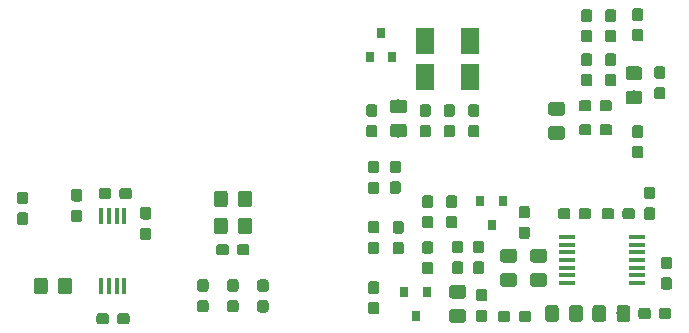
<source format=gbr>
G04 #@! TF.GenerationSoftware,KiCad,Pcbnew,(5.0.1)-4*
G04 #@! TF.CreationDate,2019-02-17T11:16:12+01:00*
G04 #@! TF.ProjectId,1U Rim,31552052696D2E6B696361645F706362,rev?*
G04 #@! TF.SameCoordinates,Original*
G04 #@! TF.FileFunction,Paste,Top*
G04 #@! TF.FilePolarity,Positive*
%FSLAX46Y46*%
G04 Gerber Fmt 4.6, Leading zero omitted, Abs format (unit mm)*
G04 Created by KiCad (PCBNEW (5.0.1)-4) date 2/17/2019 11:16:12 AM*
%MOMM*%
%LPD*%
G01*
G04 APERTURE LIST*
%ADD10C,0.100000*%
%ADD11C,1.150000*%
%ADD12C,0.950000*%
%ADD13R,1.600000X2.200000*%
%ADD14R,0.800000X0.900000*%
%ADD15R,1.450000X0.450000*%
%ADD16R,0.450000X1.450000*%
G04 APERTURE END LIST*
D10*
G04 #@! TO.C,C1*
G36*
X53635105Y-30713204D02*
X53659373Y-30716804D01*
X53683172Y-30722765D01*
X53706271Y-30731030D01*
X53728450Y-30741520D01*
X53749493Y-30754132D01*
X53769199Y-30768747D01*
X53787377Y-30785223D01*
X53803853Y-30803401D01*
X53818468Y-30823107D01*
X53831080Y-30844150D01*
X53841570Y-30866329D01*
X53849835Y-30889428D01*
X53855796Y-30913227D01*
X53859396Y-30937495D01*
X53860600Y-30961999D01*
X53860600Y-31612001D01*
X53859396Y-31636505D01*
X53855796Y-31660773D01*
X53849835Y-31684572D01*
X53841570Y-31707671D01*
X53831080Y-31729850D01*
X53818468Y-31750893D01*
X53803853Y-31770599D01*
X53787377Y-31788777D01*
X53769199Y-31805253D01*
X53749493Y-31819868D01*
X53728450Y-31832480D01*
X53706271Y-31842970D01*
X53683172Y-31851235D01*
X53659373Y-31857196D01*
X53635105Y-31860796D01*
X53610601Y-31862000D01*
X52710599Y-31862000D01*
X52686095Y-31860796D01*
X52661827Y-31857196D01*
X52638028Y-31851235D01*
X52614929Y-31842970D01*
X52592750Y-31832480D01*
X52571707Y-31819868D01*
X52552001Y-31805253D01*
X52533823Y-31788777D01*
X52517347Y-31770599D01*
X52502732Y-31750893D01*
X52490120Y-31729850D01*
X52479630Y-31707671D01*
X52471365Y-31684572D01*
X52465404Y-31660773D01*
X52461804Y-31636505D01*
X52460600Y-31612001D01*
X52460600Y-30961999D01*
X52461804Y-30937495D01*
X52465404Y-30913227D01*
X52471365Y-30889428D01*
X52479630Y-30866329D01*
X52490120Y-30844150D01*
X52502732Y-30823107D01*
X52517347Y-30803401D01*
X52533823Y-30785223D01*
X52552001Y-30768747D01*
X52571707Y-30754132D01*
X52592750Y-30741520D01*
X52614929Y-30731030D01*
X52638028Y-30722765D01*
X52661827Y-30716804D01*
X52686095Y-30713204D01*
X52710599Y-30712000D01*
X53610601Y-30712000D01*
X53635105Y-30713204D01*
X53635105Y-30713204D01*
G37*
D11*
X53160600Y-31287000D03*
D10*
G36*
X53635105Y-32763204D02*
X53659373Y-32766804D01*
X53683172Y-32772765D01*
X53706271Y-32781030D01*
X53728450Y-32791520D01*
X53749493Y-32804132D01*
X53769199Y-32818747D01*
X53787377Y-32835223D01*
X53803853Y-32853401D01*
X53818468Y-32873107D01*
X53831080Y-32894150D01*
X53841570Y-32916329D01*
X53849835Y-32939428D01*
X53855796Y-32963227D01*
X53859396Y-32987495D01*
X53860600Y-33011999D01*
X53860600Y-33662001D01*
X53859396Y-33686505D01*
X53855796Y-33710773D01*
X53849835Y-33734572D01*
X53841570Y-33757671D01*
X53831080Y-33779850D01*
X53818468Y-33800893D01*
X53803853Y-33820599D01*
X53787377Y-33838777D01*
X53769199Y-33855253D01*
X53749493Y-33869868D01*
X53728450Y-33882480D01*
X53706271Y-33892970D01*
X53683172Y-33901235D01*
X53659373Y-33907196D01*
X53635105Y-33910796D01*
X53610601Y-33912000D01*
X52710599Y-33912000D01*
X52686095Y-33910796D01*
X52661827Y-33907196D01*
X52638028Y-33901235D01*
X52614929Y-33892970D01*
X52592750Y-33882480D01*
X52571707Y-33869868D01*
X52552001Y-33855253D01*
X52533823Y-33838777D01*
X52517347Y-33820599D01*
X52502732Y-33800893D01*
X52490120Y-33779850D01*
X52479630Y-33757671D01*
X52471365Y-33734572D01*
X52465404Y-33710773D01*
X52461804Y-33686505D01*
X52460600Y-33662001D01*
X52460600Y-33011999D01*
X52461804Y-32987495D01*
X52465404Y-32963227D01*
X52471365Y-32939428D01*
X52479630Y-32916329D01*
X52490120Y-32894150D01*
X52502732Y-32873107D01*
X52517347Y-32853401D01*
X52533823Y-32835223D01*
X52552001Y-32818747D01*
X52571707Y-32804132D01*
X52592750Y-32791520D01*
X52614929Y-32781030D01*
X52638028Y-32772765D01*
X52661827Y-32766804D01*
X52686095Y-32763204D01*
X52710599Y-32762000D01*
X53610601Y-32762000D01*
X53635105Y-32763204D01*
X53635105Y-32763204D01*
G37*
D11*
X53160600Y-33337000D03*
G04 #@! TD*
D10*
G04 #@! TO.C,C2*
G36*
X55680379Y-32863144D02*
X55703434Y-32866563D01*
X55726043Y-32872227D01*
X55747987Y-32880079D01*
X55769057Y-32890044D01*
X55789048Y-32902026D01*
X55807768Y-32915910D01*
X55825038Y-32931562D01*
X55840690Y-32948832D01*
X55854574Y-32967552D01*
X55866556Y-32987543D01*
X55876521Y-33008613D01*
X55884373Y-33030557D01*
X55890037Y-33053166D01*
X55893456Y-33076221D01*
X55894600Y-33099500D01*
X55894600Y-33674500D01*
X55893456Y-33697779D01*
X55890037Y-33720834D01*
X55884373Y-33743443D01*
X55876521Y-33765387D01*
X55866556Y-33786457D01*
X55854574Y-33806448D01*
X55840690Y-33825168D01*
X55825038Y-33842438D01*
X55807768Y-33858090D01*
X55789048Y-33871974D01*
X55769057Y-33883956D01*
X55747987Y-33893921D01*
X55726043Y-33901773D01*
X55703434Y-33907437D01*
X55680379Y-33910856D01*
X55657100Y-33912000D01*
X55182100Y-33912000D01*
X55158821Y-33910856D01*
X55135766Y-33907437D01*
X55113157Y-33901773D01*
X55091213Y-33893921D01*
X55070143Y-33883956D01*
X55050152Y-33871974D01*
X55031432Y-33858090D01*
X55014162Y-33842438D01*
X54998510Y-33825168D01*
X54984626Y-33806448D01*
X54972644Y-33786457D01*
X54962679Y-33765387D01*
X54954827Y-33743443D01*
X54949163Y-33720834D01*
X54945744Y-33697779D01*
X54944600Y-33674500D01*
X54944600Y-33099500D01*
X54945744Y-33076221D01*
X54949163Y-33053166D01*
X54954827Y-33030557D01*
X54962679Y-33008613D01*
X54972644Y-32987543D01*
X54984626Y-32967552D01*
X54998510Y-32948832D01*
X55014162Y-32931562D01*
X55031432Y-32915910D01*
X55050152Y-32902026D01*
X55070143Y-32890044D01*
X55091213Y-32880079D01*
X55113157Y-32872227D01*
X55135766Y-32866563D01*
X55158821Y-32863144D01*
X55182100Y-32862000D01*
X55657100Y-32862000D01*
X55680379Y-32863144D01*
X55680379Y-32863144D01*
G37*
D12*
X55419600Y-33387000D03*
D10*
G36*
X55680379Y-31113144D02*
X55703434Y-31116563D01*
X55726043Y-31122227D01*
X55747987Y-31130079D01*
X55769057Y-31140044D01*
X55789048Y-31152026D01*
X55807768Y-31165910D01*
X55825038Y-31181562D01*
X55840690Y-31198832D01*
X55854574Y-31217552D01*
X55866556Y-31237543D01*
X55876521Y-31258613D01*
X55884373Y-31280557D01*
X55890037Y-31303166D01*
X55893456Y-31326221D01*
X55894600Y-31349500D01*
X55894600Y-31924500D01*
X55893456Y-31947779D01*
X55890037Y-31970834D01*
X55884373Y-31993443D01*
X55876521Y-32015387D01*
X55866556Y-32036457D01*
X55854574Y-32056448D01*
X55840690Y-32075168D01*
X55825038Y-32092438D01*
X55807768Y-32108090D01*
X55789048Y-32121974D01*
X55769057Y-32133956D01*
X55747987Y-32143921D01*
X55726043Y-32151773D01*
X55703434Y-32157437D01*
X55680379Y-32160856D01*
X55657100Y-32162000D01*
X55182100Y-32162000D01*
X55158821Y-32160856D01*
X55135766Y-32157437D01*
X55113157Y-32151773D01*
X55091213Y-32143921D01*
X55070143Y-32133956D01*
X55050152Y-32121974D01*
X55031432Y-32108090D01*
X55014162Y-32092438D01*
X54998510Y-32075168D01*
X54984626Y-32056448D01*
X54972644Y-32036457D01*
X54962679Y-32015387D01*
X54954827Y-31993443D01*
X54949163Y-31970834D01*
X54945744Y-31947779D01*
X54944600Y-31924500D01*
X54944600Y-31349500D01*
X54945744Y-31326221D01*
X54949163Y-31303166D01*
X54954827Y-31280557D01*
X54962679Y-31258613D01*
X54972644Y-31237543D01*
X54984626Y-31217552D01*
X54998510Y-31198832D01*
X55014162Y-31181562D01*
X55031432Y-31165910D01*
X55050152Y-31152026D01*
X55070143Y-31140044D01*
X55091213Y-31130079D01*
X55113157Y-31122227D01*
X55135766Y-31116563D01*
X55158821Y-31113144D01*
X55182100Y-31112000D01*
X55657100Y-31112000D01*
X55680379Y-31113144D01*
X55680379Y-31113144D01*
G37*
D12*
X55419600Y-31637000D03*
G04 #@! TD*
D10*
G04 #@! TO.C,C3*
G36*
X58640505Y-46407204D02*
X58664773Y-46410804D01*
X58688572Y-46416765D01*
X58711671Y-46425030D01*
X58733850Y-46435520D01*
X58754893Y-46448132D01*
X58774599Y-46462747D01*
X58792777Y-46479223D01*
X58809253Y-46497401D01*
X58823868Y-46517107D01*
X58836480Y-46538150D01*
X58846970Y-46560329D01*
X58855235Y-46583428D01*
X58861196Y-46607227D01*
X58864796Y-46631495D01*
X58866000Y-46655999D01*
X58866000Y-47306001D01*
X58864796Y-47330505D01*
X58861196Y-47354773D01*
X58855235Y-47378572D01*
X58846970Y-47401671D01*
X58836480Y-47423850D01*
X58823868Y-47444893D01*
X58809253Y-47464599D01*
X58792777Y-47482777D01*
X58774599Y-47499253D01*
X58754893Y-47513868D01*
X58733850Y-47526480D01*
X58711671Y-47536970D01*
X58688572Y-47545235D01*
X58664773Y-47551196D01*
X58640505Y-47554796D01*
X58616001Y-47556000D01*
X57715999Y-47556000D01*
X57691495Y-47554796D01*
X57667227Y-47551196D01*
X57643428Y-47545235D01*
X57620329Y-47536970D01*
X57598150Y-47526480D01*
X57577107Y-47513868D01*
X57557401Y-47499253D01*
X57539223Y-47482777D01*
X57522747Y-47464599D01*
X57508132Y-47444893D01*
X57495520Y-47423850D01*
X57485030Y-47401671D01*
X57476765Y-47378572D01*
X57470804Y-47354773D01*
X57467204Y-47330505D01*
X57466000Y-47306001D01*
X57466000Y-46655999D01*
X57467204Y-46631495D01*
X57470804Y-46607227D01*
X57476765Y-46583428D01*
X57485030Y-46560329D01*
X57495520Y-46538150D01*
X57508132Y-46517107D01*
X57522747Y-46497401D01*
X57539223Y-46479223D01*
X57557401Y-46462747D01*
X57577107Y-46448132D01*
X57598150Y-46435520D01*
X57620329Y-46425030D01*
X57643428Y-46416765D01*
X57667227Y-46410804D01*
X57691495Y-46407204D01*
X57715999Y-46406000D01*
X58616001Y-46406000D01*
X58640505Y-46407204D01*
X58640505Y-46407204D01*
G37*
D11*
X58166000Y-46981000D03*
D10*
G36*
X58640505Y-48457204D02*
X58664773Y-48460804D01*
X58688572Y-48466765D01*
X58711671Y-48475030D01*
X58733850Y-48485520D01*
X58754893Y-48498132D01*
X58774599Y-48512747D01*
X58792777Y-48529223D01*
X58809253Y-48547401D01*
X58823868Y-48567107D01*
X58836480Y-48588150D01*
X58846970Y-48610329D01*
X58855235Y-48633428D01*
X58861196Y-48657227D01*
X58864796Y-48681495D01*
X58866000Y-48705999D01*
X58866000Y-49356001D01*
X58864796Y-49380505D01*
X58861196Y-49404773D01*
X58855235Y-49428572D01*
X58846970Y-49451671D01*
X58836480Y-49473850D01*
X58823868Y-49494893D01*
X58809253Y-49514599D01*
X58792777Y-49532777D01*
X58774599Y-49549253D01*
X58754893Y-49563868D01*
X58733850Y-49576480D01*
X58711671Y-49586970D01*
X58688572Y-49595235D01*
X58664773Y-49601196D01*
X58640505Y-49604796D01*
X58616001Y-49606000D01*
X57715999Y-49606000D01*
X57691495Y-49604796D01*
X57667227Y-49601196D01*
X57643428Y-49595235D01*
X57620329Y-49586970D01*
X57598150Y-49576480D01*
X57577107Y-49563868D01*
X57557401Y-49549253D01*
X57539223Y-49532777D01*
X57522747Y-49514599D01*
X57508132Y-49494893D01*
X57495520Y-49473850D01*
X57485030Y-49451671D01*
X57476765Y-49428572D01*
X57470804Y-49404773D01*
X57467204Y-49380505D01*
X57466000Y-49356001D01*
X57466000Y-48705999D01*
X57467204Y-48681495D01*
X57470804Y-48657227D01*
X57476765Y-48633428D01*
X57485030Y-48610329D01*
X57495520Y-48588150D01*
X57508132Y-48567107D01*
X57522747Y-48547401D01*
X57539223Y-48529223D01*
X57557401Y-48512747D01*
X57577107Y-48498132D01*
X57598150Y-48485520D01*
X57620329Y-48475030D01*
X57643428Y-48466765D01*
X57667227Y-48460804D01*
X57691495Y-48457204D01*
X57715999Y-48456000D01*
X58616001Y-48456000D01*
X58640505Y-48457204D01*
X58640505Y-48457204D01*
G37*
D11*
X58166000Y-49031000D03*
G04 #@! TD*
D10*
G04 #@! TO.C,C4*
G36*
X65498505Y-45409204D02*
X65522773Y-45412804D01*
X65546572Y-45418765D01*
X65569671Y-45427030D01*
X65591850Y-45437520D01*
X65612893Y-45450132D01*
X65632599Y-45464747D01*
X65650777Y-45481223D01*
X65667253Y-45499401D01*
X65681868Y-45519107D01*
X65694480Y-45540150D01*
X65704970Y-45562329D01*
X65713235Y-45585428D01*
X65719196Y-45609227D01*
X65722796Y-45633495D01*
X65724000Y-45657999D01*
X65724000Y-46308001D01*
X65722796Y-46332505D01*
X65719196Y-46356773D01*
X65713235Y-46380572D01*
X65704970Y-46403671D01*
X65694480Y-46425850D01*
X65681868Y-46446893D01*
X65667253Y-46466599D01*
X65650777Y-46484777D01*
X65632599Y-46501253D01*
X65612893Y-46515868D01*
X65591850Y-46528480D01*
X65569671Y-46538970D01*
X65546572Y-46547235D01*
X65522773Y-46553196D01*
X65498505Y-46556796D01*
X65474001Y-46558000D01*
X64573999Y-46558000D01*
X64549495Y-46556796D01*
X64525227Y-46553196D01*
X64501428Y-46547235D01*
X64478329Y-46538970D01*
X64456150Y-46528480D01*
X64435107Y-46515868D01*
X64415401Y-46501253D01*
X64397223Y-46484777D01*
X64380747Y-46466599D01*
X64366132Y-46446893D01*
X64353520Y-46425850D01*
X64343030Y-46403671D01*
X64334765Y-46380572D01*
X64328804Y-46356773D01*
X64325204Y-46332505D01*
X64324000Y-46308001D01*
X64324000Y-45657999D01*
X64325204Y-45633495D01*
X64328804Y-45609227D01*
X64334765Y-45585428D01*
X64343030Y-45562329D01*
X64353520Y-45540150D01*
X64366132Y-45519107D01*
X64380747Y-45499401D01*
X64397223Y-45481223D01*
X64415401Y-45464747D01*
X64435107Y-45450132D01*
X64456150Y-45437520D01*
X64478329Y-45427030D01*
X64501428Y-45418765D01*
X64525227Y-45412804D01*
X64549495Y-45409204D01*
X64573999Y-45408000D01*
X65474001Y-45408000D01*
X65498505Y-45409204D01*
X65498505Y-45409204D01*
G37*
D11*
X65024000Y-45983000D03*
D10*
G36*
X65498505Y-43359204D02*
X65522773Y-43362804D01*
X65546572Y-43368765D01*
X65569671Y-43377030D01*
X65591850Y-43387520D01*
X65612893Y-43400132D01*
X65632599Y-43414747D01*
X65650777Y-43431223D01*
X65667253Y-43449401D01*
X65681868Y-43469107D01*
X65694480Y-43490150D01*
X65704970Y-43512329D01*
X65713235Y-43535428D01*
X65719196Y-43559227D01*
X65722796Y-43583495D01*
X65724000Y-43607999D01*
X65724000Y-44258001D01*
X65722796Y-44282505D01*
X65719196Y-44306773D01*
X65713235Y-44330572D01*
X65704970Y-44353671D01*
X65694480Y-44375850D01*
X65681868Y-44396893D01*
X65667253Y-44416599D01*
X65650777Y-44434777D01*
X65632599Y-44451253D01*
X65612893Y-44465868D01*
X65591850Y-44478480D01*
X65569671Y-44488970D01*
X65546572Y-44497235D01*
X65522773Y-44503196D01*
X65498505Y-44506796D01*
X65474001Y-44508000D01*
X64573999Y-44508000D01*
X64549495Y-44506796D01*
X64525227Y-44503196D01*
X64501428Y-44497235D01*
X64478329Y-44488970D01*
X64456150Y-44478480D01*
X64435107Y-44465868D01*
X64415401Y-44451253D01*
X64397223Y-44434777D01*
X64380747Y-44416599D01*
X64366132Y-44396893D01*
X64353520Y-44375850D01*
X64343030Y-44353671D01*
X64334765Y-44330572D01*
X64328804Y-44306773D01*
X64325204Y-44282505D01*
X64324000Y-44258001D01*
X64324000Y-43607999D01*
X64325204Y-43583495D01*
X64328804Y-43559227D01*
X64334765Y-43535428D01*
X64343030Y-43512329D01*
X64353520Y-43490150D01*
X64366132Y-43469107D01*
X64380747Y-43449401D01*
X64397223Y-43431223D01*
X64415401Y-43414747D01*
X64435107Y-43400132D01*
X64456150Y-43387520D01*
X64478329Y-43377030D01*
X64501428Y-43368765D01*
X64525227Y-43362804D01*
X64549495Y-43359204D01*
X64573999Y-43358000D01*
X65474001Y-43358000D01*
X65498505Y-43359204D01*
X65498505Y-43359204D01*
G37*
D11*
X65024000Y-43933000D03*
G04 #@! TD*
D10*
G04 #@! TO.C,C5*
G36*
X66491105Y-48120004D02*
X66515373Y-48123604D01*
X66539172Y-48129565D01*
X66562271Y-48137830D01*
X66584450Y-48148320D01*
X66605493Y-48160932D01*
X66625199Y-48175547D01*
X66643377Y-48192023D01*
X66659853Y-48210201D01*
X66674468Y-48229907D01*
X66687080Y-48250950D01*
X66697570Y-48273129D01*
X66705835Y-48296228D01*
X66711796Y-48320027D01*
X66715396Y-48344295D01*
X66716600Y-48368799D01*
X66716600Y-49268801D01*
X66715396Y-49293305D01*
X66711796Y-49317573D01*
X66705835Y-49341372D01*
X66697570Y-49364471D01*
X66687080Y-49386650D01*
X66674468Y-49407693D01*
X66659853Y-49427399D01*
X66643377Y-49445577D01*
X66625199Y-49462053D01*
X66605493Y-49476668D01*
X66584450Y-49489280D01*
X66562271Y-49499770D01*
X66539172Y-49508035D01*
X66515373Y-49513996D01*
X66491105Y-49517596D01*
X66466601Y-49518800D01*
X65816599Y-49518800D01*
X65792095Y-49517596D01*
X65767827Y-49513996D01*
X65744028Y-49508035D01*
X65720929Y-49499770D01*
X65698750Y-49489280D01*
X65677707Y-49476668D01*
X65658001Y-49462053D01*
X65639823Y-49445577D01*
X65623347Y-49427399D01*
X65608732Y-49407693D01*
X65596120Y-49386650D01*
X65585630Y-49364471D01*
X65577365Y-49341372D01*
X65571404Y-49317573D01*
X65567804Y-49293305D01*
X65566600Y-49268801D01*
X65566600Y-48368799D01*
X65567804Y-48344295D01*
X65571404Y-48320027D01*
X65577365Y-48296228D01*
X65585630Y-48273129D01*
X65596120Y-48250950D01*
X65608732Y-48229907D01*
X65623347Y-48210201D01*
X65639823Y-48192023D01*
X65658001Y-48175547D01*
X65677707Y-48160932D01*
X65698750Y-48148320D01*
X65720929Y-48137830D01*
X65744028Y-48129565D01*
X65767827Y-48123604D01*
X65792095Y-48120004D01*
X65816599Y-48118800D01*
X66466601Y-48118800D01*
X66491105Y-48120004D01*
X66491105Y-48120004D01*
G37*
D11*
X66141600Y-48818800D03*
D10*
G36*
X68541105Y-48120004D02*
X68565373Y-48123604D01*
X68589172Y-48129565D01*
X68612271Y-48137830D01*
X68634450Y-48148320D01*
X68655493Y-48160932D01*
X68675199Y-48175547D01*
X68693377Y-48192023D01*
X68709853Y-48210201D01*
X68724468Y-48229907D01*
X68737080Y-48250950D01*
X68747570Y-48273129D01*
X68755835Y-48296228D01*
X68761796Y-48320027D01*
X68765396Y-48344295D01*
X68766600Y-48368799D01*
X68766600Y-49268801D01*
X68765396Y-49293305D01*
X68761796Y-49317573D01*
X68755835Y-49341372D01*
X68747570Y-49364471D01*
X68737080Y-49386650D01*
X68724468Y-49407693D01*
X68709853Y-49427399D01*
X68693377Y-49445577D01*
X68675199Y-49462053D01*
X68655493Y-49476668D01*
X68634450Y-49489280D01*
X68612271Y-49499770D01*
X68589172Y-49508035D01*
X68565373Y-49513996D01*
X68541105Y-49517596D01*
X68516601Y-49518800D01*
X67866599Y-49518800D01*
X67842095Y-49517596D01*
X67817827Y-49513996D01*
X67794028Y-49508035D01*
X67770929Y-49499770D01*
X67748750Y-49489280D01*
X67727707Y-49476668D01*
X67708001Y-49462053D01*
X67689823Y-49445577D01*
X67673347Y-49427399D01*
X67658732Y-49407693D01*
X67646120Y-49386650D01*
X67635630Y-49364471D01*
X67627365Y-49341372D01*
X67621404Y-49317573D01*
X67617804Y-49293305D01*
X67616600Y-49268801D01*
X67616600Y-48368799D01*
X67617804Y-48344295D01*
X67621404Y-48320027D01*
X67627365Y-48296228D01*
X67635630Y-48273129D01*
X67646120Y-48250950D01*
X67658732Y-48229907D01*
X67673347Y-48210201D01*
X67689823Y-48192023D01*
X67708001Y-48175547D01*
X67727707Y-48160932D01*
X67748750Y-48148320D01*
X67770929Y-48137830D01*
X67794028Y-48129565D01*
X67817827Y-48123604D01*
X67842095Y-48120004D01*
X67866599Y-48118800D01*
X68516601Y-48118800D01*
X68541105Y-48120004D01*
X68541105Y-48120004D01*
G37*
D11*
X68191600Y-48818800D03*
G04 #@! TD*
D10*
G04 #@! TO.C,C6*
G36*
X67022505Y-32963204D02*
X67046773Y-32966804D01*
X67070572Y-32972765D01*
X67093671Y-32981030D01*
X67115850Y-32991520D01*
X67136893Y-33004132D01*
X67156599Y-33018747D01*
X67174777Y-33035223D01*
X67191253Y-33053401D01*
X67205868Y-33073107D01*
X67218480Y-33094150D01*
X67228970Y-33116329D01*
X67237235Y-33139428D01*
X67243196Y-33163227D01*
X67246796Y-33187495D01*
X67248000Y-33211999D01*
X67248000Y-33862001D01*
X67246796Y-33886505D01*
X67243196Y-33910773D01*
X67237235Y-33934572D01*
X67228970Y-33957671D01*
X67218480Y-33979850D01*
X67205868Y-34000893D01*
X67191253Y-34020599D01*
X67174777Y-34038777D01*
X67156599Y-34055253D01*
X67136893Y-34069868D01*
X67115850Y-34082480D01*
X67093671Y-34092970D01*
X67070572Y-34101235D01*
X67046773Y-34107196D01*
X67022505Y-34110796D01*
X66998001Y-34112000D01*
X66097999Y-34112000D01*
X66073495Y-34110796D01*
X66049227Y-34107196D01*
X66025428Y-34101235D01*
X66002329Y-34092970D01*
X65980150Y-34082480D01*
X65959107Y-34069868D01*
X65939401Y-34055253D01*
X65921223Y-34038777D01*
X65904747Y-34020599D01*
X65890132Y-34000893D01*
X65877520Y-33979850D01*
X65867030Y-33957671D01*
X65858765Y-33934572D01*
X65852804Y-33910773D01*
X65849204Y-33886505D01*
X65848000Y-33862001D01*
X65848000Y-33211999D01*
X65849204Y-33187495D01*
X65852804Y-33163227D01*
X65858765Y-33139428D01*
X65867030Y-33116329D01*
X65877520Y-33094150D01*
X65890132Y-33073107D01*
X65904747Y-33053401D01*
X65921223Y-33035223D01*
X65939401Y-33018747D01*
X65959107Y-33004132D01*
X65980150Y-32991520D01*
X66002329Y-32981030D01*
X66025428Y-32972765D01*
X66049227Y-32966804D01*
X66073495Y-32963204D01*
X66097999Y-32962000D01*
X66998001Y-32962000D01*
X67022505Y-32963204D01*
X67022505Y-32963204D01*
G37*
D11*
X66548000Y-33537000D03*
D10*
G36*
X67022505Y-30913204D02*
X67046773Y-30916804D01*
X67070572Y-30922765D01*
X67093671Y-30931030D01*
X67115850Y-30941520D01*
X67136893Y-30954132D01*
X67156599Y-30968747D01*
X67174777Y-30985223D01*
X67191253Y-31003401D01*
X67205868Y-31023107D01*
X67218480Y-31044150D01*
X67228970Y-31066329D01*
X67237235Y-31089428D01*
X67243196Y-31113227D01*
X67246796Y-31137495D01*
X67248000Y-31161999D01*
X67248000Y-31812001D01*
X67246796Y-31836505D01*
X67243196Y-31860773D01*
X67237235Y-31884572D01*
X67228970Y-31907671D01*
X67218480Y-31929850D01*
X67205868Y-31950893D01*
X67191253Y-31970599D01*
X67174777Y-31988777D01*
X67156599Y-32005253D01*
X67136893Y-32019868D01*
X67115850Y-32032480D01*
X67093671Y-32042970D01*
X67070572Y-32051235D01*
X67046773Y-32057196D01*
X67022505Y-32060796D01*
X66998001Y-32062000D01*
X66097999Y-32062000D01*
X66073495Y-32060796D01*
X66049227Y-32057196D01*
X66025428Y-32051235D01*
X66002329Y-32042970D01*
X65980150Y-32032480D01*
X65959107Y-32019868D01*
X65939401Y-32005253D01*
X65921223Y-31988777D01*
X65904747Y-31970599D01*
X65890132Y-31950893D01*
X65877520Y-31929850D01*
X65867030Y-31907671D01*
X65858765Y-31884572D01*
X65852804Y-31860773D01*
X65849204Y-31836505D01*
X65848000Y-31812001D01*
X65848000Y-31161999D01*
X65849204Y-31137495D01*
X65852804Y-31113227D01*
X65858765Y-31089428D01*
X65867030Y-31066329D01*
X65877520Y-31044150D01*
X65890132Y-31023107D01*
X65904747Y-31003401D01*
X65921223Y-30985223D01*
X65939401Y-30968747D01*
X65959107Y-30954132D01*
X65980150Y-30941520D01*
X66002329Y-30931030D01*
X66025428Y-30922765D01*
X66049227Y-30916804D01*
X66073495Y-30913204D01*
X66097999Y-30912000D01*
X66998001Y-30912000D01*
X67022505Y-30913204D01*
X67022505Y-30913204D01*
G37*
D11*
X66548000Y-31487000D03*
G04 #@! TD*
D10*
G04 #@! TO.C,C7*
G36*
X62958505Y-45409204D02*
X62982773Y-45412804D01*
X63006572Y-45418765D01*
X63029671Y-45427030D01*
X63051850Y-45437520D01*
X63072893Y-45450132D01*
X63092599Y-45464747D01*
X63110777Y-45481223D01*
X63127253Y-45499401D01*
X63141868Y-45519107D01*
X63154480Y-45540150D01*
X63164970Y-45562329D01*
X63173235Y-45585428D01*
X63179196Y-45609227D01*
X63182796Y-45633495D01*
X63184000Y-45657999D01*
X63184000Y-46308001D01*
X63182796Y-46332505D01*
X63179196Y-46356773D01*
X63173235Y-46380572D01*
X63164970Y-46403671D01*
X63154480Y-46425850D01*
X63141868Y-46446893D01*
X63127253Y-46466599D01*
X63110777Y-46484777D01*
X63092599Y-46501253D01*
X63072893Y-46515868D01*
X63051850Y-46528480D01*
X63029671Y-46538970D01*
X63006572Y-46547235D01*
X62982773Y-46553196D01*
X62958505Y-46556796D01*
X62934001Y-46558000D01*
X62033999Y-46558000D01*
X62009495Y-46556796D01*
X61985227Y-46553196D01*
X61961428Y-46547235D01*
X61938329Y-46538970D01*
X61916150Y-46528480D01*
X61895107Y-46515868D01*
X61875401Y-46501253D01*
X61857223Y-46484777D01*
X61840747Y-46466599D01*
X61826132Y-46446893D01*
X61813520Y-46425850D01*
X61803030Y-46403671D01*
X61794765Y-46380572D01*
X61788804Y-46356773D01*
X61785204Y-46332505D01*
X61784000Y-46308001D01*
X61784000Y-45657999D01*
X61785204Y-45633495D01*
X61788804Y-45609227D01*
X61794765Y-45585428D01*
X61803030Y-45562329D01*
X61813520Y-45540150D01*
X61826132Y-45519107D01*
X61840747Y-45499401D01*
X61857223Y-45481223D01*
X61875401Y-45464747D01*
X61895107Y-45450132D01*
X61916150Y-45437520D01*
X61938329Y-45427030D01*
X61961428Y-45418765D01*
X61985227Y-45412804D01*
X62009495Y-45409204D01*
X62033999Y-45408000D01*
X62934001Y-45408000D01*
X62958505Y-45409204D01*
X62958505Y-45409204D01*
G37*
D11*
X62484000Y-45983000D03*
D10*
G36*
X62958505Y-43359204D02*
X62982773Y-43362804D01*
X63006572Y-43368765D01*
X63029671Y-43377030D01*
X63051850Y-43387520D01*
X63072893Y-43400132D01*
X63092599Y-43414747D01*
X63110777Y-43431223D01*
X63127253Y-43449401D01*
X63141868Y-43469107D01*
X63154480Y-43490150D01*
X63164970Y-43512329D01*
X63173235Y-43535428D01*
X63179196Y-43559227D01*
X63182796Y-43583495D01*
X63184000Y-43607999D01*
X63184000Y-44258001D01*
X63182796Y-44282505D01*
X63179196Y-44306773D01*
X63173235Y-44330572D01*
X63164970Y-44353671D01*
X63154480Y-44375850D01*
X63141868Y-44396893D01*
X63127253Y-44416599D01*
X63110777Y-44434777D01*
X63092599Y-44451253D01*
X63072893Y-44465868D01*
X63051850Y-44478480D01*
X63029671Y-44488970D01*
X63006572Y-44497235D01*
X62982773Y-44503196D01*
X62958505Y-44506796D01*
X62934001Y-44508000D01*
X62033999Y-44508000D01*
X62009495Y-44506796D01*
X61985227Y-44503196D01*
X61961428Y-44497235D01*
X61938329Y-44488970D01*
X61916150Y-44478480D01*
X61895107Y-44465868D01*
X61875401Y-44451253D01*
X61857223Y-44434777D01*
X61840747Y-44416599D01*
X61826132Y-44396893D01*
X61813520Y-44375850D01*
X61803030Y-44353671D01*
X61794765Y-44330572D01*
X61788804Y-44306773D01*
X61785204Y-44282505D01*
X61784000Y-44258001D01*
X61784000Y-43607999D01*
X61785204Y-43583495D01*
X61788804Y-43559227D01*
X61794765Y-43535428D01*
X61803030Y-43512329D01*
X61813520Y-43490150D01*
X61826132Y-43469107D01*
X61840747Y-43449401D01*
X61857223Y-43431223D01*
X61875401Y-43414747D01*
X61895107Y-43400132D01*
X61916150Y-43387520D01*
X61938329Y-43377030D01*
X61961428Y-43368765D01*
X61985227Y-43362804D01*
X62009495Y-43359204D01*
X62033999Y-43358000D01*
X62934001Y-43358000D01*
X62958505Y-43359204D01*
X62958505Y-43359204D01*
G37*
D11*
X62484000Y-43933000D03*
G04 #@! TD*
D10*
G04 #@! TO.C,C8*
G36*
X72554305Y-48120004D02*
X72578573Y-48123604D01*
X72602372Y-48129565D01*
X72625471Y-48137830D01*
X72647650Y-48148320D01*
X72668693Y-48160932D01*
X72688399Y-48175547D01*
X72706577Y-48192023D01*
X72723053Y-48210201D01*
X72737668Y-48229907D01*
X72750280Y-48250950D01*
X72760770Y-48273129D01*
X72769035Y-48296228D01*
X72774996Y-48320027D01*
X72778596Y-48344295D01*
X72779800Y-48368799D01*
X72779800Y-49268801D01*
X72778596Y-49293305D01*
X72774996Y-49317573D01*
X72769035Y-49341372D01*
X72760770Y-49364471D01*
X72750280Y-49386650D01*
X72737668Y-49407693D01*
X72723053Y-49427399D01*
X72706577Y-49445577D01*
X72688399Y-49462053D01*
X72668693Y-49476668D01*
X72647650Y-49489280D01*
X72625471Y-49499770D01*
X72602372Y-49508035D01*
X72578573Y-49513996D01*
X72554305Y-49517596D01*
X72529801Y-49518800D01*
X71879799Y-49518800D01*
X71855295Y-49517596D01*
X71831027Y-49513996D01*
X71807228Y-49508035D01*
X71784129Y-49499770D01*
X71761950Y-49489280D01*
X71740907Y-49476668D01*
X71721201Y-49462053D01*
X71703023Y-49445577D01*
X71686547Y-49427399D01*
X71671932Y-49407693D01*
X71659320Y-49386650D01*
X71648830Y-49364471D01*
X71640565Y-49341372D01*
X71634604Y-49317573D01*
X71631004Y-49293305D01*
X71629800Y-49268801D01*
X71629800Y-48368799D01*
X71631004Y-48344295D01*
X71634604Y-48320027D01*
X71640565Y-48296228D01*
X71648830Y-48273129D01*
X71659320Y-48250950D01*
X71671932Y-48229907D01*
X71686547Y-48210201D01*
X71703023Y-48192023D01*
X71721201Y-48175547D01*
X71740907Y-48160932D01*
X71761950Y-48148320D01*
X71784129Y-48137830D01*
X71807228Y-48129565D01*
X71831027Y-48123604D01*
X71855295Y-48120004D01*
X71879799Y-48118800D01*
X72529801Y-48118800D01*
X72554305Y-48120004D01*
X72554305Y-48120004D01*
G37*
D11*
X72204800Y-48818800D03*
D10*
G36*
X70504305Y-48120004D02*
X70528573Y-48123604D01*
X70552372Y-48129565D01*
X70575471Y-48137830D01*
X70597650Y-48148320D01*
X70618693Y-48160932D01*
X70638399Y-48175547D01*
X70656577Y-48192023D01*
X70673053Y-48210201D01*
X70687668Y-48229907D01*
X70700280Y-48250950D01*
X70710770Y-48273129D01*
X70719035Y-48296228D01*
X70724996Y-48320027D01*
X70728596Y-48344295D01*
X70729800Y-48368799D01*
X70729800Y-49268801D01*
X70728596Y-49293305D01*
X70724996Y-49317573D01*
X70719035Y-49341372D01*
X70710770Y-49364471D01*
X70700280Y-49386650D01*
X70687668Y-49407693D01*
X70673053Y-49427399D01*
X70656577Y-49445577D01*
X70638399Y-49462053D01*
X70618693Y-49476668D01*
X70597650Y-49489280D01*
X70575471Y-49499770D01*
X70552372Y-49508035D01*
X70528573Y-49513996D01*
X70504305Y-49517596D01*
X70479801Y-49518800D01*
X69829799Y-49518800D01*
X69805295Y-49517596D01*
X69781027Y-49513996D01*
X69757228Y-49508035D01*
X69734129Y-49499770D01*
X69711950Y-49489280D01*
X69690907Y-49476668D01*
X69671201Y-49462053D01*
X69653023Y-49445577D01*
X69636547Y-49427399D01*
X69621932Y-49407693D01*
X69609320Y-49386650D01*
X69598830Y-49364471D01*
X69590565Y-49341372D01*
X69584604Y-49317573D01*
X69581004Y-49293305D01*
X69579800Y-49268801D01*
X69579800Y-48368799D01*
X69581004Y-48344295D01*
X69584604Y-48320027D01*
X69590565Y-48296228D01*
X69598830Y-48273129D01*
X69609320Y-48250950D01*
X69621932Y-48229907D01*
X69636547Y-48210201D01*
X69653023Y-48192023D01*
X69671201Y-48175547D01*
X69690907Y-48160932D01*
X69711950Y-48148320D01*
X69734129Y-48137830D01*
X69757228Y-48129565D01*
X69781027Y-48123604D01*
X69805295Y-48120004D01*
X69829799Y-48118800D01*
X70479801Y-48118800D01*
X70504305Y-48120004D01*
X70504305Y-48120004D01*
G37*
D11*
X70154800Y-48818800D03*
G04 #@! TD*
D10*
G04 #@! TO.C,C9*
G36*
X73563005Y-27908704D02*
X73587273Y-27912304D01*
X73611072Y-27918265D01*
X73634171Y-27926530D01*
X73656350Y-27937020D01*
X73677393Y-27949632D01*
X73697099Y-27964247D01*
X73715277Y-27980723D01*
X73731753Y-27998901D01*
X73746368Y-28018607D01*
X73758980Y-28039650D01*
X73769470Y-28061829D01*
X73777735Y-28084928D01*
X73783696Y-28108727D01*
X73787296Y-28132995D01*
X73788500Y-28157499D01*
X73788500Y-28807501D01*
X73787296Y-28832005D01*
X73783696Y-28856273D01*
X73777735Y-28880072D01*
X73769470Y-28903171D01*
X73758980Y-28925350D01*
X73746368Y-28946393D01*
X73731753Y-28966099D01*
X73715277Y-28984277D01*
X73697099Y-29000753D01*
X73677393Y-29015368D01*
X73656350Y-29027980D01*
X73634171Y-29038470D01*
X73611072Y-29046735D01*
X73587273Y-29052696D01*
X73563005Y-29056296D01*
X73538501Y-29057500D01*
X72638499Y-29057500D01*
X72613995Y-29056296D01*
X72589727Y-29052696D01*
X72565928Y-29046735D01*
X72542829Y-29038470D01*
X72520650Y-29027980D01*
X72499607Y-29015368D01*
X72479901Y-29000753D01*
X72461723Y-28984277D01*
X72445247Y-28966099D01*
X72430632Y-28946393D01*
X72418020Y-28925350D01*
X72407530Y-28903171D01*
X72399265Y-28880072D01*
X72393304Y-28856273D01*
X72389704Y-28832005D01*
X72388500Y-28807501D01*
X72388500Y-28157499D01*
X72389704Y-28132995D01*
X72393304Y-28108727D01*
X72399265Y-28084928D01*
X72407530Y-28061829D01*
X72418020Y-28039650D01*
X72430632Y-28018607D01*
X72445247Y-27998901D01*
X72461723Y-27980723D01*
X72479901Y-27964247D01*
X72499607Y-27949632D01*
X72520650Y-27937020D01*
X72542829Y-27926530D01*
X72565928Y-27918265D01*
X72589727Y-27912304D01*
X72613995Y-27908704D01*
X72638499Y-27907500D01*
X73538501Y-27907500D01*
X73563005Y-27908704D01*
X73563005Y-27908704D01*
G37*
D11*
X73088500Y-28482500D03*
D10*
G36*
X73563005Y-29958704D02*
X73587273Y-29962304D01*
X73611072Y-29968265D01*
X73634171Y-29976530D01*
X73656350Y-29987020D01*
X73677393Y-29999632D01*
X73697099Y-30014247D01*
X73715277Y-30030723D01*
X73731753Y-30048901D01*
X73746368Y-30068607D01*
X73758980Y-30089650D01*
X73769470Y-30111829D01*
X73777735Y-30134928D01*
X73783696Y-30158727D01*
X73787296Y-30182995D01*
X73788500Y-30207499D01*
X73788500Y-30857501D01*
X73787296Y-30882005D01*
X73783696Y-30906273D01*
X73777735Y-30930072D01*
X73769470Y-30953171D01*
X73758980Y-30975350D01*
X73746368Y-30996393D01*
X73731753Y-31016099D01*
X73715277Y-31034277D01*
X73697099Y-31050753D01*
X73677393Y-31065368D01*
X73656350Y-31077980D01*
X73634171Y-31088470D01*
X73611072Y-31096735D01*
X73587273Y-31102696D01*
X73563005Y-31106296D01*
X73538501Y-31107500D01*
X72638499Y-31107500D01*
X72613995Y-31106296D01*
X72589727Y-31102696D01*
X72565928Y-31096735D01*
X72542829Y-31088470D01*
X72520650Y-31077980D01*
X72499607Y-31065368D01*
X72479901Y-31050753D01*
X72461723Y-31034277D01*
X72445247Y-31016099D01*
X72430632Y-30996393D01*
X72418020Y-30975350D01*
X72407530Y-30953171D01*
X72399265Y-30930072D01*
X72393304Y-30906273D01*
X72389704Y-30882005D01*
X72388500Y-30857501D01*
X72388500Y-30207499D01*
X72389704Y-30182995D01*
X72393304Y-30158727D01*
X72399265Y-30134928D01*
X72407530Y-30111829D01*
X72418020Y-30089650D01*
X72430632Y-30068607D01*
X72445247Y-30048901D01*
X72461723Y-30030723D01*
X72479901Y-30014247D01*
X72499607Y-29999632D01*
X72520650Y-29987020D01*
X72542829Y-29976530D01*
X72565928Y-29968265D01*
X72589727Y-29962304D01*
X72613995Y-29958704D01*
X72638499Y-29957500D01*
X73538501Y-29957500D01*
X73563005Y-29958704D01*
X73563005Y-29958704D01*
G37*
D11*
X73088500Y-30532500D03*
G04 #@! TD*
D10*
G04 #@! TO.C,C10*
G36*
X28617879Y-38197644D02*
X28640934Y-38201063D01*
X28663543Y-38206727D01*
X28685487Y-38214579D01*
X28706557Y-38224544D01*
X28726548Y-38236526D01*
X28745268Y-38250410D01*
X28762538Y-38266062D01*
X28778190Y-38283332D01*
X28792074Y-38302052D01*
X28804056Y-38322043D01*
X28814021Y-38343113D01*
X28821873Y-38365057D01*
X28827537Y-38387666D01*
X28830956Y-38410721D01*
X28832100Y-38434000D01*
X28832100Y-38909000D01*
X28830956Y-38932279D01*
X28827537Y-38955334D01*
X28821873Y-38977943D01*
X28814021Y-38999887D01*
X28804056Y-39020957D01*
X28792074Y-39040948D01*
X28778190Y-39059668D01*
X28762538Y-39076938D01*
X28745268Y-39092590D01*
X28726548Y-39106474D01*
X28706557Y-39118456D01*
X28685487Y-39128421D01*
X28663543Y-39136273D01*
X28640934Y-39141937D01*
X28617879Y-39145356D01*
X28594600Y-39146500D01*
X28019600Y-39146500D01*
X27996321Y-39145356D01*
X27973266Y-39141937D01*
X27950657Y-39136273D01*
X27928713Y-39128421D01*
X27907643Y-39118456D01*
X27887652Y-39106474D01*
X27868932Y-39092590D01*
X27851662Y-39076938D01*
X27836010Y-39059668D01*
X27822126Y-39040948D01*
X27810144Y-39020957D01*
X27800179Y-38999887D01*
X27792327Y-38977943D01*
X27786663Y-38955334D01*
X27783244Y-38932279D01*
X27782100Y-38909000D01*
X27782100Y-38434000D01*
X27783244Y-38410721D01*
X27786663Y-38387666D01*
X27792327Y-38365057D01*
X27800179Y-38343113D01*
X27810144Y-38322043D01*
X27822126Y-38302052D01*
X27836010Y-38283332D01*
X27851662Y-38266062D01*
X27868932Y-38250410D01*
X27887652Y-38236526D01*
X27907643Y-38224544D01*
X27928713Y-38214579D01*
X27950657Y-38206727D01*
X27973266Y-38201063D01*
X27996321Y-38197644D01*
X28019600Y-38196500D01*
X28594600Y-38196500D01*
X28617879Y-38197644D01*
X28617879Y-38197644D01*
G37*
D12*
X28307100Y-38671500D03*
D10*
G36*
X30367879Y-38197644D02*
X30390934Y-38201063D01*
X30413543Y-38206727D01*
X30435487Y-38214579D01*
X30456557Y-38224544D01*
X30476548Y-38236526D01*
X30495268Y-38250410D01*
X30512538Y-38266062D01*
X30528190Y-38283332D01*
X30542074Y-38302052D01*
X30554056Y-38322043D01*
X30564021Y-38343113D01*
X30571873Y-38365057D01*
X30577537Y-38387666D01*
X30580956Y-38410721D01*
X30582100Y-38434000D01*
X30582100Y-38909000D01*
X30580956Y-38932279D01*
X30577537Y-38955334D01*
X30571873Y-38977943D01*
X30564021Y-38999887D01*
X30554056Y-39020957D01*
X30542074Y-39040948D01*
X30528190Y-39059668D01*
X30512538Y-39076938D01*
X30495268Y-39092590D01*
X30476548Y-39106474D01*
X30456557Y-39118456D01*
X30435487Y-39128421D01*
X30413543Y-39136273D01*
X30390934Y-39141937D01*
X30367879Y-39145356D01*
X30344600Y-39146500D01*
X29769600Y-39146500D01*
X29746321Y-39145356D01*
X29723266Y-39141937D01*
X29700657Y-39136273D01*
X29678713Y-39128421D01*
X29657643Y-39118456D01*
X29637652Y-39106474D01*
X29618932Y-39092590D01*
X29601662Y-39076938D01*
X29586010Y-39059668D01*
X29572126Y-39040948D01*
X29560144Y-39020957D01*
X29550179Y-38999887D01*
X29542327Y-38977943D01*
X29536663Y-38955334D01*
X29533244Y-38932279D01*
X29532100Y-38909000D01*
X29532100Y-38434000D01*
X29533244Y-38410721D01*
X29536663Y-38387666D01*
X29542327Y-38365057D01*
X29550179Y-38343113D01*
X29560144Y-38322043D01*
X29572126Y-38302052D01*
X29586010Y-38283332D01*
X29601662Y-38266062D01*
X29618932Y-38250410D01*
X29637652Y-38236526D01*
X29657643Y-38224544D01*
X29678713Y-38214579D01*
X29700657Y-38206727D01*
X29723266Y-38201063D01*
X29746321Y-38197644D01*
X29769600Y-38196500D01*
X30344600Y-38196500D01*
X30367879Y-38197644D01*
X30367879Y-38197644D01*
G37*
D12*
X30057100Y-38671500D03*
G04 #@! TD*
D10*
G04 #@! TO.C,C11*
G36*
X40515905Y-38417204D02*
X40540173Y-38420804D01*
X40563972Y-38426765D01*
X40587071Y-38435030D01*
X40609250Y-38445520D01*
X40630293Y-38458132D01*
X40649999Y-38472747D01*
X40668177Y-38489223D01*
X40684653Y-38507401D01*
X40699268Y-38527107D01*
X40711880Y-38548150D01*
X40722370Y-38570329D01*
X40730635Y-38593428D01*
X40736596Y-38617227D01*
X40740196Y-38641495D01*
X40741400Y-38665999D01*
X40741400Y-39566001D01*
X40740196Y-39590505D01*
X40736596Y-39614773D01*
X40730635Y-39638572D01*
X40722370Y-39661671D01*
X40711880Y-39683850D01*
X40699268Y-39704893D01*
X40684653Y-39724599D01*
X40668177Y-39742777D01*
X40649999Y-39759253D01*
X40630293Y-39773868D01*
X40609250Y-39786480D01*
X40587071Y-39796970D01*
X40563972Y-39805235D01*
X40540173Y-39811196D01*
X40515905Y-39814796D01*
X40491401Y-39816000D01*
X39841399Y-39816000D01*
X39816895Y-39814796D01*
X39792627Y-39811196D01*
X39768828Y-39805235D01*
X39745729Y-39796970D01*
X39723550Y-39786480D01*
X39702507Y-39773868D01*
X39682801Y-39759253D01*
X39664623Y-39742777D01*
X39648147Y-39724599D01*
X39633532Y-39704893D01*
X39620920Y-39683850D01*
X39610430Y-39661671D01*
X39602165Y-39638572D01*
X39596204Y-39614773D01*
X39592604Y-39590505D01*
X39591400Y-39566001D01*
X39591400Y-38665999D01*
X39592604Y-38641495D01*
X39596204Y-38617227D01*
X39602165Y-38593428D01*
X39610430Y-38570329D01*
X39620920Y-38548150D01*
X39633532Y-38527107D01*
X39648147Y-38507401D01*
X39664623Y-38489223D01*
X39682801Y-38472747D01*
X39702507Y-38458132D01*
X39723550Y-38445520D01*
X39745729Y-38435030D01*
X39768828Y-38426765D01*
X39792627Y-38420804D01*
X39816895Y-38417204D01*
X39841399Y-38416000D01*
X40491401Y-38416000D01*
X40515905Y-38417204D01*
X40515905Y-38417204D01*
G37*
D11*
X40166400Y-39116000D03*
D10*
G36*
X38465905Y-38417204D02*
X38490173Y-38420804D01*
X38513972Y-38426765D01*
X38537071Y-38435030D01*
X38559250Y-38445520D01*
X38580293Y-38458132D01*
X38599999Y-38472747D01*
X38618177Y-38489223D01*
X38634653Y-38507401D01*
X38649268Y-38527107D01*
X38661880Y-38548150D01*
X38672370Y-38570329D01*
X38680635Y-38593428D01*
X38686596Y-38617227D01*
X38690196Y-38641495D01*
X38691400Y-38665999D01*
X38691400Y-39566001D01*
X38690196Y-39590505D01*
X38686596Y-39614773D01*
X38680635Y-39638572D01*
X38672370Y-39661671D01*
X38661880Y-39683850D01*
X38649268Y-39704893D01*
X38634653Y-39724599D01*
X38618177Y-39742777D01*
X38599999Y-39759253D01*
X38580293Y-39773868D01*
X38559250Y-39786480D01*
X38537071Y-39796970D01*
X38513972Y-39805235D01*
X38490173Y-39811196D01*
X38465905Y-39814796D01*
X38441401Y-39816000D01*
X37791399Y-39816000D01*
X37766895Y-39814796D01*
X37742627Y-39811196D01*
X37718828Y-39805235D01*
X37695729Y-39796970D01*
X37673550Y-39786480D01*
X37652507Y-39773868D01*
X37632801Y-39759253D01*
X37614623Y-39742777D01*
X37598147Y-39724599D01*
X37583532Y-39704893D01*
X37570920Y-39683850D01*
X37560430Y-39661671D01*
X37552165Y-39638572D01*
X37546204Y-39614773D01*
X37542604Y-39590505D01*
X37541400Y-39566001D01*
X37541400Y-38665999D01*
X37542604Y-38641495D01*
X37546204Y-38617227D01*
X37552165Y-38593428D01*
X37560430Y-38570329D01*
X37570920Y-38548150D01*
X37583532Y-38527107D01*
X37598147Y-38507401D01*
X37614623Y-38489223D01*
X37632801Y-38472747D01*
X37652507Y-38458132D01*
X37673550Y-38445520D01*
X37695729Y-38435030D01*
X37718828Y-38426765D01*
X37742627Y-38420804D01*
X37766895Y-38417204D01*
X37791399Y-38416000D01*
X38441401Y-38416000D01*
X38465905Y-38417204D01*
X38465905Y-38417204D01*
G37*
D11*
X38116400Y-39116000D03*
G04 #@! TD*
D10*
G04 #@! TO.C,C12*
G36*
X40515905Y-40703204D02*
X40540173Y-40706804D01*
X40563972Y-40712765D01*
X40587071Y-40721030D01*
X40609250Y-40731520D01*
X40630293Y-40744132D01*
X40649999Y-40758747D01*
X40668177Y-40775223D01*
X40684653Y-40793401D01*
X40699268Y-40813107D01*
X40711880Y-40834150D01*
X40722370Y-40856329D01*
X40730635Y-40879428D01*
X40736596Y-40903227D01*
X40740196Y-40927495D01*
X40741400Y-40951999D01*
X40741400Y-41852001D01*
X40740196Y-41876505D01*
X40736596Y-41900773D01*
X40730635Y-41924572D01*
X40722370Y-41947671D01*
X40711880Y-41969850D01*
X40699268Y-41990893D01*
X40684653Y-42010599D01*
X40668177Y-42028777D01*
X40649999Y-42045253D01*
X40630293Y-42059868D01*
X40609250Y-42072480D01*
X40587071Y-42082970D01*
X40563972Y-42091235D01*
X40540173Y-42097196D01*
X40515905Y-42100796D01*
X40491401Y-42102000D01*
X39841399Y-42102000D01*
X39816895Y-42100796D01*
X39792627Y-42097196D01*
X39768828Y-42091235D01*
X39745729Y-42082970D01*
X39723550Y-42072480D01*
X39702507Y-42059868D01*
X39682801Y-42045253D01*
X39664623Y-42028777D01*
X39648147Y-42010599D01*
X39633532Y-41990893D01*
X39620920Y-41969850D01*
X39610430Y-41947671D01*
X39602165Y-41924572D01*
X39596204Y-41900773D01*
X39592604Y-41876505D01*
X39591400Y-41852001D01*
X39591400Y-40951999D01*
X39592604Y-40927495D01*
X39596204Y-40903227D01*
X39602165Y-40879428D01*
X39610430Y-40856329D01*
X39620920Y-40834150D01*
X39633532Y-40813107D01*
X39648147Y-40793401D01*
X39664623Y-40775223D01*
X39682801Y-40758747D01*
X39702507Y-40744132D01*
X39723550Y-40731520D01*
X39745729Y-40721030D01*
X39768828Y-40712765D01*
X39792627Y-40706804D01*
X39816895Y-40703204D01*
X39841399Y-40702000D01*
X40491401Y-40702000D01*
X40515905Y-40703204D01*
X40515905Y-40703204D01*
G37*
D11*
X40166400Y-41402000D03*
D10*
G36*
X38465905Y-40703204D02*
X38490173Y-40706804D01*
X38513972Y-40712765D01*
X38537071Y-40721030D01*
X38559250Y-40731520D01*
X38580293Y-40744132D01*
X38599999Y-40758747D01*
X38618177Y-40775223D01*
X38634653Y-40793401D01*
X38649268Y-40813107D01*
X38661880Y-40834150D01*
X38672370Y-40856329D01*
X38680635Y-40879428D01*
X38686596Y-40903227D01*
X38690196Y-40927495D01*
X38691400Y-40951999D01*
X38691400Y-41852001D01*
X38690196Y-41876505D01*
X38686596Y-41900773D01*
X38680635Y-41924572D01*
X38672370Y-41947671D01*
X38661880Y-41969850D01*
X38649268Y-41990893D01*
X38634653Y-42010599D01*
X38618177Y-42028777D01*
X38599999Y-42045253D01*
X38580293Y-42059868D01*
X38559250Y-42072480D01*
X38537071Y-42082970D01*
X38513972Y-42091235D01*
X38490173Y-42097196D01*
X38465905Y-42100796D01*
X38441401Y-42102000D01*
X37791399Y-42102000D01*
X37766895Y-42100796D01*
X37742627Y-42097196D01*
X37718828Y-42091235D01*
X37695729Y-42082970D01*
X37673550Y-42072480D01*
X37652507Y-42059868D01*
X37632801Y-42045253D01*
X37614623Y-42028777D01*
X37598147Y-42010599D01*
X37583532Y-41990893D01*
X37570920Y-41969850D01*
X37560430Y-41947671D01*
X37552165Y-41924572D01*
X37546204Y-41900773D01*
X37542604Y-41876505D01*
X37541400Y-41852001D01*
X37541400Y-40951999D01*
X37542604Y-40927495D01*
X37546204Y-40903227D01*
X37552165Y-40879428D01*
X37560430Y-40856329D01*
X37570920Y-40834150D01*
X37583532Y-40813107D01*
X37598147Y-40793401D01*
X37614623Y-40775223D01*
X37632801Y-40758747D01*
X37652507Y-40744132D01*
X37673550Y-40731520D01*
X37695729Y-40721030D01*
X37718828Y-40712765D01*
X37742627Y-40706804D01*
X37766895Y-40703204D01*
X37791399Y-40702000D01*
X38441401Y-40702000D01*
X38465905Y-40703204D01*
X38465905Y-40703204D01*
G37*
D11*
X38116400Y-41402000D03*
G04 #@! TD*
D10*
G04 #@! TO.C,C13*
G36*
X72954779Y-39912144D02*
X72977834Y-39915563D01*
X73000443Y-39921227D01*
X73022387Y-39929079D01*
X73043457Y-39939044D01*
X73063448Y-39951026D01*
X73082168Y-39964910D01*
X73099438Y-39980562D01*
X73115090Y-39997832D01*
X73128974Y-40016552D01*
X73140956Y-40036543D01*
X73150921Y-40057613D01*
X73158773Y-40079557D01*
X73164437Y-40102166D01*
X73167856Y-40125221D01*
X73169000Y-40148500D01*
X73169000Y-40623500D01*
X73167856Y-40646779D01*
X73164437Y-40669834D01*
X73158773Y-40692443D01*
X73150921Y-40714387D01*
X73140956Y-40735457D01*
X73128974Y-40755448D01*
X73115090Y-40774168D01*
X73099438Y-40791438D01*
X73082168Y-40807090D01*
X73063448Y-40820974D01*
X73043457Y-40832956D01*
X73022387Y-40842921D01*
X73000443Y-40850773D01*
X72977834Y-40856437D01*
X72954779Y-40859856D01*
X72931500Y-40861000D01*
X72356500Y-40861000D01*
X72333221Y-40859856D01*
X72310166Y-40856437D01*
X72287557Y-40850773D01*
X72265613Y-40842921D01*
X72244543Y-40832956D01*
X72224552Y-40820974D01*
X72205832Y-40807090D01*
X72188562Y-40791438D01*
X72172910Y-40774168D01*
X72159026Y-40755448D01*
X72147044Y-40735457D01*
X72137079Y-40714387D01*
X72129227Y-40692443D01*
X72123563Y-40669834D01*
X72120144Y-40646779D01*
X72119000Y-40623500D01*
X72119000Y-40148500D01*
X72120144Y-40125221D01*
X72123563Y-40102166D01*
X72129227Y-40079557D01*
X72137079Y-40057613D01*
X72147044Y-40036543D01*
X72159026Y-40016552D01*
X72172910Y-39997832D01*
X72188562Y-39980562D01*
X72205832Y-39964910D01*
X72224552Y-39951026D01*
X72244543Y-39939044D01*
X72265613Y-39929079D01*
X72287557Y-39921227D01*
X72310166Y-39915563D01*
X72333221Y-39912144D01*
X72356500Y-39911000D01*
X72931500Y-39911000D01*
X72954779Y-39912144D01*
X72954779Y-39912144D01*
G37*
D12*
X72644000Y-40386000D03*
D10*
G36*
X71204779Y-39912144D02*
X71227834Y-39915563D01*
X71250443Y-39921227D01*
X71272387Y-39929079D01*
X71293457Y-39939044D01*
X71313448Y-39951026D01*
X71332168Y-39964910D01*
X71349438Y-39980562D01*
X71365090Y-39997832D01*
X71378974Y-40016552D01*
X71390956Y-40036543D01*
X71400921Y-40057613D01*
X71408773Y-40079557D01*
X71414437Y-40102166D01*
X71417856Y-40125221D01*
X71419000Y-40148500D01*
X71419000Y-40623500D01*
X71417856Y-40646779D01*
X71414437Y-40669834D01*
X71408773Y-40692443D01*
X71400921Y-40714387D01*
X71390956Y-40735457D01*
X71378974Y-40755448D01*
X71365090Y-40774168D01*
X71349438Y-40791438D01*
X71332168Y-40807090D01*
X71313448Y-40820974D01*
X71293457Y-40832956D01*
X71272387Y-40842921D01*
X71250443Y-40850773D01*
X71227834Y-40856437D01*
X71204779Y-40859856D01*
X71181500Y-40861000D01*
X70606500Y-40861000D01*
X70583221Y-40859856D01*
X70560166Y-40856437D01*
X70537557Y-40850773D01*
X70515613Y-40842921D01*
X70494543Y-40832956D01*
X70474552Y-40820974D01*
X70455832Y-40807090D01*
X70438562Y-40791438D01*
X70422910Y-40774168D01*
X70409026Y-40755448D01*
X70397044Y-40735457D01*
X70387079Y-40714387D01*
X70379227Y-40692443D01*
X70373563Y-40669834D01*
X70370144Y-40646779D01*
X70369000Y-40623500D01*
X70369000Y-40148500D01*
X70370144Y-40125221D01*
X70373563Y-40102166D01*
X70379227Y-40079557D01*
X70387079Y-40057613D01*
X70397044Y-40036543D01*
X70409026Y-40016552D01*
X70422910Y-39997832D01*
X70438562Y-39980562D01*
X70455832Y-39964910D01*
X70474552Y-39951026D01*
X70494543Y-39939044D01*
X70515613Y-39929079D01*
X70537557Y-39921227D01*
X70560166Y-39915563D01*
X70583221Y-39912144D01*
X70606500Y-39911000D01*
X71181500Y-39911000D01*
X71204779Y-39912144D01*
X71204779Y-39912144D01*
G37*
D12*
X70894000Y-40386000D03*
G04 #@! TD*
D10*
G04 #@! TO.C,C14*
G36*
X74682779Y-39834144D02*
X74705834Y-39837563D01*
X74728443Y-39843227D01*
X74750387Y-39851079D01*
X74771457Y-39861044D01*
X74791448Y-39873026D01*
X74810168Y-39886910D01*
X74827438Y-39902562D01*
X74843090Y-39919832D01*
X74856974Y-39938552D01*
X74868956Y-39958543D01*
X74878921Y-39979613D01*
X74886773Y-40001557D01*
X74892437Y-40024166D01*
X74895856Y-40047221D01*
X74897000Y-40070500D01*
X74897000Y-40645500D01*
X74895856Y-40668779D01*
X74892437Y-40691834D01*
X74886773Y-40714443D01*
X74878921Y-40736387D01*
X74868956Y-40757457D01*
X74856974Y-40777448D01*
X74843090Y-40796168D01*
X74827438Y-40813438D01*
X74810168Y-40829090D01*
X74791448Y-40842974D01*
X74771457Y-40854956D01*
X74750387Y-40864921D01*
X74728443Y-40872773D01*
X74705834Y-40878437D01*
X74682779Y-40881856D01*
X74659500Y-40883000D01*
X74184500Y-40883000D01*
X74161221Y-40881856D01*
X74138166Y-40878437D01*
X74115557Y-40872773D01*
X74093613Y-40864921D01*
X74072543Y-40854956D01*
X74052552Y-40842974D01*
X74033832Y-40829090D01*
X74016562Y-40813438D01*
X74000910Y-40796168D01*
X73987026Y-40777448D01*
X73975044Y-40757457D01*
X73965079Y-40736387D01*
X73957227Y-40714443D01*
X73951563Y-40691834D01*
X73948144Y-40668779D01*
X73947000Y-40645500D01*
X73947000Y-40070500D01*
X73948144Y-40047221D01*
X73951563Y-40024166D01*
X73957227Y-40001557D01*
X73965079Y-39979613D01*
X73975044Y-39958543D01*
X73987026Y-39938552D01*
X74000910Y-39919832D01*
X74016562Y-39902562D01*
X74033832Y-39886910D01*
X74052552Y-39873026D01*
X74072543Y-39861044D01*
X74093613Y-39851079D01*
X74115557Y-39843227D01*
X74138166Y-39837563D01*
X74161221Y-39834144D01*
X74184500Y-39833000D01*
X74659500Y-39833000D01*
X74682779Y-39834144D01*
X74682779Y-39834144D01*
G37*
D12*
X74422000Y-40358000D03*
D10*
G36*
X74682779Y-38084144D02*
X74705834Y-38087563D01*
X74728443Y-38093227D01*
X74750387Y-38101079D01*
X74771457Y-38111044D01*
X74791448Y-38123026D01*
X74810168Y-38136910D01*
X74827438Y-38152562D01*
X74843090Y-38169832D01*
X74856974Y-38188552D01*
X74868956Y-38208543D01*
X74878921Y-38229613D01*
X74886773Y-38251557D01*
X74892437Y-38274166D01*
X74895856Y-38297221D01*
X74897000Y-38320500D01*
X74897000Y-38895500D01*
X74895856Y-38918779D01*
X74892437Y-38941834D01*
X74886773Y-38964443D01*
X74878921Y-38986387D01*
X74868956Y-39007457D01*
X74856974Y-39027448D01*
X74843090Y-39046168D01*
X74827438Y-39063438D01*
X74810168Y-39079090D01*
X74791448Y-39092974D01*
X74771457Y-39104956D01*
X74750387Y-39114921D01*
X74728443Y-39122773D01*
X74705834Y-39128437D01*
X74682779Y-39131856D01*
X74659500Y-39133000D01*
X74184500Y-39133000D01*
X74161221Y-39131856D01*
X74138166Y-39128437D01*
X74115557Y-39122773D01*
X74093613Y-39114921D01*
X74072543Y-39104956D01*
X74052552Y-39092974D01*
X74033832Y-39079090D01*
X74016562Y-39063438D01*
X74000910Y-39046168D01*
X73987026Y-39027448D01*
X73975044Y-39007457D01*
X73965079Y-38986387D01*
X73957227Y-38964443D01*
X73951563Y-38941834D01*
X73948144Y-38918779D01*
X73947000Y-38895500D01*
X73947000Y-38320500D01*
X73948144Y-38297221D01*
X73951563Y-38274166D01*
X73957227Y-38251557D01*
X73965079Y-38229613D01*
X73975044Y-38208543D01*
X73987026Y-38188552D01*
X74000910Y-38169832D01*
X74016562Y-38152562D01*
X74033832Y-38136910D01*
X74052552Y-38123026D01*
X74072543Y-38111044D01*
X74093613Y-38101079D01*
X74115557Y-38093227D01*
X74138166Y-38087563D01*
X74161221Y-38084144D01*
X74184500Y-38083000D01*
X74659500Y-38083000D01*
X74682779Y-38084144D01*
X74682779Y-38084144D01*
G37*
D12*
X74422000Y-38608000D03*
G04 #@! TD*
D10*
G04 #@! TO.C,C15*
G36*
X32010779Y-39815144D02*
X32033834Y-39818563D01*
X32056443Y-39824227D01*
X32078387Y-39832079D01*
X32099457Y-39842044D01*
X32119448Y-39854026D01*
X32138168Y-39867910D01*
X32155438Y-39883562D01*
X32171090Y-39900832D01*
X32184974Y-39919552D01*
X32196956Y-39939543D01*
X32206921Y-39960613D01*
X32214773Y-39982557D01*
X32220437Y-40005166D01*
X32223856Y-40028221D01*
X32225000Y-40051500D01*
X32225000Y-40626500D01*
X32223856Y-40649779D01*
X32220437Y-40672834D01*
X32214773Y-40695443D01*
X32206921Y-40717387D01*
X32196956Y-40738457D01*
X32184974Y-40758448D01*
X32171090Y-40777168D01*
X32155438Y-40794438D01*
X32138168Y-40810090D01*
X32119448Y-40823974D01*
X32099457Y-40835956D01*
X32078387Y-40845921D01*
X32056443Y-40853773D01*
X32033834Y-40859437D01*
X32010779Y-40862856D01*
X31987500Y-40864000D01*
X31512500Y-40864000D01*
X31489221Y-40862856D01*
X31466166Y-40859437D01*
X31443557Y-40853773D01*
X31421613Y-40845921D01*
X31400543Y-40835956D01*
X31380552Y-40823974D01*
X31361832Y-40810090D01*
X31344562Y-40794438D01*
X31328910Y-40777168D01*
X31315026Y-40758448D01*
X31303044Y-40738457D01*
X31293079Y-40717387D01*
X31285227Y-40695443D01*
X31279563Y-40672834D01*
X31276144Y-40649779D01*
X31275000Y-40626500D01*
X31275000Y-40051500D01*
X31276144Y-40028221D01*
X31279563Y-40005166D01*
X31285227Y-39982557D01*
X31293079Y-39960613D01*
X31303044Y-39939543D01*
X31315026Y-39919552D01*
X31328910Y-39900832D01*
X31344562Y-39883562D01*
X31361832Y-39867910D01*
X31380552Y-39854026D01*
X31400543Y-39842044D01*
X31421613Y-39832079D01*
X31443557Y-39824227D01*
X31466166Y-39818563D01*
X31489221Y-39815144D01*
X31512500Y-39814000D01*
X31987500Y-39814000D01*
X32010779Y-39815144D01*
X32010779Y-39815144D01*
G37*
D12*
X31750000Y-40339000D03*
D10*
G36*
X32010779Y-41565144D02*
X32033834Y-41568563D01*
X32056443Y-41574227D01*
X32078387Y-41582079D01*
X32099457Y-41592044D01*
X32119448Y-41604026D01*
X32138168Y-41617910D01*
X32155438Y-41633562D01*
X32171090Y-41650832D01*
X32184974Y-41669552D01*
X32196956Y-41689543D01*
X32206921Y-41710613D01*
X32214773Y-41732557D01*
X32220437Y-41755166D01*
X32223856Y-41778221D01*
X32225000Y-41801500D01*
X32225000Y-42376500D01*
X32223856Y-42399779D01*
X32220437Y-42422834D01*
X32214773Y-42445443D01*
X32206921Y-42467387D01*
X32196956Y-42488457D01*
X32184974Y-42508448D01*
X32171090Y-42527168D01*
X32155438Y-42544438D01*
X32138168Y-42560090D01*
X32119448Y-42573974D01*
X32099457Y-42585956D01*
X32078387Y-42595921D01*
X32056443Y-42603773D01*
X32033834Y-42609437D01*
X32010779Y-42612856D01*
X31987500Y-42614000D01*
X31512500Y-42614000D01*
X31489221Y-42612856D01*
X31466166Y-42609437D01*
X31443557Y-42603773D01*
X31421613Y-42595921D01*
X31400543Y-42585956D01*
X31380552Y-42573974D01*
X31361832Y-42560090D01*
X31344562Y-42544438D01*
X31328910Y-42527168D01*
X31315026Y-42508448D01*
X31303044Y-42488457D01*
X31293079Y-42467387D01*
X31285227Y-42445443D01*
X31279563Y-42422834D01*
X31276144Y-42399779D01*
X31275000Y-42376500D01*
X31275000Y-41801500D01*
X31276144Y-41778221D01*
X31279563Y-41755166D01*
X31285227Y-41732557D01*
X31293079Y-41710613D01*
X31303044Y-41689543D01*
X31315026Y-41669552D01*
X31328910Y-41650832D01*
X31344562Y-41633562D01*
X31361832Y-41617910D01*
X31380552Y-41604026D01*
X31400543Y-41592044D01*
X31421613Y-41582079D01*
X31443557Y-41574227D01*
X31466166Y-41568563D01*
X31489221Y-41565144D01*
X31512500Y-41564000D01*
X31987500Y-41564000D01*
X32010779Y-41565144D01*
X32010779Y-41565144D01*
G37*
D12*
X31750000Y-42089000D03*
G04 #@! TD*
D10*
G04 #@! TO.C,C16*
G36*
X26168779Y-38291144D02*
X26191834Y-38294563D01*
X26214443Y-38300227D01*
X26236387Y-38308079D01*
X26257457Y-38318044D01*
X26277448Y-38330026D01*
X26296168Y-38343910D01*
X26313438Y-38359562D01*
X26329090Y-38376832D01*
X26342974Y-38395552D01*
X26354956Y-38415543D01*
X26364921Y-38436613D01*
X26372773Y-38458557D01*
X26378437Y-38481166D01*
X26381856Y-38504221D01*
X26383000Y-38527500D01*
X26383000Y-39102500D01*
X26381856Y-39125779D01*
X26378437Y-39148834D01*
X26372773Y-39171443D01*
X26364921Y-39193387D01*
X26354956Y-39214457D01*
X26342974Y-39234448D01*
X26329090Y-39253168D01*
X26313438Y-39270438D01*
X26296168Y-39286090D01*
X26277448Y-39299974D01*
X26257457Y-39311956D01*
X26236387Y-39321921D01*
X26214443Y-39329773D01*
X26191834Y-39335437D01*
X26168779Y-39338856D01*
X26145500Y-39340000D01*
X25670500Y-39340000D01*
X25647221Y-39338856D01*
X25624166Y-39335437D01*
X25601557Y-39329773D01*
X25579613Y-39321921D01*
X25558543Y-39311956D01*
X25538552Y-39299974D01*
X25519832Y-39286090D01*
X25502562Y-39270438D01*
X25486910Y-39253168D01*
X25473026Y-39234448D01*
X25461044Y-39214457D01*
X25451079Y-39193387D01*
X25443227Y-39171443D01*
X25437563Y-39148834D01*
X25434144Y-39125779D01*
X25433000Y-39102500D01*
X25433000Y-38527500D01*
X25434144Y-38504221D01*
X25437563Y-38481166D01*
X25443227Y-38458557D01*
X25451079Y-38436613D01*
X25461044Y-38415543D01*
X25473026Y-38395552D01*
X25486910Y-38376832D01*
X25502562Y-38359562D01*
X25519832Y-38343910D01*
X25538552Y-38330026D01*
X25558543Y-38318044D01*
X25579613Y-38308079D01*
X25601557Y-38300227D01*
X25624166Y-38294563D01*
X25647221Y-38291144D01*
X25670500Y-38290000D01*
X26145500Y-38290000D01*
X26168779Y-38291144D01*
X26168779Y-38291144D01*
G37*
D12*
X25908000Y-38815000D03*
D10*
G36*
X26168779Y-40041144D02*
X26191834Y-40044563D01*
X26214443Y-40050227D01*
X26236387Y-40058079D01*
X26257457Y-40068044D01*
X26277448Y-40080026D01*
X26296168Y-40093910D01*
X26313438Y-40109562D01*
X26329090Y-40126832D01*
X26342974Y-40145552D01*
X26354956Y-40165543D01*
X26364921Y-40186613D01*
X26372773Y-40208557D01*
X26378437Y-40231166D01*
X26381856Y-40254221D01*
X26383000Y-40277500D01*
X26383000Y-40852500D01*
X26381856Y-40875779D01*
X26378437Y-40898834D01*
X26372773Y-40921443D01*
X26364921Y-40943387D01*
X26354956Y-40964457D01*
X26342974Y-40984448D01*
X26329090Y-41003168D01*
X26313438Y-41020438D01*
X26296168Y-41036090D01*
X26277448Y-41049974D01*
X26257457Y-41061956D01*
X26236387Y-41071921D01*
X26214443Y-41079773D01*
X26191834Y-41085437D01*
X26168779Y-41088856D01*
X26145500Y-41090000D01*
X25670500Y-41090000D01*
X25647221Y-41088856D01*
X25624166Y-41085437D01*
X25601557Y-41079773D01*
X25579613Y-41071921D01*
X25558543Y-41061956D01*
X25538552Y-41049974D01*
X25519832Y-41036090D01*
X25502562Y-41020438D01*
X25486910Y-41003168D01*
X25473026Y-40984448D01*
X25461044Y-40964457D01*
X25451079Y-40943387D01*
X25443227Y-40921443D01*
X25437563Y-40898834D01*
X25434144Y-40875779D01*
X25433000Y-40852500D01*
X25433000Y-40277500D01*
X25434144Y-40254221D01*
X25437563Y-40231166D01*
X25443227Y-40208557D01*
X25451079Y-40186613D01*
X25461044Y-40165543D01*
X25473026Y-40145552D01*
X25486910Y-40126832D01*
X25502562Y-40109562D01*
X25519832Y-40093910D01*
X25538552Y-40080026D01*
X25558543Y-40068044D01*
X25579613Y-40058079D01*
X25601557Y-40050227D01*
X25624166Y-40044563D01*
X25647221Y-40041144D01*
X25670500Y-40040000D01*
X26145500Y-40040000D01*
X26168779Y-40041144D01*
X26168779Y-40041144D01*
G37*
D12*
X25908000Y-40565000D03*
G04 #@! TD*
D10*
G04 #@! TO.C,C17*
G36*
X23225905Y-45783204D02*
X23250173Y-45786804D01*
X23273972Y-45792765D01*
X23297071Y-45801030D01*
X23319250Y-45811520D01*
X23340293Y-45824132D01*
X23359999Y-45838747D01*
X23378177Y-45855223D01*
X23394653Y-45873401D01*
X23409268Y-45893107D01*
X23421880Y-45914150D01*
X23432370Y-45936329D01*
X23440635Y-45959428D01*
X23446596Y-45983227D01*
X23450196Y-46007495D01*
X23451400Y-46031999D01*
X23451400Y-46932001D01*
X23450196Y-46956505D01*
X23446596Y-46980773D01*
X23440635Y-47004572D01*
X23432370Y-47027671D01*
X23421880Y-47049850D01*
X23409268Y-47070893D01*
X23394653Y-47090599D01*
X23378177Y-47108777D01*
X23359999Y-47125253D01*
X23340293Y-47139868D01*
X23319250Y-47152480D01*
X23297071Y-47162970D01*
X23273972Y-47171235D01*
X23250173Y-47177196D01*
X23225905Y-47180796D01*
X23201401Y-47182000D01*
X22551399Y-47182000D01*
X22526895Y-47180796D01*
X22502627Y-47177196D01*
X22478828Y-47171235D01*
X22455729Y-47162970D01*
X22433550Y-47152480D01*
X22412507Y-47139868D01*
X22392801Y-47125253D01*
X22374623Y-47108777D01*
X22358147Y-47090599D01*
X22343532Y-47070893D01*
X22330920Y-47049850D01*
X22320430Y-47027671D01*
X22312165Y-47004572D01*
X22306204Y-46980773D01*
X22302604Y-46956505D01*
X22301400Y-46932001D01*
X22301400Y-46031999D01*
X22302604Y-46007495D01*
X22306204Y-45983227D01*
X22312165Y-45959428D01*
X22320430Y-45936329D01*
X22330920Y-45914150D01*
X22343532Y-45893107D01*
X22358147Y-45873401D01*
X22374623Y-45855223D01*
X22392801Y-45838747D01*
X22412507Y-45824132D01*
X22433550Y-45811520D01*
X22455729Y-45801030D01*
X22478828Y-45792765D01*
X22502627Y-45786804D01*
X22526895Y-45783204D01*
X22551399Y-45782000D01*
X23201401Y-45782000D01*
X23225905Y-45783204D01*
X23225905Y-45783204D01*
G37*
D11*
X22876400Y-46482000D03*
D10*
G36*
X25275905Y-45783204D02*
X25300173Y-45786804D01*
X25323972Y-45792765D01*
X25347071Y-45801030D01*
X25369250Y-45811520D01*
X25390293Y-45824132D01*
X25409999Y-45838747D01*
X25428177Y-45855223D01*
X25444653Y-45873401D01*
X25459268Y-45893107D01*
X25471880Y-45914150D01*
X25482370Y-45936329D01*
X25490635Y-45959428D01*
X25496596Y-45983227D01*
X25500196Y-46007495D01*
X25501400Y-46031999D01*
X25501400Y-46932001D01*
X25500196Y-46956505D01*
X25496596Y-46980773D01*
X25490635Y-47004572D01*
X25482370Y-47027671D01*
X25471880Y-47049850D01*
X25459268Y-47070893D01*
X25444653Y-47090599D01*
X25428177Y-47108777D01*
X25409999Y-47125253D01*
X25390293Y-47139868D01*
X25369250Y-47152480D01*
X25347071Y-47162970D01*
X25323972Y-47171235D01*
X25300173Y-47177196D01*
X25275905Y-47180796D01*
X25251401Y-47182000D01*
X24601399Y-47182000D01*
X24576895Y-47180796D01*
X24552627Y-47177196D01*
X24528828Y-47171235D01*
X24505729Y-47162970D01*
X24483550Y-47152480D01*
X24462507Y-47139868D01*
X24442801Y-47125253D01*
X24424623Y-47108777D01*
X24408147Y-47090599D01*
X24393532Y-47070893D01*
X24380920Y-47049850D01*
X24370430Y-47027671D01*
X24362165Y-47004572D01*
X24356204Y-46980773D01*
X24352604Y-46956505D01*
X24351400Y-46932001D01*
X24351400Y-46031999D01*
X24352604Y-46007495D01*
X24356204Y-45983227D01*
X24362165Y-45959428D01*
X24370430Y-45936329D01*
X24380920Y-45914150D01*
X24393532Y-45893107D01*
X24408147Y-45873401D01*
X24424623Y-45855223D01*
X24442801Y-45838747D01*
X24462507Y-45824132D01*
X24483550Y-45811520D01*
X24505729Y-45801030D01*
X24528828Y-45792765D01*
X24552627Y-45786804D01*
X24576895Y-45783204D01*
X24601399Y-45782000D01*
X25251401Y-45782000D01*
X25275905Y-45783204D01*
X25275905Y-45783204D01*
G37*
D11*
X24926400Y-46482000D03*
G04 #@! TD*
D13*
G04 #@! TO.C,C18*
X55372000Y-28779600D03*
X55372000Y-25779600D03*
G04 #@! TD*
G04 #@! TO.C,C19*
X59232800Y-25779600D03*
X59232800Y-28779600D03*
G04 #@! TD*
D10*
G04 #@! TO.C,D1*
G36*
X59798379Y-31113144D02*
X59821434Y-31116563D01*
X59844043Y-31122227D01*
X59865987Y-31130079D01*
X59887057Y-31140044D01*
X59907048Y-31152026D01*
X59925768Y-31165910D01*
X59943038Y-31181562D01*
X59958690Y-31198832D01*
X59972574Y-31217552D01*
X59984556Y-31237543D01*
X59994521Y-31258613D01*
X60002373Y-31280557D01*
X60008037Y-31303166D01*
X60011456Y-31326221D01*
X60012600Y-31349500D01*
X60012600Y-31924500D01*
X60011456Y-31947779D01*
X60008037Y-31970834D01*
X60002373Y-31993443D01*
X59994521Y-32015387D01*
X59984556Y-32036457D01*
X59972574Y-32056448D01*
X59958690Y-32075168D01*
X59943038Y-32092438D01*
X59925768Y-32108090D01*
X59907048Y-32121974D01*
X59887057Y-32133956D01*
X59865987Y-32143921D01*
X59844043Y-32151773D01*
X59821434Y-32157437D01*
X59798379Y-32160856D01*
X59775100Y-32162000D01*
X59300100Y-32162000D01*
X59276821Y-32160856D01*
X59253766Y-32157437D01*
X59231157Y-32151773D01*
X59209213Y-32143921D01*
X59188143Y-32133956D01*
X59168152Y-32121974D01*
X59149432Y-32108090D01*
X59132162Y-32092438D01*
X59116510Y-32075168D01*
X59102626Y-32056448D01*
X59090644Y-32036457D01*
X59080679Y-32015387D01*
X59072827Y-31993443D01*
X59067163Y-31970834D01*
X59063744Y-31947779D01*
X59062600Y-31924500D01*
X59062600Y-31349500D01*
X59063744Y-31326221D01*
X59067163Y-31303166D01*
X59072827Y-31280557D01*
X59080679Y-31258613D01*
X59090644Y-31237543D01*
X59102626Y-31217552D01*
X59116510Y-31198832D01*
X59132162Y-31181562D01*
X59149432Y-31165910D01*
X59168152Y-31152026D01*
X59188143Y-31140044D01*
X59209213Y-31130079D01*
X59231157Y-31122227D01*
X59253766Y-31116563D01*
X59276821Y-31113144D01*
X59300100Y-31112000D01*
X59775100Y-31112000D01*
X59798379Y-31113144D01*
X59798379Y-31113144D01*
G37*
D12*
X59537600Y-31637000D03*
D10*
G36*
X59798379Y-32863144D02*
X59821434Y-32866563D01*
X59844043Y-32872227D01*
X59865987Y-32880079D01*
X59887057Y-32890044D01*
X59907048Y-32902026D01*
X59925768Y-32915910D01*
X59943038Y-32931562D01*
X59958690Y-32948832D01*
X59972574Y-32967552D01*
X59984556Y-32987543D01*
X59994521Y-33008613D01*
X60002373Y-33030557D01*
X60008037Y-33053166D01*
X60011456Y-33076221D01*
X60012600Y-33099500D01*
X60012600Y-33674500D01*
X60011456Y-33697779D01*
X60008037Y-33720834D01*
X60002373Y-33743443D01*
X59994521Y-33765387D01*
X59984556Y-33786457D01*
X59972574Y-33806448D01*
X59958690Y-33825168D01*
X59943038Y-33842438D01*
X59925768Y-33858090D01*
X59907048Y-33871974D01*
X59887057Y-33883956D01*
X59865987Y-33893921D01*
X59844043Y-33901773D01*
X59821434Y-33907437D01*
X59798379Y-33910856D01*
X59775100Y-33912000D01*
X59300100Y-33912000D01*
X59276821Y-33910856D01*
X59253766Y-33907437D01*
X59231157Y-33901773D01*
X59209213Y-33893921D01*
X59188143Y-33883956D01*
X59168152Y-33871974D01*
X59149432Y-33858090D01*
X59132162Y-33842438D01*
X59116510Y-33825168D01*
X59102626Y-33806448D01*
X59090644Y-33786457D01*
X59080679Y-33765387D01*
X59072827Y-33743443D01*
X59067163Y-33720834D01*
X59063744Y-33697779D01*
X59062600Y-33674500D01*
X59062600Y-33099500D01*
X59063744Y-33076221D01*
X59067163Y-33053166D01*
X59072827Y-33030557D01*
X59080679Y-33008613D01*
X59090644Y-32987543D01*
X59102626Y-32967552D01*
X59116510Y-32948832D01*
X59132162Y-32931562D01*
X59149432Y-32915910D01*
X59168152Y-32902026D01*
X59188143Y-32890044D01*
X59209213Y-32880079D01*
X59231157Y-32872227D01*
X59253766Y-32866563D01*
X59276821Y-32863144D01*
X59300100Y-32862000D01*
X59775100Y-32862000D01*
X59798379Y-32863144D01*
X59798379Y-32863144D01*
G37*
D12*
X59537600Y-33387000D03*
G04 #@! TD*
D10*
G04 #@! TO.C,D2*
G36*
X53143579Y-37638344D02*
X53166634Y-37641763D01*
X53189243Y-37647427D01*
X53211187Y-37655279D01*
X53232257Y-37665244D01*
X53252248Y-37677226D01*
X53270968Y-37691110D01*
X53288238Y-37706762D01*
X53303890Y-37724032D01*
X53317774Y-37742752D01*
X53329756Y-37762743D01*
X53339721Y-37783813D01*
X53347573Y-37805757D01*
X53353237Y-37828366D01*
X53356656Y-37851421D01*
X53357800Y-37874700D01*
X53357800Y-38449700D01*
X53356656Y-38472979D01*
X53353237Y-38496034D01*
X53347573Y-38518643D01*
X53339721Y-38540587D01*
X53329756Y-38561657D01*
X53317774Y-38581648D01*
X53303890Y-38600368D01*
X53288238Y-38617638D01*
X53270968Y-38633290D01*
X53252248Y-38647174D01*
X53232257Y-38659156D01*
X53211187Y-38669121D01*
X53189243Y-38676973D01*
X53166634Y-38682637D01*
X53143579Y-38686056D01*
X53120300Y-38687200D01*
X52645300Y-38687200D01*
X52622021Y-38686056D01*
X52598966Y-38682637D01*
X52576357Y-38676973D01*
X52554413Y-38669121D01*
X52533343Y-38659156D01*
X52513352Y-38647174D01*
X52494632Y-38633290D01*
X52477362Y-38617638D01*
X52461710Y-38600368D01*
X52447826Y-38581648D01*
X52435844Y-38561657D01*
X52425879Y-38540587D01*
X52418027Y-38518643D01*
X52412363Y-38496034D01*
X52408944Y-38472979D01*
X52407800Y-38449700D01*
X52407800Y-37874700D01*
X52408944Y-37851421D01*
X52412363Y-37828366D01*
X52418027Y-37805757D01*
X52425879Y-37783813D01*
X52435844Y-37762743D01*
X52447826Y-37742752D01*
X52461710Y-37724032D01*
X52477362Y-37706762D01*
X52494632Y-37691110D01*
X52513352Y-37677226D01*
X52533343Y-37665244D01*
X52554413Y-37655279D01*
X52576357Y-37647427D01*
X52598966Y-37641763D01*
X52622021Y-37638344D01*
X52645300Y-37637200D01*
X53120300Y-37637200D01*
X53143579Y-37638344D01*
X53143579Y-37638344D01*
G37*
D12*
X52882800Y-38162200D03*
D10*
G36*
X53143579Y-35888344D02*
X53166634Y-35891763D01*
X53189243Y-35897427D01*
X53211187Y-35905279D01*
X53232257Y-35915244D01*
X53252248Y-35927226D01*
X53270968Y-35941110D01*
X53288238Y-35956762D01*
X53303890Y-35974032D01*
X53317774Y-35992752D01*
X53329756Y-36012743D01*
X53339721Y-36033813D01*
X53347573Y-36055757D01*
X53353237Y-36078366D01*
X53356656Y-36101421D01*
X53357800Y-36124700D01*
X53357800Y-36699700D01*
X53356656Y-36722979D01*
X53353237Y-36746034D01*
X53347573Y-36768643D01*
X53339721Y-36790587D01*
X53329756Y-36811657D01*
X53317774Y-36831648D01*
X53303890Y-36850368D01*
X53288238Y-36867638D01*
X53270968Y-36883290D01*
X53252248Y-36897174D01*
X53232257Y-36909156D01*
X53211187Y-36919121D01*
X53189243Y-36926973D01*
X53166634Y-36932637D01*
X53143579Y-36936056D01*
X53120300Y-36937200D01*
X52645300Y-36937200D01*
X52622021Y-36936056D01*
X52598966Y-36932637D01*
X52576357Y-36926973D01*
X52554413Y-36919121D01*
X52533343Y-36909156D01*
X52513352Y-36897174D01*
X52494632Y-36883290D01*
X52477362Y-36867638D01*
X52461710Y-36850368D01*
X52447826Y-36831648D01*
X52435844Y-36811657D01*
X52425879Y-36790587D01*
X52418027Y-36768643D01*
X52412363Y-36746034D01*
X52408944Y-36722979D01*
X52407800Y-36699700D01*
X52407800Y-36124700D01*
X52408944Y-36101421D01*
X52412363Y-36078366D01*
X52418027Y-36055757D01*
X52425879Y-36033813D01*
X52435844Y-36012743D01*
X52447826Y-35992752D01*
X52461710Y-35974032D01*
X52477362Y-35956762D01*
X52494632Y-35941110D01*
X52513352Y-35927226D01*
X52533343Y-35915244D01*
X52554413Y-35905279D01*
X52576357Y-35897427D01*
X52598966Y-35891763D01*
X52622021Y-35888344D01*
X52645300Y-35887200D01*
X53120300Y-35887200D01*
X53143579Y-35888344D01*
X53143579Y-35888344D01*
G37*
D12*
X52882800Y-36412200D03*
G04 #@! TD*
D10*
G04 #@! TO.C,D3*
G36*
X55886779Y-44459144D02*
X55909834Y-44462563D01*
X55932443Y-44468227D01*
X55954387Y-44476079D01*
X55975457Y-44486044D01*
X55995448Y-44498026D01*
X56014168Y-44511910D01*
X56031438Y-44527562D01*
X56047090Y-44544832D01*
X56060974Y-44563552D01*
X56072956Y-44583543D01*
X56082921Y-44604613D01*
X56090773Y-44626557D01*
X56096437Y-44649166D01*
X56099856Y-44672221D01*
X56101000Y-44695500D01*
X56101000Y-45270500D01*
X56099856Y-45293779D01*
X56096437Y-45316834D01*
X56090773Y-45339443D01*
X56082921Y-45361387D01*
X56072956Y-45382457D01*
X56060974Y-45402448D01*
X56047090Y-45421168D01*
X56031438Y-45438438D01*
X56014168Y-45454090D01*
X55995448Y-45467974D01*
X55975457Y-45479956D01*
X55954387Y-45489921D01*
X55932443Y-45497773D01*
X55909834Y-45503437D01*
X55886779Y-45506856D01*
X55863500Y-45508000D01*
X55388500Y-45508000D01*
X55365221Y-45506856D01*
X55342166Y-45503437D01*
X55319557Y-45497773D01*
X55297613Y-45489921D01*
X55276543Y-45479956D01*
X55256552Y-45467974D01*
X55237832Y-45454090D01*
X55220562Y-45438438D01*
X55204910Y-45421168D01*
X55191026Y-45402448D01*
X55179044Y-45382457D01*
X55169079Y-45361387D01*
X55161227Y-45339443D01*
X55155563Y-45316834D01*
X55152144Y-45293779D01*
X55151000Y-45270500D01*
X55151000Y-44695500D01*
X55152144Y-44672221D01*
X55155563Y-44649166D01*
X55161227Y-44626557D01*
X55169079Y-44604613D01*
X55179044Y-44583543D01*
X55191026Y-44563552D01*
X55204910Y-44544832D01*
X55220562Y-44527562D01*
X55237832Y-44511910D01*
X55256552Y-44498026D01*
X55276543Y-44486044D01*
X55297613Y-44476079D01*
X55319557Y-44468227D01*
X55342166Y-44462563D01*
X55365221Y-44459144D01*
X55388500Y-44458000D01*
X55863500Y-44458000D01*
X55886779Y-44459144D01*
X55886779Y-44459144D01*
G37*
D12*
X55626000Y-44983000D03*
D10*
G36*
X55886779Y-42709144D02*
X55909834Y-42712563D01*
X55932443Y-42718227D01*
X55954387Y-42726079D01*
X55975457Y-42736044D01*
X55995448Y-42748026D01*
X56014168Y-42761910D01*
X56031438Y-42777562D01*
X56047090Y-42794832D01*
X56060974Y-42813552D01*
X56072956Y-42833543D01*
X56082921Y-42854613D01*
X56090773Y-42876557D01*
X56096437Y-42899166D01*
X56099856Y-42922221D01*
X56101000Y-42945500D01*
X56101000Y-43520500D01*
X56099856Y-43543779D01*
X56096437Y-43566834D01*
X56090773Y-43589443D01*
X56082921Y-43611387D01*
X56072956Y-43632457D01*
X56060974Y-43652448D01*
X56047090Y-43671168D01*
X56031438Y-43688438D01*
X56014168Y-43704090D01*
X55995448Y-43717974D01*
X55975457Y-43729956D01*
X55954387Y-43739921D01*
X55932443Y-43747773D01*
X55909834Y-43753437D01*
X55886779Y-43756856D01*
X55863500Y-43758000D01*
X55388500Y-43758000D01*
X55365221Y-43756856D01*
X55342166Y-43753437D01*
X55319557Y-43747773D01*
X55297613Y-43739921D01*
X55276543Y-43729956D01*
X55256552Y-43717974D01*
X55237832Y-43704090D01*
X55220562Y-43688438D01*
X55204910Y-43671168D01*
X55191026Y-43652448D01*
X55179044Y-43632457D01*
X55169079Y-43611387D01*
X55161227Y-43589443D01*
X55155563Y-43566834D01*
X55152144Y-43543779D01*
X55151000Y-43520500D01*
X55151000Y-42945500D01*
X55152144Y-42922221D01*
X55155563Y-42899166D01*
X55161227Y-42876557D01*
X55169079Y-42854613D01*
X55179044Y-42833543D01*
X55191026Y-42813552D01*
X55204910Y-42794832D01*
X55220562Y-42777562D01*
X55237832Y-42761910D01*
X55256552Y-42748026D01*
X55276543Y-42736044D01*
X55297613Y-42726079D01*
X55319557Y-42718227D01*
X55342166Y-42712563D01*
X55365221Y-42709144D01*
X55388500Y-42708000D01*
X55863500Y-42708000D01*
X55886779Y-42709144D01*
X55886779Y-42709144D01*
G37*
D12*
X55626000Y-43233000D03*
G04 #@! TD*
D10*
G04 #@! TO.C,D4*
G36*
X69348779Y-28545144D02*
X69371834Y-28548563D01*
X69394443Y-28554227D01*
X69416387Y-28562079D01*
X69437457Y-28572044D01*
X69457448Y-28584026D01*
X69476168Y-28597910D01*
X69493438Y-28613562D01*
X69509090Y-28630832D01*
X69522974Y-28649552D01*
X69534956Y-28669543D01*
X69544921Y-28690613D01*
X69552773Y-28712557D01*
X69558437Y-28735166D01*
X69561856Y-28758221D01*
X69563000Y-28781500D01*
X69563000Y-29356500D01*
X69561856Y-29379779D01*
X69558437Y-29402834D01*
X69552773Y-29425443D01*
X69544921Y-29447387D01*
X69534956Y-29468457D01*
X69522974Y-29488448D01*
X69509090Y-29507168D01*
X69493438Y-29524438D01*
X69476168Y-29540090D01*
X69457448Y-29553974D01*
X69437457Y-29565956D01*
X69416387Y-29575921D01*
X69394443Y-29583773D01*
X69371834Y-29589437D01*
X69348779Y-29592856D01*
X69325500Y-29594000D01*
X68850500Y-29594000D01*
X68827221Y-29592856D01*
X68804166Y-29589437D01*
X68781557Y-29583773D01*
X68759613Y-29575921D01*
X68738543Y-29565956D01*
X68718552Y-29553974D01*
X68699832Y-29540090D01*
X68682562Y-29524438D01*
X68666910Y-29507168D01*
X68653026Y-29488448D01*
X68641044Y-29468457D01*
X68631079Y-29447387D01*
X68623227Y-29425443D01*
X68617563Y-29402834D01*
X68614144Y-29379779D01*
X68613000Y-29356500D01*
X68613000Y-28781500D01*
X68614144Y-28758221D01*
X68617563Y-28735166D01*
X68623227Y-28712557D01*
X68631079Y-28690613D01*
X68641044Y-28669543D01*
X68653026Y-28649552D01*
X68666910Y-28630832D01*
X68682562Y-28613562D01*
X68699832Y-28597910D01*
X68718552Y-28584026D01*
X68738543Y-28572044D01*
X68759613Y-28562079D01*
X68781557Y-28554227D01*
X68804166Y-28548563D01*
X68827221Y-28545144D01*
X68850500Y-28544000D01*
X69325500Y-28544000D01*
X69348779Y-28545144D01*
X69348779Y-28545144D01*
G37*
D12*
X69088000Y-29069000D03*
D10*
G36*
X69348779Y-26795144D02*
X69371834Y-26798563D01*
X69394443Y-26804227D01*
X69416387Y-26812079D01*
X69437457Y-26822044D01*
X69457448Y-26834026D01*
X69476168Y-26847910D01*
X69493438Y-26863562D01*
X69509090Y-26880832D01*
X69522974Y-26899552D01*
X69534956Y-26919543D01*
X69544921Y-26940613D01*
X69552773Y-26962557D01*
X69558437Y-26985166D01*
X69561856Y-27008221D01*
X69563000Y-27031500D01*
X69563000Y-27606500D01*
X69561856Y-27629779D01*
X69558437Y-27652834D01*
X69552773Y-27675443D01*
X69544921Y-27697387D01*
X69534956Y-27718457D01*
X69522974Y-27738448D01*
X69509090Y-27757168D01*
X69493438Y-27774438D01*
X69476168Y-27790090D01*
X69457448Y-27803974D01*
X69437457Y-27815956D01*
X69416387Y-27825921D01*
X69394443Y-27833773D01*
X69371834Y-27839437D01*
X69348779Y-27842856D01*
X69325500Y-27844000D01*
X68850500Y-27844000D01*
X68827221Y-27842856D01*
X68804166Y-27839437D01*
X68781557Y-27833773D01*
X68759613Y-27825921D01*
X68738543Y-27815956D01*
X68718552Y-27803974D01*
X68699832Y-27790090D01*
X68682562Y-27774438D01*
X68666910Y-27757168D01*
X68653026Y-27738448D01*
X68641044Y-27718457D01*
X68631079Y-27697387D01*
X68623227Y-27675443D01*
X68617563Y-27652834D01*
X68614144Y-27629779D01*
X68613000Y-27606500D01*
X68613000Y-27031500D01*
X68614144Y-27008221D01*
X68617563Y-26985166D01*
X68623227Y-26962557D01*
X68631079Y-26940613D01*
X68641044Y-26919543D01*
X68653026Y-26899552D01*
X68666910Y-26880832D01*
X68682562Y-26863562D01*
X68699832Y-26847910D01*
X68718552Y-26834026D01*
X68738543Y-26822044D01*
X68759613Y-26812079D01*
X68781557Y-26804227D01*
X68804166Y-26798563D01*
X68827221Y-26795144D01*
X68850500Y-26794000D01*
X69325500Y-26794000D01*
X69348779Y-26795144D01*
X69348779Y-26795144D01*
G37*
D12*
X69088000Y-27319000D03*
G04 #@! TD*
D10*
G04 #@! TO.C,D5*
G36*
X71380779Y-28545144D02*
X71403834Y-28548563D01*
X71426443Y-28554227D01*
X71448387Y-28562079D01*
X71469457Y-28572044D01*
X71489448Y-28584026D01*
X71508168Y-28597910D01*
X71525438Y-28613562D01*
X71541090Y-28630832D01*
X71554974Y-28649552D01*
X71566956Y-28669543D01*
X71576921Y-28690613D01*
X71584773Y-28712557D01*
X71590437Y-28735166D01*
X71593856Y-28758221D01*
X71595000Y-28781500D01*
X71595000Y-29356500D01*
X71593856Y-29379779D01*
X71590437Y-29402834D01*
X71584773Y-29425443D01*
X71576921Y-29447387D01*
X71566956Y-29468457D01*
X71554974Y-29488448D01*
X71541090Y-29507168D01*
X71525438Y-29524438D01*
X71508168Y-29540090D01*
X71489448Y-29553974D01*
X71469457Y-29565956D01*
X71448387Y-29575921D01*
X71426443Y-29583773D01*
X71403834Y-29589437D01*
X71380779Y-29592856D01*
X71357500Y-29594000D01*
X70882500Y-29594000D01*
X70859221Y-29592856D01*
X70836166Y-29589437D01*
X70813557Y-29583773D01*
X70791613Y-29575921D01*
X70770543Y-29565956D01*
X70750552Y-29553974D01*
X70731832Y-29540090D01*
X70714562Y-29524438D01*
X70698910Y-29507168D01*
X70685026Y-29488448D01*
X70673044Y-29468457D01*
X70663079Y-29447387D01*
X70655227Y-29425443D01*
X70649563Y-29402834D01*
X70646144Y-29379779D01*
X70645000Y-29356500D01*
X70645000Y-28781500D01*
X70646144Y-28758221D01*
X70649563Y-28735166D01*
X70655227Y-28712557D01*
X70663079Y-28690613D01*
X70673044Y-28669543D01*
X70685026Y-28649552D01*
X70698910Y-28630832D01*
X70714562Y-28613562D01*
X70731832Y-28597910D01*
X70750552Y-28584026D01*
X70770543Y-28572044D01*
X70791613Y-28562079D01*
X70813557Y-28554227D01*
X70836166Y-28548563D01*
X70859221Y-28545144D01*
X70882500Y-28544000D01*
X71357500Y-28544000D01*
X71380779Y-28545144D01*
X71380779Y-28545144D01*
G37*
D12*
X71120000Y-29069000D03*
D10*
G36*
X71380779Y-26795144D02*
X71403834Y-26798563D01*
X71426443Y-26804227D01*
X71448387Y-26812079D01*
X71469457Y-26822044D01*
X71489448Y-26834026D01*
X71508168Y-26847910D01*
X71525438Y-26863562D01*
X71541090Y-26880832D01*
X71554974Y-26899552D01*
X71566956Y-26919543D01*
X71576921Y-26940613D01*
X71584773Y-26962557D01*
X71590437Y-26985166D01*
X71593856Y-27008221D01*
X71595000Y-27031500D01*
X71595000Y-27606500D01*
X71593856Y-27629779D01*
X71590437Y-27652834D01*
X71584773Y-27675443D01*
X71576921Y-27697387D01*
X71566956Y-27718457D01*
X71554974Y-27738448D01*
X71541090Y-27757168D01*
X71525438Y-27774438D01*
X71508168Y-27790090D01*
X71489448Y-27803974D01*
X71469457Y-27815956D01*
X71448387Y-27825921D01*
X71426443Y-27833773D01*
X71403834Y-27839437D01*
X71380779Y-27842856D01*
X71357500Y-27844000D01*
X70882500Y-27844000D01*
X70859221Y-27842856D01*
X70836166Y-27839437D01*
X70813557Y-27833773D01*
X70791613Y-27825921D01*
X70770543Y-27815956D01*
X70750552Y-27803974D01*
X70731832Y-27790090D01*
X70714562Y-27774438D01*
X70698910Y-27757168D01*
X70685026Y-27738448D01*
X70673044Y-27718457D01*
X70663079Y-27697387D01*
X70655227Y-27675443D01*
X70649563Y-27652834D01*
X70646144Y-27629779D01*
X70645000Y-27606500D01*
X70645000Y-27031500D01*
X70646144Y-27008221D01*
X70649563Y-26985166D01*
X70655227Y-26962557D01*
X70663079Y-26940613D01*
X70673044Y-26919543D01*
X70685026Y-26899552D01*
X70698910Y-26880832D01*
X70714562Y-26863562D01*
X70731832Y-26847910D01*
X70750552Y-26834026D01*
X70770543Y-26822044D01*
X70791613Y-26812079D01*
X70813557Y-26804227D01*
X70836166Y-26798563D01*
X70859221Y-26795144D01*
X70882500Y-26794000D01*
X71357500Y-26794000D01*
X71380779Y-26795144D01*
X71380779Y-26795144D01*
G37*
D12*
X71120000Y-27319000D03*
G04 #@! TD*
D14*
G04 #@! TO.C,Q1*
X54610000Y-48997100D03*
X53660000Y-46997100D03*
X55560000Y-46997100D03*
G04 #@! TD*
G04 #@! TO.C,Q2*
X61994000Y-39320000D03*
X60094000Y-39320000D03*
X61044000Y-41320000D03*
G04 #@! TD*
G04 #@! TO.C,Q3*
X50713600Y-27111200D03*
X52613600Y-27111200D03*
X51663600Y-25111200D03*
G04 #@! TD*
D10*
G04 #@! TO.C,R1*
G36*
X51162379Y-31113144D02*
X51185434Y-31116563D01*
X51208043Y-31122227D01*
X51229987Y-31130079D01*
X51251057Y-31140044D01*
X51271048Y-31152026D01*
X51289768Y-31165910D01*
X51307038Y-31181562D01*
X51322690Y-31198832D01*
X51336574Y-31217552D01*
X51348556Y-31237543D01*
X51358521Y-31258613D01*
X51366373Y-31280557D01*
X51372037Y-31303166D01*
X51375456Y-31326221D01*
X51376600Y-31349500D01*
X51376600Y-31924500D01*
X51375456Y-31947779D01*
X51372037Y-31970834D01*
X51366373Y-31993443D01*
X51358521Y-32015387D01*
X51348556Y-32036457D01*
X51336574Y-32056448D01*
X51322690Y-32075168D01*
X51307038Y-32092438D01*
X51289768Y-32108090D01*
X51271048Y-32121974D01*
X51251057Y-32133956D01*
X51229987Y-32143921D01*
X51208043Y-32151773D01*
X51185434Y-32157437D01*
X51162379Y-32160856D01*
X51139100Y-32162000D01*
X50664100Y-32162000D01*
X50640821Y-32160856D01*
X50617766Y-32157437D01*
X50595157Y-32151773D01*
X50573213Y-32143921D01*
X50552143Y-32133956D01*
X50532152Y-32121974D01*
X50513432Y-32108090D01*
X50496162Y-32092438D01*
X50480510Y-32075168D01*
X50466626Y-32056448D01*
X50454644Y-32036457D01*
X50444679Y-32015387D01*
X50436827Y-31993443D01*
X50431163Y-31970834D01*
X50427744Y-31947779D01*
X50426600Y-31924500D01*
X50426600Y-31349500D01*
X50427744Y-31326221D01*
X50431163Y-31303166D01*
X50436827Y-31280557D01*
X50444679Y-31258613D01*
X50454644Y-31237543D01*
X50466626Y-31217552D01*
X50480510Y-31198832D01*
X50496162Y-31181562D01*
X50513432Y-31165910D01*
X50532152Y-31152026D01*
X50552143Y-31140044D01*
X50573213Y-31130079D01*
X50595157Y-31122227D01*
X50617766Y-31116563D01*
X50640821Y-31113144D01*
X50664100Y-31112000D01*
X51139100Y-31112000D01*
X51162379Y-31113144D01*
X51162379Y-31113144D01*
G37*
D12*
X50901600Y-31637000D03*
D10*
G36*
X51162379Y-32863144D02*
X51185434Y-32866563D01*
X51208043Y-32872227D01*
X51229987Y-32880079D01*
X51251057Y-32890044D01*
X51271048Y-32902026D01*
X51289768Y-32915910D01*
X51307038Y-32931562D01*
X51322690Y-32948832D01*
X51336574Y-32967552D01*
X51348556Y-32987543D01*
X51358521Y-33008613D01*
X51366373Y-33030557D01*
X51372037Y-33053166D01*
X51375456Y-33076221D01*
X51376600Y-33099500D01*
X51376600Y-33674500D01*
X51375456Y-33697779D01*
X51372037Y-33720834D01*
X51366373Y-33743443D01*
X51358521Y-33765387D01*
X51348556Y-33786457D01*
X51336574Y-33806448D01*
X51322690Y-33825168D01*
X51307038Y-33842438D01*
X51289768Y-33858090D01*
X51271048Y-33871974D01*
X51251057Y-33883956D01*
X51229987Y-33893921D01*
X51208043Y-33901773D01*
X51185434Y-33907437D01*
X51162379Y-33910856D01*
X51139100Y-33912000D01*
X50664100Y-33912000D01*
X50640821Y-33910856D01*
X50617766Y-33907437D01*
X50595157Y-33901773D01*
X50573213Y-33893921D01*
X50552143Y-33883956D01*
X50532152Y-33871974D01*
X50513432Y-33858090D01*
X50496162Y-33842438D01*
X50480510Y-33825168D01*
X50466626Y-33806448D01*
X50454644Y-33786457D01*
X50444679Y-33765387D01*
X50436827Y-33743443D01*
X50431163Y-33720834D01*
X50427744Y-33697779D01*
X50426600Y-33674500D01*
X50426600Y-33099500D01*
X50427744Y-33076221D01*
X50431163Y-33053166D01*
X50436827Y-33030557D01*
X50444679Y-33008613D01*
X50454644Y-32987543D01*
X50466626Y-32967552D01*
X50480510Y-32948832D01*
X50496162Y-32931562D01*
X50513432Y-32915910D01*
X50532152Y-32902026D01*
X50552143Y-32890044D01*
X50573213Y-32880079D01*
X50595157Y-32872227D01*
X50617766Y-32866563D01*
X50640821Y-32863144D01*
X50664100Y-32862000D01*
X51139100Y-32862000D01*
X51162379Y-32863144D01*
X51162379Y-32863144D01*
G37*
D12*
X50901600Y-33387000D03*
G04 #@! TD*
D10*
G04 #@! TO.C,R2*
G36*
X51314779Y-35899810D02*
X51337834Y-35903229D01*
X51360443Y-35908893D01*
X51382387Y-35916745D01*
X51403457Y-35926710D01*
X51423448Y-35938692D01*
X51442168Y-35952576D01*
X51459438Y-35968228D01*
X51475090Y-35985498D01*
X51488974Y-36004218D01*
X51500956Y-36024209D01*
X51510921Y-36045279D01*
X51518773Y-36067223D01*
X51524437Y-36089832D01*
X51527856Y-36112887D01*
X51529000Y-36136166D01*
X51529000Y-36711166D01*
X51527856Y-36734445D01*
X51524437Y-36757500D01*
X51518773Y-36780109D01*
X51510921Y-36802053D01*
X51500956Y-36823123D01*
X51488974Y-36843114D01*
X51475090Y-36861834D01*
X51459438Y-36879104D01*
X51442168Y-36894756D01*
X51423448Y-36908640D01*
X51403457Y-36920622D01*
X51382387Y-36930587D01*
X51360443Y-36938439D01*
X51337834Y-36944103D01*
X51314779Y-36947522D01*
X51291500Y-36948666D01*
X50816500Y-36948666D01*
X50793221Y-36947522D01*
X50770166Y-36944103D01*
X50747557Y-36938439D01*
X50725613Y-36930587D01*
X50704543Y-36920622D01*
X50684552Y-36908640D01*
X50665832Y-36894756D01*
X50648562Y-36879104D01*
X50632910Y-36861834D01*
X50619026Y-36843114D01*
X50607044Y-36823123D01*
X50597079Y-36802053D01*
X50589227Y-36780109D01*
X50583563Y-36757500D01*
X50580144Y-36734445D01*
X50579000Y-36711166D01*
X50579000Y-36136166D01*
X50580144Y-36112887D01*
X50583563Y-36089832D01*
X50589227Y-36067223D01*
X50597079Y-36045279D01*
X50607044Y-36024209D01*
X50619026Y-36004218D01*
X50632910Y-35985498D01*
X50648562Y-35968228D01*
X50665832Y-35952576D01*
X50684552Y-35938692D01*
X50704543Y-35926710D01*
X50725613Y-35916745D01*
X50747557Y-35908893D01*
X50770166Y-35903229D01*
X50793221Y-35899810D01*
X50816500Y-35898666D01*
X51291500Y-35898666D01*
X51314779Y-35899810D01*
X51314779Y-35899810D01*
G37*
D12*
X51054000Y-36423666D03*
D10*
G36*
X51314779Y-37649810D02*
X51337834Y-37653229D01*
X51360443Y-37658893D01*
X51382387Y-37666745D01*
X51403457Y-37676710D01*
X51423448Y-37688692D01*
X51442168Y-37702576D01*
X51459438Y-37718228D01*
X51475090Y-37735498D01*
X51488974Y-37754218D01*
X51500956Y-37774209D01*
X51510921Y-37795279D01*
X51518773Y-37817223D01*
X51524437Y-37839832D01*
X51527856Y-37862887D01*
X51529000Y-37886166D01*
X51529000Y-38461166D01*
X51527856Y-38484445D01*
X51524437Y-38507500D01*
X51518773Y-38530109D01*
X51510921Y-38552053D01*
X51500956Y-38573123D01*
X51488974Y-38593114D01*
X51475090Y-38611834D01*
X51459438Y-38629104D01*
X51442168Y-38644756D01*
X51423448Y-38658640D01*
X51403457Y-38670622D01*
X51382387Y-38680587D01*
X51360443Y-38688439D01*
X51337834Y-38694103D01*
X51314779Y-38697522D01*
X51291500Y-38698666D01*
X50816500Y-38698666D01*
X50793221Y-38697522D01*
X50770166Y-38694103D01*
X50747557Y-38688439D01*
X50725613Y-38680587D01*
X50704543Y-38670622D01*
X50684552Y-38658640D01*
X50665832Y-38644756D01*
X50648562Y-38629104D01*
X50632910Y-38611834D01*
X50619026Y-38593114D01*
X50607044Y-38573123D01*
X50597079Y-38552053D01*
X50589227Y-38530109D01*
X50583563Y-38507500D01*
X50580144Y-38484445D01*
X50579000Y-38461166D01*
X50579000Y-37886166D01*
X50580144Y-37862887D01*
X50583563Y-37839832D01*
X50589227Y-37817223D01*
X50597079Y-37795279D01*
X50607044Y-37774209D01*
X50619026Y-37754218D01*
X50632910Y-37735498D01*
X50648562Y-37718228D01*
X50665832Y-37702576D01*
X50684552Y-37688692D01*
X50704543Y-37676710D01*
X50725613Y-37666745D01*
X50747557Y-37658893D01*
X50770166Y-37653229D01*
X50793221Y-37649810D01*
X50816500Y-37648666D01*
X51291500Y-37648666D01*
X51314779Y-37649810D01*
X51314779Y-37649810D01*
G37*
D12*
X51054000Y-38173666D03*
G04 #@! TD*
D10*
G04 #@! TO.C,R3*
G36*
X51314779Y-42749476D02*
X51337834Y-42752895D01*
X51360443Y-42758559D01*
X51382387Y-42766411D01*
X51403457Y-42776376D01*
X51423448Y-42788358D01*
X51442168Y-42802242D01*
X51459438Y-42817894D01*
X51475090Y-42835164D01*
X51488974Y-42853884D01*
X51500956Y-42873875D01*
X51510921Y-42894945D01*
X51518773Y-42916889D01*
X51524437Y-42939498D01*
X51527856Y-42962553D01*
X51529000Y-42985832D01*
X51529000Y-43560832D01*
X51527856Y-43584111D01*
X51524437Y-43607166D01*
X51518773Y-43629775D01*
X51510921Y-43651719D01*
X51500956Y-43672789D01*
X51488974Y-43692780D01*
X51475090Y-43711500D01*
X51459438Y-43728770D01*
X51442168Y-43744422D01*
X51423448Y-43758306D01*
X51403457Y-43770288D01*
X51382387Y-43780253D01*
X51360443Y-43788105D01*
X51337834Y-43793769D01*
X51314779Y-43797188D01*
X51291500Y-43798332D01*
X50816500Y-43798332D01*
X50793221Y-43797188D01*
X50770166Y-43793769D01*
X50747557Y-43788105D01*
X50725613Y-43780253D01*
X50704543Y-43770288D01*
X50684552Y-43758306D01*
X50665832Y-43744422D01*
X50648562Y-43728770D01*
X50632910Y-43711500D01*
X50619026Y-43692780D01*
X50607044Y-43672789D01*
X50597079Y-43651719D01*
X50589227Y-43629775D01*
X50583563Y-43607166D01*
X50580144Y-43584111D01*
X50579000Y-43560832D01*
X50579000Y-42985832D01*
X50580144Y-42962553D01*
X50583563Y-42939498D01*
X50589227Y-42916889D01*
X50597079Y-42894945D01*
X50607044Y-42873875D01*
X50619026Y-42853884D01*
X50632910Y-42835164D01*
X50648562Y-42817894D01*
X50665832Y-42802242D01*
X50684552Y-42788358D01*
X50704543Y-42776376D01*
X50725613Y-42766411D01*
X50747557Y-42758559D01*
X50770166Y-42752895D01*
X50793221Y-42749476D01*
X50816500Y-42748332D01*
X51291500Y-42748332D01*
X51314779Y-42749476D01*
X51314779Y-42749476D01*
G37*
D12*
X51054000Y-43273332D03*
D10*
G36*
X51314779Y-40999476D02*
X51337834Y-41002895D01*
X51360443Y-41008559D01*
X51382387Y-41016411D01*
X51403457Y-41026376D01*
X51423448Y-41038358D01*
X51442168Y-41052242D01*
X51459438Y-41067894D01*
X51475090Y-41085164D01*
X51488974Y-41103884D01*
X51500956Y-41123875D01*
X51510921Y-41144945D01*
X51518773Y-41166889D01*
X51524437Y-41189498D01*
X51527856Y-41212553D01*
X51529000Y-41235832D01*
X51529000Y-41810832D01*
X51527856Y-41834111D01*
X51524437Y-41857166D01*
X51518773Y-41879775D01*
X51510921Y-41901719D01*
X51500956Y-41922789D01*
X51488974Y-41942780D01*
X51475090Y-41961500D01*
X51459438Y-41978770D01*
X51442168Y-41994422D01*
X51423448Y-42008306D01*
X51403457Y-42020288D01*
X51382387Y-42030253D01*
X51360443Y-42038105D01*
X51337834Y-42043769D01*
X51314779Y-42047188D01*
X51291500Y-42048332D01*
X50816500Y-42048332D01*
X50793221Y-42047188D01*
X50770166Y-42043769D01*
X50747557Y-42038105D01*
X50725613Y-42030253D01*
X50704543Y-42020288D01*
X50684552Y-42008306D01*
X50665832Y-41994422D01*
X50648562Y-41978770D01*
X50632910Y-41961500D01*
X50619026Y-41942780D01*
X50607044Y-41922789D01*
X50597079Y-41901719D01*
X50589227Y-41879775D01*
X50583563Y-41857166D01*
X50580144Y-41834111D01*
X50579000Y-41810832D01*
X50579000Y-41235832D01*
X50580144Y-41212553D01*
X50583563Y-41189498D01*
X50589227Y-41166889D01*
X50597079Y-41144945D01*
X50607044Y-41123875D01*
X50619026Y-41103884D01*
X50632910Y-41085164D01*
X50648562Y-41067894D01*
X50665832Y-41052242D01*
X50684552Y-41038358D01*
X50704543Y-41026376D01*
X50725613Y-41016411D01*
X50747557Y-41008559D01*
X50770166Y-41002895D01*
X50793221Y-40999476D01*
X50816500Y-40998332D01*
X51291500Y-40998332D01*
X51314779Y-40999476D01*
X51314779Y-40999476D01*
G37*
D12*
X51054000Y-41523332D03*
G04 #@! TD*
D10*
G04 #@! TO.C,R4*
G36*
X57719379Y-31113144D02*
X57742434Y-31116563D01*
X57765043Y-31122227D01*
X57786987Y-31130079D01*
X57808057Y-31140044D01*
X57828048Y-31152026D01*
X57846768Y-31165910D01*
X57864038Y-31181562D01*
X57879690Y-31198832D01*
X57893574Y-31217552D01*
X57905556Y-31237543D01*
X57915521Y-31258613D01*
X57923373Y-31280557D01*
X57929037Y-31303166D01*
X57932456Y-31326221D01*
X57933600Y-31349500D01*
X57933600Y-31924500D01*
X57932456Y-31947779D01*
X57929037Y-31970834D01*
X57923373Y-31993443D01*
X57915521Y-32015387D01*
X57905556Y-32036457D01*
X57893574Y-32056448D01*
X57879690Y-32075168D01*
X57864038Y-32092438D01*
X57846768Y-32108090D01*
X57828048Y-32121974D01*
X57808057Y-32133956D01*
X57786987Y-32143921D01*
X57765043Y-32151773D01*
X57742434Y-32157437D01*
X57719379Y-32160856D01*
X57696100Y-32162000D01*
X57221100Y-32162000D01*
X57197821Y-32160856D01*
X57174766Y-32157437D01*
X57152157Y-32151773D01*
X57130213Y-32143921D01*
X57109143Y-32133956D01*
X57089152Y-32121974D01*
X57070432Y-32108090D01*
X57053162Y-32092438D01*
X57037510Y-32075168D01*
X57023626Y-32056448D01*
X57011644Y-32036457D01*
X57001679Y-32015387D01*
X56993827Y-31993443D01*
X56988163Y-31970834D01*
X56984744Y-31947779D01*
X56983600Y-31924500D01*
X56983600Y-31349500D01*
X56984744Y-31326221D01*
X56988163Y-31303166D01*
X56993827Y-31280557D01*
X57001679Y-31258613D01*
X57011644Y-31237543D01*
X57023626Y-31217552D01*
X57037510Y-31198832D01*
X57053162Y-31181562D01*
X57070432Y-31165910D01*
X57089152Y-31152026D01*
X57109143Y-31140044D01*
X57130213Y-31130079D01*
X57152157Y-31122227D01*
X57174766Y-31116563D01*
X57197821Y-31113144D01*
X57221100Y-31112000D01*
X57696100Y-31112000D01*
X57719379Y-31113144D01*
X57719379Y-31113144D01*
G37*
D12*
X57458600Y-31637000D03*
D10*
G36*
X57719379Y-32863144D02*
X57742434Y-32866563D01*
X57765043Y-32872227D01*
X57786987Y-32880079D01*
X57808057Y-32890044D01*
X57828048Y-32902026D01*
X57846768Y-32915910D01*
X57864038Y-32931562D01*
X57879690Y-32948832D01*
X57893574Y-32967552D01*
X57905556Y-32987543D01*
X57915521Y-33008613D01*
X57923373Y-33030557D01*
X57929037Y-33053166D01*
X57932456Y-33076221D01*
X57933600Y-33099500D01*
X57933600Y-33674500D01*
X57932456Y-33697779D01*
X57929037Y-33720834D01*
X57923373Y-33743443D01*
X57915521Y-33765387D01*
X57905556Y-33786457D01*
X57893574Y-33806448D01*
X57879690Y-33825168D01*
X57864038Y-33842438D01*
X57846768Y-33858090D01*
X57828048Y-33871974D01*
X57808057Y-33883956D01*
X57786987Y-33893921D01*
X57765043Y-33901773D01*
X57742434Y-33907437D01*
X57719379Y-33910856D01*
X57696100Y-33912000D01*
X57221100Y-33912000D01*
X57197821Y-33910856D01*
X57174766Y-33907437D01*
X57152157Y-33901773D01*
X57130213Y-33893921D01*
X57109143Y-33883956D01*
X57089152Y-33871974D01*
X57070432Y-33858090D01*
X57053162Y-33842438D01*
X57037510Y-33825168D01*
X57023626Y-33806448D01*
X57011644Y-33786457D01*
X57001679Y-33765387D01*
X56993827Y-33743443D01*
X56988163Y-33720834D01*
X56984744Y-33697779D01*
X56983600Y-33674500D01*
X56983600Y-33099500D01*
X56984744Y-33076221D01*
X56988163Y-33053166D01*
X56993827Y-33030557D01*
X57001679Y-33008613D01*
X57011644Y-32987543D01*
X57023626Y-32967552D01*
X57037510Y-32948832D01*
X57053162Y-32931562D01*
X57070432Y-32915910D01*
X57089152Y-32902026D01*
X57109143Y-32890044D01*
X57130213Y-32880079D01*
X57152157Y-32872227D01*
X57174766Y-32866563D01*
X57197821Y-32863144D01*
X57221100Y-32862000D01*
X57696100Y-32862000D01*
X57719379Y-32863144D01*
X57719379Y-32863144D01*
G37*
D12*
X57458600Y-33387000D03*
G04 #@! TD*
D10*
G04 #@! TO.C,R5*
G36*
X53391779Y-41009476D02*
X53414834Y-41012895D01*
X53437443Y-41018559D01*
X53459387Y-41026411D01*
X53480457Y-41036376D01*
X53500448Y-41048358D01*
X53519168Y-41062242D01*
X53536438Y-41077894D01*
X53552090Y-41095164D01*
X53565974Y-41113884D01*
X53577956Y-41133875D01*
X53587921Y-41154945D01*
X53595773Y-41176889D01*
X53601437Y-41199498D01*
X53604856Y-41222553D01*
X53606000Y-41245832D01*
X53606000Y-41820832D01*
X53604856Y-41844111D01*
X53601437Y-41867166D01*
X53595773Y-41889775D01*
X53587921Y-41911719D01*
X53577956Y-41932789D01*
X53565974Y-41952780D01*
X53552090Y-41971500D01*
X53536438Y-41988770D01*
X53519168Y-42004422D01*
X53500448Y-42018306D01*
X53480457Y-42030288D01*
X53459387Y-42040253D01*
X53437443Y-42048105D01*
X53414834Y-42053769D01*
X53391779Y-42057188D01*
X53368500Y-42058332D01*
X52893500Y-42058332D01*
X52870221Y-42057188D01*
X52847166Y-42053769D01*
X52824557Y-42048105D01*
X52802613Y-42040253D01*
X52781543Y-42030288D01*
X52761552Y-42018306D01*
X52742832Y-42004422D01*
X52725562Y-41988770D01*
X52709910Y-41971500D01*
X52696026Y-41952780D01*
X52684044Y-41932789D01*
X52674079Y-41911719D01*
X52666227Y-41889775D01*
X52660563Y-41867166D01*
X52657144Y-41844111D01*
X52656000Y-41820832D01*
X52656000Y-41245832D01*
X52657144Y-41222553D01*
X52660563Y-41199498D01*
X52666227Y-41176889D01*
X52674079Y-41154945D01*
X52684044Y-41133875D01*
X52696026Y-41113884D01*
X52709910Y-41095164D01*
X52725562Y-41077894D01*
X52742832Y-41062242D01*
X52761552Y-41048358D01*
X52781543Y-41036376D01*
X52802613Y-41026411D01*
X52824557Y-41018559D01*
X52847166Y-41012895D01*
X52870221Y-41009476D01*
X52893500Y-41008332D01*
X53368500Y-41008332D01*
X53391779Y-41009476D01*
X53391779Y-41009476D01*
G37*
D12*
X53131000Y-41533332D03*
D10*
G36*
X53391779Y-42759476D02*
X53414834Y-42762895D01*
X53437443Y-42768559D01*
X53459387Y-42776411D01*
X53480457Y-42786376D01*
X53500448Y-42798358D01*
X53519168Y-42812242D01*
X53536438Y-42827894D01*
X53552090Y-42845164D01*
X53565974Y-42863884D01*
X53577956Y-42883875D01*
X53587921Y-42904945D01*
X53595773Y-42926889D01*
X53601437Y-42949498D01*
X53604856Y-42972553D01*
X53606000Y-42995832D01*
X53606000Y-43570832D01*
X53604856Y-43594111D01*
X53601437Y-43617166D01*
X53595773Y-43639775D01*
X53587921Y-43661719D01*
X53577956Y-43682789D01*
X53565974Y-43702780D01*
X53552090Y-43721500D01*
X53536438Y-43738770D01*
X53519168Y-43754422D01*
X53500448Y-43768306D01*
X53480457Y-43780288D01*
X53459387Y-43790253D01*
X53437443Y-43798105D01*
X53414834Y-43803769D01*
X53391779Y-43807188D01*
X53368500Y-43808332D01*
X52893500Y-43808332D01*
X52870221Y-43807188D01*
X52847166Y-43803769D01*
X52824557Y-43798105D01*
X52802613Y-43790253D01*
X52781543Y-43780288D01*
X52761552Y-43768306D01*
X52742832Y-43754422D01*
X52725562Y-43738770D01*
X52709910Y-43721500D01*
X52696026Y-43702780D01*
X52684044Y-43682789D01*
X52674079Y-43661719D01*
X52666227Y-43639775D01*
X52660563Y-43617166D01*
X52657144Y-43594111D01*
X52656000Y-43570832D01*
X52656000Y-42995832D01*
X52657144Y-42972553D01*
X52660563Y-42949498D01*
X52666227Y-42926889D01*
X52674079Y-42904945D01*
X52684044Y-42883875D01*
X52696026Y-42863884D01*
X52709910Y-42845164D01*
X52725562Y-42827894D01*
X52742832Y-42812242D01*
X52761552Y-42798358D01*
X52781543Y-42786376D01*
X52802613Y-42776411D01*
X52824557Y-42768559D01*
X52847166Y-42762895D01*
X52870221Y-42759476D01*
X52893500Y-42758332D01*
X53368500Y-42758332D01*
X53391779Y-42759476D01*
X53391779Y-42759476D01*
G37*
D12*
X53131000Y-43283332D03*
G04 #@! TD*
D10*
G04 #@! TO.C,R6*
G36*
X69285779Y-32800144D02*
X69308834Y-32803563D01*
X69331443Y-32809227D01*
X69353387Y-32817079D01*
X69374457Y-32827044D01*
X69394448Y-32839026D01*
X69413168Y-32852910D01*
X69430438Y-32868562D01*
X69446090Y-32885832D01*
X69459974Y-32904552D01*
X69471956Y-32924543D01*
X69481921Y-32945613D01*
X69489773Y-32967557D01*
X69495437Y-32990166D01*
X69498856Y-33013221D01*
X69500000Y-33036500D01*
X69500000Y-33511500D01*
X69498856Y-33534779D01*
X69495437Y-33557834D01*
X69489773Y-33580443D01*
X69481921Y-33602387D01*
X69471956Y-33623457D01*
X69459974Y-33643448D01*
X69446090Y-33662168D01*
X69430438Y-33679438D01*
X69413168Y-33695090D01*
X69394448Y-33708974D01*
X69374457Y-33720956D01*
X69353387Y-33730921D01*
X69331443Y-33738773D01*
X69308834Y-33744437D01*
X69285779Y-33747856D01*
X69262500Y-33749000D01*
X68687500Y-33749000D01*
X68664221Y-33747856D01*
X68641166Y-33744437D01*
X68618557Y-33738773D01*
X68596613Y-33730921D01*
X68575543Y-33720956D01*
X68555552Y-33708974D01*
X68536832Y-33695090D01*
X68519562Y-33679438D01*
X68503910Y-33662168D01*
X68490026Y-33643448D01*
X68478044Y-33623457D01*
X68468079Y-33602387D01*
X68460227Y-33580443D01*
X68454563Y-33557834D01*
X68451144Y-33534779D01*
X68450000Y-33511500D01*
X68450000Y-33036500D01*
X68451144Y-33013221D01*
X68454563Y-32990166D01*
X68460227Y-32967557D01*
X68468079Y-32945613D01*
X68478044Y-32924543D01*
X68490026Y-32904552D01*
X68503910Y-32885832D01*
X68519562Y-32868562D01*
X68536832Y-32852910D01*
X68555552Y-32839026D01*
X68575543Y-32827044D01*
X68596613Y-32817079D01*
X68618557Y-32809227D01*
X68641166Y-32803563D01*
X68664221Y-32800144D01*
X68687500Y-32799000D01*
X69262500Y-32799000D01*
X69285779Y-32800144D01*
X69285779Y-32800144D01*
G37*
D12*
X68975000Y-33274000D03*
D10*
G36*
X71035779Y-32800144D02*
X71058834Y-32803563D01*
X71081443Y-32809227D01*
X71103387Y-32817079D01*
X71124457Y-32827044D01*
X71144448Y-32839026D01*
X71163168Y-32852910D01*
X71180438Y-32868562D01*
X71196090Y-32885832D01*
X71209974Y-32904552D01*
X71221956Y-32924543D01*
X71231921Y-32945613D01*
X71239773Y-32967557D01*
X71245437Y-32990166D01*
X71248856Y-33013221D01*
X71250000Y-33036500D01*
X71250000Y-33511500D01*
X71248856Y-33534779D01*
X71245437Y-33557834D01*
X71239773Y-33580443D01*
X71231921Y-33602387D01*
X71221956Y-33623457D01*
X71209974Y-33643448D01*
X71196090Y-33662168D01*
X71180438Y-33679438D01*
X71163168Y-33695090D01*
X71144448Y-33708974D01*
X71124457Y-33720956D01*
X71103387Y-33730921D01*
X71081443Y-33738773D01*
X71058834Y-33744437D01*
X71035779Y-33747856D01*
X71012500Y-33749000D01*
X70437500Y-33749000D01*
X70414221Y-33747856D01*
X70391166Y-33744437D01*
X70368557Y-33738773D01*
X70346613Y-33730921D01*
X70325543Y-33720956D01*
X70305552Y-33708974D01*
X70286832Y-33695090D01*
X70269562Y-33679438D01*
X70253910Y-33662168D01*
X70240026Y-33643448D01*
X70228044Y-33623457D01*
X70218079Y-33602387D01*
X70210227Y-33580443D01*
X70204563Y-33557834D01*
X70201144Y-33534779D01*
X70200000Y-33511500D01*
X70200000Y-33036500D01*
X70201144Y-33013221D01*
X70204563Y-32990166D01*
X70210227Y-32967557D01*
X70218079Y-32945613D01*
X70228044Y-32924543D01*
X70240026Y-32904552D01*
X70253910Y-32885832D01*
X70269562Y-32868562D01*
X70286832Y-32852910D01*
X70305552Y-32839026D01*
X70325543Y-32827044D01*
X70346613Y-32817079D01*
X70368557Y-32809227D01*
X70391166Y-32803563D01*
X70414221Y-32800144D01*
X70437500Y-32799000D01*
X71012500Y-32799000D01*
X71035779Y-32800144D01*
X71035779Y-32800144D01*
G37*
D12*
X70725000Y-33274000D03*
G04 #@! TD*
D10*
G04 #@! TO.C,R7*
G36*
X51314779Y-46099144D02*
X51337834Y-46102563D01*
X51360443Y-46108227D01*
X51382387Y-46116079D01*
X51403457Y-46126044D01*
X51423448Y-46138026D01*
X51442168Y-46151910D01*
X51459438Y-46167562D01*
X51475090Y-46184832D01*
X51488974Y-46203552D01*
X51500956Y-46223543D01*
X51510921Y-46244613D01*
X51518773Y-46266557D01*
X51524437Y-46289166D01*
X51527856Y-46312221D01*
X51529000Y-46335500D01*
X51529000Y-46910500D01*
X51527856Y-46933779D01*
X51524437Y-46956834D01*
X51518773Y-46979443D01*
X51510921Y-47001387D01*
X51500956Y-47022457D01*
X51488974Y-47042448D01*
X51475090Y-47061168D01*
X51459438Y-47078438D01*
X51442168Y-47094090D01*
X51423448Y-47107974D01*
X51403457Y-47119956D01*
X51382387Y-47129921D01*
X51360443Y-47137773D01*
X51337834Y-47143437D01*
X51314779Y-47146856D01*
X51291500Y-47148000D01*
X50816500Y-47148000D01*
X50793221Y-47146856D01*
X50770166Y-47143437D01*
X50747557Y-47137773D01*
X50725613Y-47129921D01*
X50704543Y-47119956D01*
X50684552Y-47107974D01*
X50665832Y-47094090D01*
X50648562Y-47078438D01*
X50632910Y-47061168D01*
X50619026Y-47042448D01*
X50607044Y-47022457D01*
X50597079Y-47001387D01*
X50589227Y-46979443D01*
X50583563Y-46956834D01*
X50580144Y-46933779D01*
X50579000Y-46910500D01*
X50579000Y-46335500D01*
X50580144Y-46312221D01*
X50583563Y-46289166D01*
X50589227Y-46266557D01*
X50597079Y-46244613D01*
X50607044Y-46223543D01*
X50619026Y-46203552D01*
X50632910Y-46184832D01*
X50648562Y-46167562D01*
X50665832Y-46151910D01*
X50684552Y-46138026D01*
X50704543Y-46126044D01*
X50725613Y-46116079D01*
X50747557Y-46108227D01*
X50770166Y-46102563D01*
X50793221Y-46099144D01*
X50816500Y-46098000D01*
X51291500Y-46098000D01*
X51314779Y-46099144D01*
X51314779Y-46099144D01*
G37*
D12*
X51054000Y-46623000D03*
D10*
G36*
X51314779Y-47849144D02*
X51337834Y-47852563D01*
X51360443Y-47858227D01*
X51382387Y-47866079D01*
X51403457Y-47876044D01*
X51423448Y-47888026D01*
X51442168Y-47901910D01*
X51459438Y-47917562D01*
X51475090Y-47934832D01*
X51488974Y-47953552D01*
X51500956Y-47973543D01*
X51510921Y-47994613D01*
X51518773Y-48016557D01*
X51524437Y-48039166D01*
X51527856Y-48062221D01*
X51529000Y-48085500D01*
X51529000Y-48660500D01*
X51527856Y-48683779D01*
X51524437Y-48706834D01*
X51518773Y-48729443D01*
X51510921Y-48751387D01*
X51500956Y-48772457D01*
X51488974Y-48792448D01*
X51475090Y-48811168D01*
X51459438Y-48828438D01*
X51442168Y-48844090D01*
X51423448Y-48857974D01*
X51403457Y-48869956D01*
X51382387Y-48879921D01*
X51360443Y-48887773D01*
X51337834Y-48893437D01*
X51314779Y-48896856D01*
X51291500Y-48898000D01*
X50816500Y-48898000D01*
X50793221Y-48896856D01*
X50770166Y-48893437D01*
X50747557Y-48887773D01*
X50725613Y-48879921D01*
X50704543Y-48869956D01*
X50684552Y-48857974D01*
X50665832Y-48844090D01*
X50648562Y-48828438D01*
X50632910Y-48811168D01*
X50619026Y-48792448D01*
X50607044Y-48772457D01*
X50597079Y-48751387D01*
X50589227Y-48729443D01*
X50583563Y-48706834D01*
X50580144Y-48683779D01*
X50579000Y-48660500D01*
X50579000Y-48085500D01*
X50580144Y-48062221D01*
X50583563Y-48039166D01*
X50589227Y-48016557D01*
X50597079Y-47994613D01*
X50607044Y-47973543D01*
X50619026Y-47953552D01*
X50632910Y-47934832D01*
X50648562Y-47917562D01*
X50665832Y-47901910D01*
X50684552Y-47888026D01*
X50704543Y-47876044D01*
X50725613Y-47866079D01*
X50747557Y-47858227D01*
X50770166Y-47852563D01*
X50793221Y-47849144D01*
X50816500Y-47848000D01*
X51291500Y-47848000D01*
X51314779Y-47849144D01*
X51314779Y-47849144D01*
G37*
D12*
X51054000Y-48373000D03*
G04 #@! TD*
D10*
G04 #@! TO.C,R8*
G36*
X67496379Y-39912144D02*
X67519434Y-39915563D01*
X67542043Y-39921227D01*
X67563987Y-39929079D01*
X67585057Y-39939044D01*
X67605048Y-39951026D01*
X67623768Y-39964910D01*
X67641038Y-39980562D01*
X67656690Y-39997832D01*
X67670574Y-40016552D01*
X67682556Y-40036543D01*
X67692521Y-40057613D01*
X67700373Y-40079557D01*
X67706037Y-40102166D01*
X67709456Y-40125221D01*
X67710600Y-40148500D01*
X67710600Y-40623500D01*
X67709456Y-40646779D01*
X67706037Y-40669834D01*
X67700373Y-40692443D01*
X67692521Y-40714387D01*
X67682556Y-40735457D01*
X67670574Y-40755448D01*
X67656690Y-40774168D01*
X67641038Y-40791438D01*
X67623768Y-40807090D01*
X67605048Y-40820974D01*
X67585057Y-40832956D01*
X67563987Y-40842921D01*
X67542043Y-40850773D01*
X67519434Y-40856437D01*
X67496379Y-40859856D01*
X67473100Y-40861000D01*
X66898100Y-40861000D01*
X66874821Y-40859856D01*
X66851766Y-40856437D01*
X66829157Y-40850773D01*
X66807213Y-40842921D01*
X66786143Y-40832956D01*
X66766152Y-40820974D01*
X66747432Y-40807090D01*
X66730162Y-40791438D01*
X66714510Y-40774168D01*
X66700626Y-40755448D01*
X66688644Y-40735457D01*
X66678679Y-40714387D01*
X66670827Y-40692443D01*
X66665163Y-40669834D01*
X66661744Y-40646779D01*
X66660600Y-40623500D01*
X66660600Y-40148500D01*
X66661744Y-40125221D01*
X66665163Y-40102166D01*
X66670827Y-40079557D01*
X66678679Y-40057613D01*
X66688644Y-40036543D01*
X66700626Y-40016552D01*
X66714510Y-39997832D01*
X66730162Y-39980562D01*
X66747432Y-39964910D01*
X66766152Y-39951026D01*
X66786143Y-39939044D01*
X66807213Y-39929079D01*
X66829157Y-39921227D01*
X66851766Y-39915563D01*
X66874821Y-39912144D01*
X66898100Y-39911000D01*
X67473100Y-39911000D01*
X67496379Y-39912144D01*
X67496379Y-39912144D01*
G37*
D12*
X67185600Y-40386000D03*
D10*
G36*
X69246379Y-39912144D02*
X69269434Y-39915563D01*
X69292043Y-39921227D01*
X69313987Y-39929079D01*
X69335057Y-39939044D01*
X69355048Y-39951026D01*
X69373768Y-39964910D01*
X69391038Y-39980562D01*
X69406690Y-39997832D01*
X69420574Y-40016552D01*
X69432556Y-40036543D01*
X69442521Y-40057613D01*
X69450373Y-40079557D01*
X69456037Y-40102166D01*
X69459456Y-40125221D01*
X69460600Y-40148500D01*
X69460600Y-40623500D01*
X69459456Y-40646779D01*
X69456037Y-40669834D01*
X69450373Y-40692443D01*
X69442521Y-40714387D01*
X69432556Y-40735457D01*
X69420574Y-40755448D01*
X69406690Y-40774168D01*
X69391038Y-40791438D01*
X69373768Y-40807090D01*
X69355048Y-40820974D01*
X69335057Y-40832956D01*
X69313987Y-40842921D01*
X69292043Y-40850773D01*
X69269434Y-40856437D01*
X69246379Y-40859856D01*
X69223100Y-40861000D01*
X68648100Y-40861000D01*
X68624821Y-40859856D01*
X68601766Y-40856437D01*
X68579157Y-40850773D01*
X68557213Y-40842921D01*
X68536143Y-40832956D01*
X68516152Y-40820974D01*
X68497432Y-40807090D01*
X68480162Y-40791438D01*
X68464510Y-40774168D01*
X68450626Y-40755448D01*
X68438644Y-40735457D01*
X68428679Y-40714387D01*
X68420827Y-40692443D01*
X68415163Y-40669834D01*
X68411744Y-40646779D01*
X68410600Y-40623500D01*
X68410600Y-40148500D01*
X68411744Y-40125221D01*
X68415163Y-40102166D01*
X68420827Y-40079557D01*
X68428679Y-40057613D01*
X68438644Y-40036543D01*
X68450626Y-40016552D01*
X68464510Y-39997832D01*
X68480162Y-39980562D01*
X68497432Y-39964910D01*
X68516152Y-39951026D01*
X68536143Y-39939044D01*
X68557213Y-39929079D01*
X68579157Y-39921227D01*
X68601766Y-39915563D01*
X68624821Y-39912144D01*
X68648100Y-39911000D01*
X69223100Y-39911000D01*
X69246379Y-39912144D01*
X69246379Y-39912144D01*
G37*
D12*
X68935600Y-40386000D03*
G04 #@! TD*
D10*
G04 #@! TO.C,R9*
G36*
X57918779Y-38817144D02*
X57941834Y-38820563D01*
X57964443Y-38826227D01*
X57986387Y-38834079D01*
X58007457Y-38844044D01*
X58027448Y-38856026D01*
X58046168Y-38869910D01*
X58063438Y-38885562D01*
X58079090Y-38902832D01*
X58092974Y-38921552D01*
X58104956Y-38941543D01*
X58114921Y-38962613D01*
X58122773Y-38984557D01*
X58128437Y-39007166D01*
X58131856Y-39030221D01*
X58133000Y-39053500D01*
X58133000Y-39628500D01*
X58131856Y-39651779D01*
X58128437Y-39674834D01*
X58122773Y-39697443D01*
X58114921Y-39719387D01*
X58104956Y-39740457D01*
X58092974Y-39760448D01*
X58079090Y-39779168D01*
X58063438Y-39796438D01*
X58046168Y-39812090D01*
X58027448Y-39825974D01*
X58007457Y-39837956D01*
X57986387Y-39847921D01*
X57964443Y-39855773D01*
X57941834Y-39861437D01*
X57918779Y-39864856D01*
X57895500Y-39866000D01*
X57420500Y-39866000D01*
X57397221Y-39864856D01*
X57374166Y-39861437D01*
X57351557Y-39855773D01*
X57329613Y-39847921D01*
X57308543Y-39837956D01*
X57288552Y-39825974D01*
X57269832Y-39812090D01*
X57252562Y-39796438D01*
X57236910Y-39779168D01*
X57223026Y-39760448D01*
X57211044Y-39740457D01*
X57201079Y-39719387D01*
X57193227Y-39697443D01*
X57187563Y-39674834D01*
X57184144Y-39651779D01*
X57183000Y-39628500D01*
X57183000Y-39053500D01*
X57184144Y-39030221D01*
X57187563Y-39007166D01*
X57193227Y-38984557D01*
X57201079Y-38962613D01*
X57211044Y-38941543D01*
X57223026Y-38921552D01*
X57236910Y-38902832D01*
X57252562Y-38885562D01*
X57269832Y-38869910D01*
X57288552Y-38856026D01*
X57308543Y-38844044D01*
X57329613Y-38834079D01*
X57351557Y-38826227D01*
X57374166Y-38820563D01*
X57397221Y-38817144D01*
X57420500Y-38816000D01*
X57895500Y-38816000D01*
X57918779Y-38817144D01*
X57918779Y-38817144D01*
G37*
D12*
X57658000Y-39341000D03*
D10*
G36*
X57918779Y-40567144D02*
X57941834Y-40570563D01*
X57964443Y-40576227D01*
X57986387Y-40584079D01*
X58007457Y-40594044D01*
X58027448Y-40606026D01*
X58046168Y-40619910D01*
X58063438Y-40635562D01*
X58079090Y-40652832D01*
X58092974Y-40671552D01*
X58104956Y-40691543D01*
X58114921Y-40712613D01*
X58122773Y-40734557D01*
X58128437Y-40757166D01*
X58131856Y-40780221D01*
X58133000Y-40803500D01*
X58133000Y-41378500D01*
X58131856Y-41401779D01*
X58128437Y-41424834D01*
X58122773Y-41447443D01*
X58114921Y-41469387D01*
X58104956Y-41490457D01*
X58092974Y-41510448D01*
X58079090Y-41529168D01*
X58063438Y-41546438D01*
X58046168Y-41562090D01*
X58027448Y-41575974D01*
X58007457Y-41587956D01*
X57986387Y-41597921D01*
X57964443Y-41605773D01*
X57941834Y-41611437D01*
X57918779Y-41614856D01*
X57895500Y-41616000D01*
X57420500Y-41616000D01*
X57397221Y-41614856D01*
X57374166Y-41611437D01*
X57351557Y-41605773D01*
X57329613Y-41597921D01*
X57308543Y-41587956D01*
X57288552Y-41575974D01*
X57269832Y-41562090D01*
X57252562Y-41546438D01*
X57236910Y-41529168D01*
X57223026Y-41510448D01*
X57211044Y-41490457D01*
X57201079Y-41469387D01*
X57193227Y-41447443D01*
X57187563Y-41424834D01*
X57184144Y-41401779D01*
X57183000Y-41378500D01*
X57183000Y-40803500D01*
X57184144Y-40780221D01*
X57187563Y-40757166D01*
X57193227Y-40734557D01*
X57201079Y-40712613D01*
X57211044Y-40691543D01*
X57223026Y-40671552D01*
X57236910Y-40652832D01*
X57252562Y-40635562D01*
X57269832Y-40619910D01*
X57288552Y-40606026D01*
X57308543Y-40594044D01*
X57329613Y-40584079D01*
X57351557Y-40576227D01*
X57374166Y-40570563D01*
X57397221Y-40567144D01*
X57420500Y-40566000D01*
X57895500Y-40566000D01*
X57918779Y-40567144D01*
X57918779Y-40567144D01*
G37*
D12*
X57658000Y-41091000D03*
G04 #@! TD*
D10*
G04 #@! TO.C,R10*
G36*
X55886779Y-38817144D02*
X55909834Y-38820563D01*
X55932443Y-38826227D01*
X55954387Y-38834079D01*
X55975457Y-38844044D01*
X55995448Y-38856026D01*
X56014168Y-38869910D01*
X56031438Y-38885562D01*
X56047090Y-38902832D01*
X56060974Y-38921552D01*
X56072956Y-38941543D01*
X56082921Y-38962613D01*
X56090773Y-38984557D01*
X56096437Y-39007166D01*
X56099856Y-39030221D01*
X56101000Y-39053500D01*
X56101000Y-39628500D01*
X56099856Y-39651779D01*
X56096437Y-39674834D01*
X56090773Y-39697443D01*
X56082921Y-39719387D01*
X56072956Y-39740457D01*
X56060974Y-39760448D01*
X56047090Y-39779168D01*
X56031438Y-39796438D01*
X56014168Y-39812090D01*
X55995448Y-39825974D01*
X55975457Y-39837956D01*
X55954387Y-39847921D01*
X55932443Y-39855773D01*
X55909834Y-39861437D01*
X55886779Y-39864856D01*
X55863500Y-39866000D01*
X55388500Y-39866000D01*
X55365221Y-39864856D01*
X55342166Y-39861437D01*
X55319557Y-39855773D01*
X55297613Y-39847921D01*
X55276543Y-39837956D01*
X55256552Y-39825974D01*
X55237832Y-39812090D01*
X55220562Y-39796438D01*
X55204910Y-39779168D01*
X55191026Y-39760448D01*
X55179044Y-39740457D01*
X55169079Y-39719387D01*
X55161227Y-39697443D01*
X55155563Y-39674834D01*
X55152144Y-39651779D01*
X55151000Y-39628500D01*
X55151000Y-39053500D01*
X55152144Y-39030221D01*
X55155563Y-39007166D01*
X55161227Y-38984557D01*
X55169079Y-38962613D01*
X55179044Y-38941543D01*
X55191026Y-38921552D01*
X55204910Y-38902832D01*
X55220562Y-38885562D01*
X55237832Y-38869910D01*
X55256552Y-38856026D01*
X55276543Y-38844044D01*
X55297613Y-38834079D01*
X55319557Y-38826227D01*
X55342166Y-38820563D01*
X55365221Y-38817144D01*
X55388500Y-38816000D01*
X55863500Y-38816000D01*
X55886779Y-38817144D01*
X55886779Y-38817144D01*
G37*
D12*
X55626000Y-39341000D03*
D10*
G36*
X55886779Y-40567144D02*
X55909834Y-40570563D01*
X55932443Y-40576227D01*
X55954387Y-40584079D01*
X55975457Y-40594044D01*
X55995448Y-40606026D01*
X56014168Y-40619910D01*
X56031438Y-40635562D01*
X56047090Y-40652832D01*
X56060974Y-40671552D01*
X56072956Y-40691543D01*
X56082921Y-40712613D01*
X56090773Y-40734557D01*
X56096437Y-40757166D01*
X56099856Y-40780221D01*
X56101000Y-40803500D01*
X56101000Y-41378500D01*
X56099856Y-41401779D01*
X56096437Y-41424834D01*
X56090773Y-41447443D01*
X56082921Y-41469387D01*
X56072956Y-41490457D01*
X56060974Y-41510448D01*
X56047090Y-41529168D01*
X56031438Y-41546438D01*
X56014168Y-41562090D01*
X55995448Y-41575974D01*
X55975457Y-41587956D01*
X55954387Y-41597921D01*
X55932443Y-41605773D01*
X55909834Y-41611437D01*
X55886779Y-41614856D01*
X55863500Y-41616000D01*
X55388500Y-41616000D01*
X55365221Y-41614856D01*
X55342166Y-41611437D01*
X55319557Y-41605773D01*
X55297613Y-41597921D01*
X55276543Y-41587956D01*
X55256552Y-41575974D01*
X55237832Y-41562090D01*
X55220562Y-41546438D01*
X55204910Y-41529168D01*
X55191026Y-41510448D01*
X55179044Y-41490457D01*
X55169079Y-41469387D01*
X55161227Y-41447443D01*
X55155563Y-41424834D01*
X55152144Y-41401779D01*
X55151000Y-41378500D01*
X55151000Y-40803500D01*
X55152144Y-40780221D01*
X55155563Y-40757166D01*
X55161227Y-40734557D01*
X55169079Y-40712613D01*
X55179044Y-40691543D01*
X55191026Y-40671552D01*
X55204910Y-40652832D01*
X55220562Y-40635562D01*
X55237832Y-40619910D01*
X55256552Y-40606026D01*
X55276543Y-40594044D01*
X55297613Y-40584079D01*
X55319557Y-40576227D01*
X55342166Y-40570563D01*
X55365221Y-40567144D01*
X55388500Y-40566000D01*
X55863500Y-40566000D01*
X55886779Y-40567144D01*
X55886779Y-40567144D01*
G37*
D12*
X55626000Y-41091000D03*
G04 #@! TD*
D10*
G04 #@! TO.C,R11*
G36*
X60204779Y-42656144D02*
X60227834Y-42659563D01*
X60250443Y-42665227D01*
X60272387Y-42673079D01*
X60293457Y-42683044D01*
X60313448Y-42695026D01*
X60332168Y-42708910D01*
X60349438Y-42724562D01*
X60365090Y-42741832D01*
X60378974Y-42760552D01*
X60390956Y-42780543D01*
X60400921Y-42801613D01*
X60408773Y-42823557D01*
X60414437Y-42846166D01*
X60417856Y-42869221D01*
X60419000Y-42892500D01*
X60419000Y-43467500D01*
X60417856Y-43490779D01*
X60414437Y-43513834D01*
X60408773Y-43536443D01*
X60400921Y-43558387D01*
X60390956Y-43579457D01*
X60378974Y-43599448D01*
X60365090Y-43618168D01*
X60349438Y-43635438D01*
X60332168Y-43651090D01*
X60313448Y-43664974D01*
X60293457Y-43676956D01*
X60272387Y-43686921D01*
X60250443Y-43694773D01*
X60227834Y-43700437D01*
X60204779Y-43703856D01*
X60181500Y-43705000D01*
X59706500Y-43705000D01*
X59683221Y-43703856D01*
X59660166Y-43700437D01*
X59637557Y-43694773D01*
X59615613Y-43686921D01*
X59594543Y-43676956D01*
X59574552Y-43664974D01*
X59555832Y-43651090D01*
X59538562Y-43635438D01*
X59522910Y-43618168D01*
X59509026Y-43599448D01*
X59497044Y-43579457D01*
X59487079Y-43558387D01*
X59479227Y-43536443D01*
X59473563Y-43513834D01*
X59470144Y-43490779D01*
X59469000Y-43467500D01*
X59469000Y-42892500D01*
X59470144Y-42869221D01*
X59473563Y-42846166D01*
X59479227Y-42823557D01*
X59487079Y-42801613D01*
X59497044Y-42780543D01*
X59509026Y-42760552D01*
X59522910Y-42741832D01*
X59538562Y-42724562D01*
X59555832Y-42708910D01*
X59574552Y-42695026D01*
X59594543Y-42683044D01*
X59615613Y-42673079D01*
X59637557Y-42665227D01*
X59660166Y-42659563D01*
X59683221Y-42656144D01*
X59706500Y-42655000D01*
X60181500Y-42655000D01*
X60204779Y-42656144D01*
X60204779Y-42656144D01*
G37*
D12*
X59944000Y-43180000D03*
D10*
G36*
X60204779Y-44406144D02*
X60227834Y-44409563D01*
X60250443Y-44415227D01*
X60272387Y-44423079D01*
X60293457Y-44433044D01*
X60313448Y-44445026D01*
X60332168Y-44458910D01*
X60349438Y-44474562D01*
X60365090Y-44491832D01*
X60378974Y-44510552D01*
X60390956Y-44530543D01*
X60400921Y-44551613D01*
X60408773Y-44573557D01*
X60414437Y-44596166D01*
X60417856Y-44619221D01*
X60419000Y-44642500D01*
X60419000Y-45217500D01*
X60417856Y-45240779D01*
X60414437Y-45263834D01*
X60408773Y-45286443D01*
X60400921Y-45308387D01*
X60390956Y-45329457D01*
X60378974Y-45349448D01*
X60365090Y-45368168D01*
X60349438Y-45385438D01*
X60332168Y-45401090D01*
X60313448Y-45414974D01*
X60293457Y-45426956D01*
X60272387Y-45436921D01*
X60250443Y-45444773D01*
X60227834Y-45450437D01*
X60204779Y-45453856D01*
X60181500Y-45455000D01*
X59706500Y-45455000D01*
X59683221Y-45453856D01*
X59660166Y-45450437D01*
X59637557Y-45444773D01*
X59615613Y-45436921D01*
X59594543Y-45426956D01*
X59574552Y-45414974D01*
X59555832Y-45401090D01*
X59538562Y-45385438D01*
X59522910Y-45368168D01*
X59509026Y-45349448D01*
X59497044Y-45329457D01*
X59487079Y-45308387D01*
X59479227Y-45286443D01*
X59473563Y-45263834D01*
X59470144Y-45240779D01*
X59469000Y-45217500D01*
X59469000Y-44642500D01*
X59470144Y-44619221D01*
X59473563Y-44596166D01*
X59479227Y-44573557D01*
X59487079Y-44551613D01*
X59497044Y-44530543D01*
X59509026Y-44510552D01*
X59522910Y-44491832D01*
X59538562Y-44474562D01*
X59555832Y-44458910D01*
X59574552Y-44445026D01*
X59594543Y-44433044D01*
X59615613Y-44423079D01*
X59637557Y-44415227D01*
X59660166Y-44409563D01*
X59683221Y-44406144D01*
X59706500Y-44405000D01*
X60181500Y-44405000D01*
X60204779Y-44406144D01*
X60204779Y-44406144D01*
G37*
D12*
X59944000Y-44930000D03*
G04 #@! TD*
D10*
G04 #@! TO.C,R12*
G36*
X58426779Y-44406144D02*
X58449834Y-44409563D01*
X58472443Y-44415227D01*
X58494387Y-44423079D01*
X58515457Y-44433044D01*
X58535448Y-44445026D01*
X58554168Y-44458910D01*
X58571438Y-44474562D01*
X58587090Y-44491832D01*
X58600974Y-44510552D01*
X58612956Y-44530543D01*
X58622921Y-44551613D01*
X58630773Y-44573557D01*
X58636437Y-44596166D01*
X58639856Y-44619221D01*
X58641000Y-44642500D01*
X58641000Y-45217500D01*
X58639856Y-45240779D01*
X58636437Y-45263834D01*
X58630773Y-45286443D01*
X58622921Y-45308387D01*
X58612956Y-45329457D01*
X58600974Y-45349448D01*
X58587090Y-45368168D01*
X58571438Y-45385438D01*
X58554168Y-45401090D01*
X58535448Y-45414974D01*
X58515457Y-45426956D01*
X58494387Y-45436921D01*
X58472443Y-45444773D01*
X58449834Y-45450437D01*
X58426779Y-45453856D01*
X58403500Y-45455000D01*
X57928500Y-45455000D01*
X57905221Y-45453856D01*
X57882166Y-45450437D01*
X57859557Y-45444773D01*
X57837613Y-45436921D01*
X57816543Y-45426956D01*
X57796552Y-45414974D01*
X57777832Y-45401090D01*
X57760562Y-45385438D01*
X57744910Y-45368168D01*
X57731026Y-45349448D01*
X57719044Y-45329457D01*
X57709079Y-45308387D01*
X57701227Y-45286443D01*
X57695563Y-45263834D01*
X57692144Y-45240779D01*
X57691000Y-45217500D01*
X57691000Y-44642500D01*
X57692144Y-44619221D01*
X57695563Y-44596166D01*
X57701227Y-44573557D01*
X57709079Y-44551613D01*
X57719044Y-44530543D01*
X57731026Y-44510552D01*
X57744910Y-44491832D01*
X57760562Y-44474562D01*
X57777832Y-44458910D01*
X57796552Y-44445026D01*
X57816543Y-44433044D01*
X57837613Y-44423079D01*
X57859557Y-44415227D01*
X57882166Y-44409563D01*
X57905221Y-44406144D01*
X57928500Y-44405000D01*
X58403500Y-44405000D01*
X58426779Y-44406144D01*
X58426779Y-44406144D01*
G37*
D12*
X58166000Y-44930000D03*
D10*
G36*
X58426779Y-42656144D02*
X58449834Y-42659563D01*
X58472443Y-42665227D01*
X58494387Y-42673079D01*
X58515457Y-42683044D01*
X58535448Y-42695026D01*
X58554168Y-42708910D01*
X58571438Y-42724562D01*
X58587090Y-42741832D01*
X58600974Y-42760552D01*
X58612956Y-42780543D01*
X58622921Y-42801613D01*
X58630773Y-42823557D01*
X58636437Y-42846166D01*
X58639856Y-42869221D01*
X58641000Y-42892500D01*
X58641000Y-43467500D01*
X58639856Y-43490779D01*
X58636437Y-43513834D01*
X58630773Y-43536443D01*
X58622921Y-43558387D01*
X58612956Y-43579457D01*
X58600974Y-43599448D01*
X58587090Y-43618168D01*
X58571438Y-43635438D01*
X58554168Y-43651090D01*
X58535448Y-43664974D01*
X58515457Y-43676956D01*
X58494387Y-43686921D01*
X58472443Y-43694773D01*
X58449834Y-43700437D01*
X58426779Y-43703856D01*
X58403500Y-43705000D01*
X57928500Y-43705000D01*
X57905221Y-43703856D01*
X57882166Y-43700437D01*
X57859557Y-43694773D01*
X57837613Y-43686921D01*
X57816543Y-43676956D01*
X57796552Y-43664974D01*
X57777832Y-43651090D01*
X57760562Y-43635438D01*
X57744910Y-43618168D01*
X57731026Y-43599448D01*
X57719044Y-43579457D01*
X57709079Y-43558387D01*
X57701227Y-43536443D01*
X57695563Y-43513834D01*
X57692144Y-43490779D01*
X57691000Y-43467500D01*
X57691000Y-42892500D01*
X57692144Y-42869221D01*
X57695563Y-42846166D01*
X57701227Y-42823557D01*
X57709079Y-42801613D01*
X57719044Y-42780543D01*
X57731026Y-42760552D01*
X57744910Y-42741832D01*
X57760562Y-42724562D01*
X57777832Y-42708910D01*
X57796552Y-42695026D01*
X57816543Y-42683044D01*
X57837613Y-42673079D01*
X57859557Y-42665227D01*
X57882166Y-42659563D01*
X57905221Y-42656144D01*
X57928500Y-42655000D01*
X58403500Y-42655000D01*
X58426779Y-42656144D01*
X58426779Y-42656144D01*
G37*
D12*
X58166000Y-43180000D03*
G04 #@! TD*
D10*
G04 #@! TO.C,R13*
G36*
X64065579Y-39709744D02*
X64088634Y-39713163D01*
X64111243Y-39718827D01*
X64133187Y-39726679D01*
X64154257Y-39736644D01*
X64174248Y-39748626D01*
X64192968Y-39762510D01*
X64210238Y-39778162D01*
X64225890Y-39795432D01*
X64239774Y-39814152D01*
X64251756Y-39834143D01*
X64261721Y-39855213D01*
X64269573Y-39877157D01*
X64275237Y-39899766D01*
X64278656Y-39922821D01*
X64279800Y-39946100D01*
X64279800Y-40521100D01*
X64278656Y-40544379D01*
X64275237Y-40567434D01*
X64269573Y-40590043D01*
X64261721Y-40611987D01*
X64251756Y-40633057D01*
X64239774Y-40653048D01*
X64225890Y-40671768D01*
X64210238Y-40689038D01*
X64192968Y-40704690D01*
X64174248Y-40718574D01*
X64154257Y-40730556D01*
X64133187Y-40740521D01*
X64111243Y-40748373D01*
X64088634Y-40754037D01*
X64065579Y-40757456D01*
X64042300Y-40758600D01*
X63567300Y-40758600D01*
X63544021Y-40757456D01*
X63520966Y-40754037D01*
X63498357Y-40748373D01*
X63476413Y-40740521D01*
X63455343Y-40730556D01*
X63435352Y-40718574D01*
X63416632Y-40704690D01*
X63399362Y-40689038D01*
X63383710Y-40671768D01*
X63369826Y-40653048D01*
X63357844Y-40633057D01*
X63347879Y-40611987D01*
X63340027Y-40590043D01*
X63334363Y-40567434D01*
X63330944Y-40544379D01*
X63329800Y-40521100D01*
X63329800Y-39946100D01*
X63330944Y-39922821D01*
X63334363Y-39899766D01*
X63340027Y-39877157D01*
X63347879Y-39855213D01*
X63357844Y-39834143D01*
X63369826Y-39814152D01*
X63383710Y-39795432D01*
X63399362Y-39778162D01*
X63416632Y-39762510D01*
X63435352Y-39748626D01*
X63455343Y-39736644D01*
X63476413Y-39726679D01*
X63498357Y-39718827D01*
X63520966Y-39713163D01*
X63544021Y-39709744D01*
X63567300Y-39708600D01*
X64042300Y-39708600D01*
X64065579Y-39709744D01*
X64065579Y-39709744D01*
G37*
D12*
X63804800Y-40233600D03*
D10*
G36*
X64065579Y-41459744D02*
X64088634Y-41463163D01*
X64111243Y-41468827D01*
X64133187Y-41476679D01*
X64154257Y-41486644D01*
X64174248Y-41498626D01*
X64192968Y-41512510D01*
X64210238Y-41528162D01*
X64225890Y-41545432D01*
X64239774Y-41564152D01*
X64251756Y-41584143D01*
X64261721Y-41605213D01*
X64269573Y-41627157D01*
X64275237Y-41649766D01*
X64278656Y-41672821D01*
X64279800Y-41696100D01*
X64279800Y-42271100D01*
X64278656Y-42294379D01*
X64275237Y-42317434D01*
X64269573Y-42340043D01*
X64261721Y-42361987D01*
X64251756Y-42383057D01*
X64239774Y-42403048D01*
X64225890Y-42421768D01*
X64210238Y-42439038D01*
X64192968Y-42454690D01*
X64174248Y-42468574D01*
X64154257Y-42480556D01*
X64133187Y-42490521D01*
X64111243Y-42498373D01*
X64088634Y-42504037D01*
X64065579Y-42507456D01*
X64042300Y-42508600D01*
X63567300Y-42508600D01*
X63544021Y-42507456D01*
X63520966Y-42504037D01*
X63498357Y-42498373D01*
X63476413Y-42490521D01*
X63455343Y-42480556D01*
X63435352Y-42468574D01*
X63416632Y-42454690D01*
X63399362Y-42439038D01*
X63383710Y-42421768D01*
X63369826Y-42403048D01*
X63357844Y-42383057D01*
X63347879Y-42361987D01*
X63340027Y-42340043D01*
X63334363Y-42317434D01*
X63330944Y-42294379D01*
X63329800Y-42271100D01*
X63329800Y-41696100D01*
X63330944Y-41672821D01*
X63334363Y-41649766D01*
X63340027Y-41627157D01*
X63347879Y-41605213D01*
X63357844Y-41584143D01*
X63369826Y-41564152D01*
X63383710Y-41545432D01*
X63399362Y-41528162D01*
X63416632Y-41512510D01*
X63435352Y-41498626D01*
X63455343Y-41486644D01*
X63476413Y-41476679D01*
X63498357Y-41468827D01*
X63520966Y-41463163D01*
X63544021Y-41459744D01*
X63567300Y-41458600D01*
X64042300Y-41458600D01*
X64065579Y-41459744D01*
X64065579Y-41459744D01*
G37*
D12*
X63804800Y-41983600D03*
G04 #@! TD*
D10*
G04 #@! TO.C,R14*
G36*
X73666779Y-34641144D02*
X73689834Y-34644563D01*
X73712443Y-34650227D01*
X73734387Y-34658079D01*
X73755457Y-34668044D01*
X73775448Y-34680026D01*
X73794168Y-34693910D01*
X73811438Y-34709562D01*
X73827090Y-34726832D01*
X73840974Y-34745552D01*
X73852956Y-34765543D01*
X73862921Y-34786613D01*
X73870773Y-34808557D01*
X73876437Y-34831166D01*
X73879856Y-34854221D01*
X73881000Y-34877500D01*
X73881000Y-35452500D01*
X73879856Y-35475779D01*
X73876437Y-35498834D01*
X73870773Y-35521443D01*
X73862921Y-35543387D01*
X73852956Y-35564457D01*
X73840974Y-35584448D01*
X73827090Y-35603168D01*
X73811438Y-35620438D01*
X73794168Y-35636090D01*
X73775448Y-35649974D01*
X73755457Y-35661956D01*
X73734387Y-35671921D01*
X73712443Y-35679773D01*
X73689834Y-35685437D01*
X73666779Y-35688856D01*
X73643500Y-35690000D01*
X73168500Y-35690000D01*
X73145221Y-35688856D01*
X73122166Y-35685437D01*
X73099557Y-35679773D01*
X73077613Y-35671921D01*
X73056543Y-35661956D01*
X73036552Y-35649974D01*
X73017832Y-35636090D01*
X73000562Y-35620438D01*
X72984910Y-35603168D01*
X72971026Y-35584448D01*
X72959044Y-35564457D01*
X72949079Y-35543387D01*
X72941227Y-35521443D01*
X72935563Y-35498834D01*
X72932144Y-35475779D01*
X72931000Y-35452500D01*
X72931000Y-34877500D01*
X72932144Y-34854221D01*
X72935563Y-34831166D01*
X72941227Y-34808557D01*
X72949079Y-34786613D01*
X72959044Y-34765543D01*
X72971026Y-34745552D01*
X72984910Y-34726832D01*
X73000562Y-34709562D01*
X73017832Y-34693910D01*
X73036552Y-34680026D01*
X73056543Y-34668044D01*
X73077613Y-34658079D01*
X73099557Y-34650227D01*
X73122166Y-34644563D01*
X73145221Y-34641144D01*
X73168500Y-34640000D01*
X73643500Y-34640000D01*
X73666779Y-34641144D01*
X73666779Y-34641144D01*
G37*
D12*
X73406000Y-35165000D03*
D10*
G36*
X73666779Y-32891144D02*
X73689834Y-32894563D01*
X73712443Y-32900227D01*
X73734387Y-32908079D01*
X73755457Y-32918044D01*
X73775448Y-32930026D01*
X73794168Y-32943910D01*
X73811438Y-32959562D01*
X73827090Y-32976832D01*
X73840974Y-32995552D01*
X73852956Y-33015543D01*
X73862921Y-33036613D01*
X73870773Y-33058557D01*
X73876437Y-33081166D01*
X73879856Y-33104221D01*
X73881000Y-33127500D01*
X73881000Y-33702500D01*
X73879856Y-33725779D01*
X73876437Y-33748834D01*
X73870773Y-33771443D01*
X73862921Y-33793387D01*
X73852956Y-33814457D01*
X73840974Y-33834448D01*
X73827090Y-33853168D01*
X73811438Y-33870438D01*
X73794168Y-33886090D01*
X73775448Y-33899974D01*
X73755457Y-33911956D01*
X73734387Y-33921921D01*
X73712443Y-33929773D01*
X73689834Y-33935437D01*
X73666779Y-33938856D01*
X73643500Y-33940000D01*
X73168500Y-33940000D01*
X73145221Y-33938856D01*
X73122166Y-33935437D01*
X73099557Y-33929773D01*
X73077613Y-33921921D01*
X73056543Y-33911956D01*
X73036552Y-33899974D01*
X73017832Y-33886090D01*
X73000562Y-33870438D01*
X72984910Y-33853168D01*
X72971026Y-33834448D01*
X72959044Y-33814457D01*
X72949079Y-33793387D01*
X72941227Y-33771443D01*
X72935563Y-33748834D01*
X72932144Y-33725779D01*
X72931000Y-33702500D01*
X72931000Y-33127500D01*
X72932144Y-33104221D01*
X72935563Y-33081166D01*
X72941227Y-33058557D01*
X72949079Y-33036613D01*
X72959044Y-33015543D01*
X72971026Y-32995552D01*
X72984910Y-32976832D01*
X73000562Y-32959562D01*
X73017832Y-32943910D01*
X73036552Y-32930026D01*
X73056543Y-32918044D01*
X73077613Y-32908079D01*
X73099557Y-32900227D01*
X73122166Y-32894563D01*
X73145221Y-32891144D01*
X73168500Y-32890000D01*
X73643500Y-32890000D01*
X73666779Y-32891144D01*
X73666779Y-32891144D01*
G37*
D12*
X73406000Y-33415000D03*
G04 #@! TD*
D10*
G04 #@! TO.C,R15*
G36*
X71015779Y-30768144D02*
X71038834Y-30771563D01*
X71061443Y-30777227D01*
X71083387Y-30785079D01*
X71104457Y-30795044D01*
X71124448Y-30807026D01*
X71143168Y-30820910D01*
X71160438Y-30836562D01*
X71176090Y-30853832D01*
X71189974Y-30872552D01*
X71201956Y-30892543D01*
X71211921Y-30913613D01*
X71219773Y-30935557D01*
X71225437Y-30958166D01*
X71228856Y-30981221D01*
X71230000Y-31004500D01*
X71230000Y-31479500D01*
X71228856Y-31502779D01*
X71225437Y-31525834D01*
X71219773Y-31548443D01*
X71211921Y-31570387D01*
X71201956Y-31591457D01*
X71189974Y-31611448D01*
X71176090Y-31630168D01*
X71160438Y-31647438D01*
X71143168Y-31663090D01*
X71124448Y-31676974D01*
X71104457Y-31688956D01*
X71083387Y-31698921D01*
X71061443Y-31706773D01*
X71038834Y-31712437D01*
X71015779Y-31715856D01*
X70992500Y-31717000D01*
X70417500Y-31717000D01*
X70394221Y-31715856D01*
X70371166Y-31712437D01*
X70348557Y-31706773D01*
X70326613Y-31698921D01*
X70305543Y-31688956D01*
X70285552Y-31676974D01*
X70266832Y-31663090D01*
X70249562Y-31647438D01*
X70233910Y-31630168D01*
X70220026Y-31611448D01*
X70208044Y-31591457D01*
X70198079Y-31570387D01*
X70190227Y-31548443D01*
X70184563Y-31525834D01*
X70181144Y-31502779D01*
X70180000Y-31479500D01*
X70180000Y-31004500D01*
X70181144Y-30981221D01*
X70184563Y-30958166D01*
X70190227Y-30935557D01*
X70198079Y-30913613D01*
X70208044Y-30892543D01*
X70220026Y-30872552D01*
X70233910Y-30853832D01*
X70249562Y-30836562D01*
X70266832Y-30820910D01*
X70285552Y-30807026D01*
X70305543Y-30795044D01*
X70326613Y-30785079D01*
X70348557Y-30777227D01*
X70371166Y-30771563D01*
X70394221Y-30768144D01*
X70417500Y-30767000D01*
X70992500Y-30767000D01*
X71015779Y-30768144D01*
X71015779Y-30768144D01*
G37*
D12*
X70705000Y-31242000D03*
D10*
G36*
X69265779Y-30768144D02*
X69288834Y-30771563D01*
X69311443Y-30777227D01*
X69333387Y-30785079D01*
X69354457Y-30795044D01*
X69374448Y-30807026D01*
X69393168Y-30820910D01*
X69410438Y-30836562D01*
X69426090Y-30853832D01*
X69439974Y-30872552D01*
X69451956Y-30892543D01*
X69461921Y-30913613D01*
X69469773Y-30935557D01*
X69475437Y-30958166D01*
X69478856Y-30981221D01*
X69480000Y-31004500D01*
X69480000Y-31479500D01*
X69478856Y-31502779D01*
X69475437Y-31525834D01*
X69469773Y-31548443D01*
X69461921Y-31570387D01*
X69451956Y-31591457D01*
X69439974Y-31611448D01*
X69426090Y-31630168D01*
X69410438Y-31647438D01*
X69393168Y-31663090D01*
X69374448Y-31676974D01*
X69354457Y-31688956D01*
X69333387Y-31698921D01*
X69311443Y-31706773D01*
X69288834Y-31712437D01*
X69265779Y-31715856D01*
X69242500Y-31717000D01*
X68667500Y-31717000D01*
X68644221Y-31715856D01*
X68621166Y-31712437D01*
X68598557Y-31706773D01*
X68576613Y-31698921D01*
X68555543Y-31688956D01*
X68535552Y-31676974D01*
X68516832Y-31663090D01*
X68499562Y-31647438D01*
X68483910Y-31630168D01*
X68470026Y-31611448D01*
X68458044Y-31591457D01*
X68448079Y-31570387D01*
X68440227Y-31548443D01*
X68434563Y-31525834D01*
X68431144Y-31502779D01*
X68430000Y-31479500D01*
X68430000Y-31004500D01*
X68431144Y-30981221D01*
X68434563Y-30958166D01*
X68440227Y-30935557D01*
X68448079Y-30913613D01*
X68458044Y-30892543D01*
X68470026Y-30872552D01*
X68483910Y-30853832D01*
X68499562Y-30836562D01*
X68516832Y-30820910D01*
X68535552Y-30807026D01*
X68555543Y-30795044D01*
X68576613Y-30785079D01*
X68598557Y-30777227D01*
X68621166Y-30771563D01*
X68644221Y-30768144D01*
X68667500Y-30767000D01*
X69242500Y-30767000D01*
X69265779Y-30768144D01*
X69265779Y-30768144D01*
G37*
D12*
X68955000Y-31242000D03*
G04 #@! TD*
D10*
G04 #@! TO.C,R16*
G36*
X62413779Y-48598944D02*
X62436834Y-48602363D01*
X62459443Y-48608027D01*
X62481387Y-48615879D01*
X62502457Y-48625844D01*
X62522448Y-48637826D01*
X62541168Y-48651710D01*
X62558438Y-48667362D01*
X62574090Y-48684632D01*
X62587974Y-48703352D01*
X62599956Y-48723343D01*
X62609921Y-48744413D01*
X62617773Y-48766357D01*
X62623437Y-48788966D01*
X62626856Y-48812021D01*
X62628000Y-48835300D01*
X62628000Y-49310300D01*
X62626856Y-49333579D01*
X62623437Y-49356634D01*
X62617773Y-49379243D01*
X62609921Y-49401187D01*
X62599956Y-49422257D01*
X62587974Y-49442248D01*
X62574090Y-49460968D01*
X62558438Y-49478238D01*
X62541168Y-49493890D01*
X62522448Y-49507774D01*
X62502457Y-49519756D01*
X62481387Y-49529721D01*
X62459443Y-49537573D01*
X62436834Y-49543237D01*
X62413779Y-49546656D01*
X62390500Y-49547800D01*
X61815500Y-49547800D01*
X61792221Y-49546656D01*
X61769166Y-49543237D01*
X61746557Y-49537573D01*
X61724613Y-49529721D01*
X61703543Y-49519756D01*
X61683552Y-49507774D01*
X61664832Y-49493890D01*
X61647562Y-49478238D01*
X61631910Y-49460968D01*
X61618026Y-49442248D01*
X61606044Y-49422257D01*
X61596079Y-49401187D01*
X61588227Y-49379243D01*
X61582563Y-49356634D01*
X61579144Y-49333579D01*
X61578000Y-49310300D01*
X61578000Y-48835300D01*
X61579144Y-48812021D01*
X61582563Y-48788966D01*
X61588227Y-48766357D01*
X61596079Y-48744413D01*
X61606044Y-48723343D01*
X61618026Y-48703352D01*
X61631910Y-48684632D01*
X61647562Y-48667362D01*
X61664832Y-48651710D01*
X61683552Y-48637826D01*
X61703543Y-48625844D01*
X61724613Y-48615879D01*
X61746557Y-48608027D01*
X61769166Y-48602363D01*
X61792221Y-48598944D01*
X61815500Y-48597800D01*
X62390500Y-48597800D01*
X62413779Y-48598944D01*
X62413779Y-48598944D01*
G37*
D12*
X62103000Y-49072800D03*
D10*
G36*
X64163779Y-48598944D02*
X64186834Y-48602363D01*
X64209443Y-48608027D01*
X64231387Y-48615879D01*
X64252457Y-48625844D01*
X64272448Y-48637826D01*
X64291168Y-48651710D01*
X64308438Y-48667362D01*
X64324090Y-48684632D01*
X64337974Y-48703352D01*
X64349956Y-48723343D01*
X64359921Y-48744413D01*
X64367773Y-48766357D01*
X64373437Y-48788966D01*
X64376856Y-48812021D01*
X64378000Y-48835300D01*
X64378000Y-49310300D01*
X64376856Y-49333579D01*
X64373437Y-49356634D01*
X64367773Y-49379243D01*
X64359921Y-49401187D01*
X64349956Y-49422257D01*
X64337974Y-49442248D01*
X64324090Y-49460968D01*
X64308438Y-49478238D01*
X64291168Y-49493890D01*
X64272448Y-49507774D01*
X64252457Y-49519756D01*
X64231387Y-49529721D01*
X64209443Y-49537573D01*
X64186834Y-49543237D01*
X64163779Y-49546656D01*
X64140500Y-49547800D01*
X63565500Y-49547800D01*
X63542221Y-49546656D01*
X63519166Y-49543237D01*
X63496557Y-49537573D01*
X63474613Y-49529721D01*
X63453543Y-49519756D01*
X63433552Y-49507774D01*
X63414832Y-49493890D01*
X63397562Y-49478238D01*
X63381910Y-49460968D01*
X63368026Y-49442248D01*
X63356044Y-49422257D01*
X63346079Y-49401187D01*
X63338227Y-49379243D01*
X63332563Y-49356634D01*
X63329144Y-49333579D01*
X63328000Y-49310300D01*
X63328000Y-48835300D01*
X63329144Y-48812021D01*
X63332563Y-48788966D01*
X63338227Y-48766357D01*
X63346079Y-48744413D01*
X63356044Y-48723343D01*
X63368026Y-48703352D01*
X63381910Y-48684632D01*
X63397562Y-48667362D01*
X63414832Y-48651710D01*
X63433552Y-48637826D01*
X63453543Y-48625844D01*
X63474613Y-48615879D01*
X63496557Y-48608027D01*
X63519166Y-48602363D01*
X63542221Y-48598944D01*
X63565500Y-48597800D01*
X64140500Y-48597800D01*
X64163779Y-48598944D01*
X64163779Y-48598944D01*
G37*
D12*
X63853000Y-49072800D03*
G04 #@! TD*
D10*
G04 #@! TO.C,R17*
G36*
X75546379Y-27901344D02*
X75569434Y-27904763D01*
X75592043Y-27910427D01*
X75613987Y-27918279D01*
X75635057Y-27928244D01*
X75655048Y-27940226D01*
X75673768Y-27954110D01*
X75691038Y-27969762D01*
X75706690Y-27987032D01*
X75720574Y-28005752D01*
X75732556Y-28025743D01*
X75742521Y-28046813D01*
X75750373Y-28068757D01*
X75756037Y-28091366D01*
X75759456Y-28114421D01*
X75760600Y-28137700D01*
X75760600Y-28712700D01*
X75759456Y-28735979D01*
X75756037Y-28759034D01*
X75750373Y-28781643D01*
X75742521Y-28803587D01*
X75732556Y-28824657D01*
X75720574Y-28844648D01*
X75706690Y-28863368D01*
X75691038Y-28880638D01*
X75673768Y-28896290D01*
X75655048Y-28910174D01*
X75635057Y-28922156D01*
X75613987Y-28932121D01*
X75592043Y-28939973D01*
X75569434Y-28945637D01*
X75546379Y-28949056D01*
X75523100Y-28950200D01*
X75048100Y-28950200D01*
X75024821Y-28949056D01*
X75001766Y-28945637D01*
X74979157Y-28939973D01*
X74957213Y-28932121D01*
X74936143Y-28922156D01*
X74916152Y-28910174D01*
X74897432Y-28896290D01*
X74880162Y-28880638D01*
X74864510Y-28863368D01*
X74850626Y-28844648D01*
X74838644Y-28824657D01*
X74828679Y-28803587D01*
X74820827Y-28781643D01*
X74815163Y-28759034D01*
X74811744Y-28735979D01*
X74810600Y-28712700D01*
X74810600Y-28137700D01*
X74811744Y-28114421D01*
X74815163Y-28091366D01*
X74820827Y-28068757D01*
X74828679Y-28046813D01*
X74838644Y-28025743D01*
X74850626Y-28005752D01*
X74864510Y-27987032D01*
X74880162Y-27969762D01*
X74897432Y-27954110D01*
X74916152Y-27940226D01*
X74936143Y-27928244D01*
X74957213Y-27918279D01*
X74979157Y-27910427D01*
X75001766Y-27904763D01*
X75024821Y-27901344D01*
X75048100Y-27900200D01*
X75523100Y-27900200D01*
X75546379Y-27901344D01*
X75546379Y-27901344D01*
G37*
D12*
X75285600Y-28425200D03*
D10*
G36*
X75546379Y-29651344D02*
X75569434Y-29654763D01*
X75592043Y-29660427D01*
X75613987Y-29668279D01*
X75635057Y-29678244D01*
X75655048Y-29690226D01*
X75673768Y-29704110D01*
X75691038Y-29719762D01*
X75706690Y-29737032D01*
X75720574Y-29755752D01*
X75732556Y-29775743D01*
X75742521Y-29796813D01*
X75750373Y-29818757D01*
X75756037Y-29841366D01*
X75759456Y-29864421D01*
X75760600Y-29887700D01*
X75760600Y-30462700D01*
X75759456Y-30485979D01*
X75756037Y-30509034D01*
X75750373Y-30531643D01*
X75742521Y-30553587D01*
X75732556Y-30574657D01*
X75720574Y-30594648D01*
X75706690Y-30613368D01*
X75691038Y-30630638D01*
X75673768Y-30646290D01*
X75655048Y-30660174D01*
X75635057Y-30672156D01*
X75613987Y-30682121D01*
X75592043Y-30689973D01*
X75569434Y-30695637D01*
X75546379Y-30699056D01*
X75523100Y-30700200D01*
X75048100Y-30700200D01*
X75024821Y-30699056D01*
X75001766Y-30695637D01*
X74979157Y-30689973D01*
X74957213Y-30682121D01*
X74936143Y-30672156D01*
X74916152Y-30660174D01*
X74897432Y-30646290D01*
X74880162Y-30630638D01*
X74864510Y-30613368D01*
X74850626Y-30594648D01*
X74838644Y-30574657D01*
X74828679Y-30553587D01*
X74820827Y-30531643D01*
X74815163Y-30509034D01*
X74811744Y-30485979D01*
X74810600Y-30462700D01*
X74810600Y-29887700D01*
X74811744Y-29864421D01*
X74815163Y-29841366D01*
X74820827Y-29818757D01*
X74828679Y-29796813D01*
X74838644Y-29775743D01*
X74850626Y-29755752D01*
X74864510Y-29737032D01*
X74880162Y-29719762D01*
X74897432Y-29704110D01*
X74916152Y-29690226D01*
X74936143Y-29678244D01*
X74957213Y-29668279D01*
X74979157Y-29660427D01*
X75001766Y-29654763D01*
X75024821Y-29651344D01*
X75048100Y-29650200D01*
X75523100Y-29650200D01*
X75546379Y-29651344D01*
X75546379Y-29651344D01*
G37*
D12*
X75285600Y-30175200D03*
G04 #@! TD*
D10*
G04 #@! TO.C,R18*
G36*
X73666779Y-24735144D02*
X73689834Y-24738563D01*
X73712443Y-24744227D01*
X73734387Y-24752079D01*
X73755457Y-24762044D01*
X73775448Y-24774026D01*
X73794168Y-24787910D01*
X73811438Y-24803562D01*
X73827090Y-24820832D01*
X73840974Y-24839552D01*
X73852956Y-24859543D01*
X73862921Y-24880613D01*
X73870773Y-24902557D01*
X73876437Y-24925166D01*
X73879856Y-24948221D01*
X73881000Y-24971500D01*
X73881000Y-25546500D01*
X73879856Y-25569779D01*
X73876437Y-25592834D01*
X73870773Y-25615443D01*
X73862921Y-25637387D01*
X73852956Y-25658457D01*
X73840974Y-25678448D01*
X73827090Y-25697168D01*
X73811438Y-25714438D01*
X73794168Y-25730090D01*
X73775448Y-25743974D01*
X73755457Y-25755956D01*
X73734387Y-25765921D01*
X73712443Y-25773773D01*
X73689834Y-25779437D01*
X73666779Y-25782856D01*
X73643500Y-25784000D01*
X73168500Y-25784000D01*
X73145221Y-25782856D01*
X73122166Y-25779437D01*
X73099557Y-25773773D01*
X73077613Y-25765921D01*
X73056543Y-25755956D01*
X73036552Y-25743974D01*
X73017832Y-25730090D01*
X73000562Y-25714438D01*
X72984910Y-25697168D01*
X72971026Y-25678448D01*
X72959044Y-25658457D01*
X72949079Y-25637387D01*
X72941227Y-25615443D01*
X72935563Y-25592834D01*
X72932144Y-25569779D01*
X72931000Y-25546500D01*
X72931000Y-24971500D01*
X72932144Y-24948221D01*
X72935563Y-24925166D01*
X72941227Y-24902557D01*
X72949079Y-24880613D01*
X72959044Y-24859543D01*
X72971026Y-24839552D01*
X72984910Y-24820832D01*
X73000562Y-24803562D01*
X73017832Y-24787910D01*
X73036552Y-24774026D01*
X73056543Y-24762044D01*
X73077613Y-24752079D01*
X73099557Y-24744227D01*
X73122166Y-24738563D01*
X73145221Y-24735144D01*
X73168500Y-24734000D01*
X73643500Y-24734000D01*
X73666779Y-24735144D01*
X73666779Y-24735144D01*
G37*
D12*
X73406000Y-25259000D03*
D10*
G36*
X73666779Y-22985144D02*
X73689834Y-22988563D01*
X73712443Y-22994227D01*
X73734387Y-23002079D01*
X73755457Y-23012044D01*
X73775448Y-23024026D01*
X73794168Y-23037910D01*
X73811438Y-23053562D01*
X73827090Y-23070832D01*
X73840974Y-23089552D01*
X73852956Y-23109543D01*
X73862921Y-23130613D01*
X73870773Y-23152557D01*
X73876437Y-23175166D01*
X73879856Y-23198221D01*
X73881000Y-23221500D01*
X73881000Y-23796500D01*
X73879856Y-23819779D01*
X73876437Y-23842834D01*
X73870773Y-23865443D01*
X73862921Y-23887387D01*
X73852956Y-23908457D01*
X73840974Y-23928448D01*
X73827090Y-23947168D01*
X73811438Y-23964438D01*
X73794168Y-23980090D01*
X73775448Y-23993974D01*
X73755457Y-24005956D01*
X73734387Y-24015921D01*
X73712443Y-24023773D01*
X73689834Y-24029437D01*
X73666779Y-24032856D01*
X73643500Y-24034000D01*
X73168500Y-24034000D01*
X73145221Y-24032856D01*
X73122166Y-24029437D01*
X73099557Y-24023773D01*
X73077613Y-24015921D01*
X73056543Y-24005956D01*
X73036552Y-23993974D01*
X73017832Y-23980090D01*
X73000562Y-23964438D01*
X72984910Y-23947168D01*
X72971026Y-23928448D01*
X72959044Y-23908457D01*
X72949079Y-23887387D01*
X72941227Y-23865443D01*
X72935563Y-23842834D01*
X72932144Y-23819779D01*
X72931000Y-23796500D01*
X72931000Y-23221500D01*
X72932144Y-23198221D01*
X72935563Y-23175166D01*
X72941227Y-23152557D01*
X72949079Y-23130613D01*
X72959044Y-23109543D01*
X72971026Y-23089552D01*
X72984910Y-23070832D01*
X73000562Y-23053562D01*
X73017832Y-23037910D01*
X73036552Y-23024026D01*
X73056543Y-23012044D01*
X73077613Y-23002079D01*
X73099557Y-22994227D01*
X73122166Y-22988563D01*
X73145221Y-22985144D01*
X73168500Y-22984000D01*
X73643500Y-22984000D01*
X73666779Y-22985144D01*
X73666779Y-22985144D01*
G37*
D12*
X73406000Y-23509000D03*
G04 #@! TD*
D10*
G04 #@! TO.C,R19*
G36*
X69348779Y-24819144D02*
X69371834Y-24822563D01*
X69394443Y-24828227D01*
X69416387Y-24836079D01*
X69437457Y-24846044D01*
X69457448Y-24858026D01*
X69476168Y-24871910D01*
X69493438Y-24887562D01*
X69509090Y-24904832D01*
X69522974Y-24923552D01*
X69534956Y-24943543D01*
X69544921Y-24964613D01*
X69552773Y-24986557D01*
X69558437Y-25009166D01*
X69561856Y-25032221D01*
X69563000Y-25055500D01*
X69563000Y-25630500D01*
X69561856Y-25653779D01*
X69558437Y-25676834D01*
X69552773Y-25699443D01*
X69544921Y-25721387D01*
X69534956Y-25742457D01*
X69522974Y-25762448D01*
X69509090Y-25781168D01*
X69493438Y-25798438D01*
X69476168Y-25814090D01*
X69457448Y-25827974D01*
X69437457Y-25839956D01*
X69416387Y-25849921D01*
X69394443Y-25857773D01*
X69371834Y-25863437D01*
X69348779Y-25866856D01*
X69325500Y-25868000D01*
X68850500Y-25868000D01*
X68827221Y-25866856D01*
X68804166Y-25863437D01*
X68781557Y-25857773D01*
X68759613Y-25849921D01*
X68738543Y-25839956D01*
X68718552Y-25827974D01*
X68699832Y-25814090D01*
X68682562Y-25798438D01*
X68666910Y-25781168D01*
X68653026Y-25762448D01*
X68641044Y-25742457D01*
X68631079Y-25721387D01*
X68623227Y-25699443D01*
X68617563Y-25676834D01*
X68614144Y-25653779D01*
X68613000Y-25630500D01*
X68613000Y-25055500D01*
X68614144Y-25032221D01*
X68617563Y-25009166D01*
X68623227Y-24986557D01*
X68631079Y-24964613D01*
X68641044Y-24943543D01*
X68653026Y-24923552D01*
X68666910Y-24904832D01*
X68682562Y-24887562D01*
X68699832Y-24871910D01*
X68718552Y-24858026D01*
X68738543Y-24846044D01*
X68759613Y-24836079D01*
X68781557Y-24828227D01*
X68804166Y-24822563D01*
X68827221Y-24819144D01*
X68850500Y-24818000D01*
X69325500Y-24818000D01*
X69348779Y-24819144D01*
X69348779Y-24819144D01*
G37*
D12*
X69088000Y-25343000D03*
D10*
G36*
X69348779Y-23069144D02*
X69371834Y-23072563D01*
X69394443Y-23078227D01*
X69416387Y-23086079D01*
X69437457Y-23096044D01*
X69457448Y-23108026D01*
X69476168Y-23121910D01*
X69493438Y-23137562D01*
X69509090Y-23154832D01*
X69522974Y-23173552D01*
X69534956Y-23193543D01*
X69544921Y-23214613D01*
X69552773Y-23236557D01*
X69558437Y-23259166D01*
X69561856Y-23282221D01*
X69563000Y-23305500D01*
X69563000Y-23880500D01*
X69561856Y-23903779D01*
X69558437Y-23926834D01*
X69552773Y-23949443D01*
X69544921Y-23971387D01*
X69534956Y-23992457D01*
X69522974Y-24012448D01*
X69509090Y-24031168D01*
X69493438Y-24048438D01*
X69476168Y-24064090D01*
X69457448Y-24077974D01*
X69437457Y-24089956D01*
X69416387Y-24099921D01*
X69394443Y-24107773D01*
X69371834Y-24113437D01*
X69348779Y-24116856D01*
X69325500Y-24118000D01*
X68850500Y-24118000D01*
X68827221Y-24116856D01*
X68804166Y-24113437D01*
X68781557Y-24107773D01*
X68759613Y-24099921D01*
X68738543Y-24089956D01*
X68718552Y-24077974D01*
X68699832Y-24064090D01*
X68682562Y-24048438D01*
X68666910Y-24031168D01*
X68653026Y-24012448D01*
X68641044Y-23992457D01*
X68631079Y-23971387D01*
X68623227Y-23949443D01*
X68617563Y-23926834D01*
X68614144Y-23903779D01*
X68613000Y-23880500D01*
X68613000Y-23305500D01*
X68614144Y-23282221D01*
X68617563Y-23259166D01*
X68623227Y-23236557D01*
X68631079Y-23214613D01*
X68641044Y-23193543D01*
X68653026Y-23173552D01*
X68666910Y-23154832D01*
X68682562Y-23137562D01*
X68699832Y-23121910D01*
X68718552Y-23108026D01*
X68738543Y-23096044D01*
X68759613Y-23086079D01*
X68781557Y-23078227D01*
X68804166Y-23072563D01*
X68827221Y-23069144D01*
X68850500Y-23068000D01*
X69325500Y-23068000D01*
X69348779Y-23069144D01*
X69348779Y-23069144D01*
G37*
D12*
X69088000Y-23593000D03*
G04 #@! TD*
D10*
G04 #@! TO.C,R20*
G36*
X71380779Y-24819144D02*
X71403834Y-24822563D01*
X71426443Y-24828227D01*
X71448387Y-24836079D01*
X71469457Y-24846044D01*
X71489448Y-24858026D01*
X71508168Y-24871910D01*
X71525438Y-24887562D01*
X71541090Y-24904832D01*
X71554974Y-24923552D01*
X71566956Y-24943543D01*
X71576921Y-24964613D01*
X71584773Y-24986557D01*
X71590437Y-25009166D01*
X71593856Y-25032221D01*
X71595000Y-25055500D01*
X71595000Y-25630500D01*
X71593856Y-25653779D01*
X71590437Y-25676834D01*
X71584773Y-25699443D01*
X71576921Y-25721387D01*
X71566956Y-25742457D01*
X71554974Y-25762448D01*
X71541090Y-25781168D01*
X71525438Y-25798438D01*
X71508168Y-25814090D01*
X71489448Y-25827974D01*
X71469457Y-25839956D01*
X71448387Y-25849921D01*
X71426443Y-25857773D01*
X71403834Y-25863437D01*
X71380779Y-25866856D01*
X71357500Y-25868000D01*
X70882500Y-25868000D01*
X70859221Y-25866856D01*
X70836166Y-25863437D01*
X70813557Y-25857773D01*
X70791613Y-25849921D01*
X70770543Y-25839956D01*
X70750552Y-25827974D01*
X70731832Y-25814090D01*
X70714562Y-25798438D01*
X70698910Y-25781168D01*
X70685026Y-25762448D01*
X70673044Y-25742457D01*
X70663079Y-25721387D01*
X70655227Y-25699443D01*
X70649563Y-25676834D01*
X70646144Y-25653779D01*
X70645000Y-25630500D01*
X70645000Y-25055500D01*
X70646144Y-25032221D01*
X70649563Y-25009166D01*
X70655227Y-24986557D01*
X70663079Y-24964613D01*
X70673044Y-24943543D01*
X70685026Y-24923552D01*
X70698910Y-24904832D01*
X70714562Y-24887562D01*
X70731832Y-24871910D01*
X70750552Y-24858026D01*
X70770543Y-24846044D01*
X70791613Y-24836079D01*
X70813557Y-24828227D01*
X70836166Y-24822563D01*
X70859221Y-24819144D01*
X70882500Y-24818000D01*
X71357500Y-24818000D01*
X71380779Y-24819144D01*
X71380779Y-24819144D01*
G37*
D12*
X71120000Y-25343000D03*
D10*
G36*
X71380779Y-23069144D02*
X71403834Y-23072563D01*
X71426443Y-23078227D01*
X71448387Y-23086079D01*
X71469457Y-23096044D01*
X71489448Y-23108026D01*
X71508168Y-23121910D01*
X71525438Y-23137562D01*
X71541090Y-23154832D01*
X71554974Y-23173552D01*
X71566956Y-23193543D01*
X71576921Y-23214613D01*
X71584773Y-23236557D01*
X71590437Y-23259166D01*
X71593856Y-23282221D01*
X71595000Y-23305500D01*
X71595000Y-23880500D01*
X71593856Y-23903779D01*
X71590437Y-23926834D01*
X71584773Y-23949443D01*
X71576921Y-23971387D01*
X71566956Y-23992457D01*
X71554974Y-24012448D01*
X71541090Y-24031168D01*
X71525438Y-24048438D01*
X71508168Y-24064090D01*
X71489448Y-24077974D01*
X71469457Y-24089956D01*
X71448387Y-24099921D01*
X71426443Y-24107773D01*
X71403834Y-24113437D01*
X71380779Y-24116856D01*
X71357500Y-24118000D01*
X70882500Y-24118000D01*
X70859221Y-24116856D01*
X70836166Y-24113437D01*
X70813557Y-24107773D01*
X70791613Y-24099921D01*
X70770543Y-24089956D01*
X70750552Y-24077974D01*
X70731832Y-24064090D01*
X70714562Y-24048438D01*
X70698910Y-24031168D01*
X70685026Y-24012448D01*
X70673044Y-23992457D01*
X70663079Y-23971387D01*
X70655227Y-23949443D01*
X70649563Y-23926834D01*
X70646144Y-23903779D01*
X70645000Y-23880500D01*
X70645000Y-23305500D01*
X70646144Y-23282221D01*
X70649563Y-23259166D01*
X70655227Y-23236557D01*
X70663079Y-23214613D01*
X70673044Y-23193543D01*
X70685026Y-23173552D01*
X70698910Y-23154832D01*
X70714562Y-23137562D01*
X70731832Y-23121910D01*
X70750552Y-23108026D01*
X70770543Y-23096044D01*
X70791613Y-23086079D01*
X70813557Y-23078227D01*
X70836166Y-23072563D01*
X70859221Y-23069144D01*
X70882500Y-23068000D01*
X71357500Y-23068000D01*
X71380779Y-23069144D01*
X71380779Y-23069144D01*
G37*
D12*
X71120000Y-23593000D03*
G04 #@! TD*
D10*
G04 #@! TO.C,R21*
G36*
X21596779Y-40262344D02*
X21619834Y-40265763D01*
X21642443Y-40271427D01*
X21664387Y-40279279D01*
X21685457Y-40289244D01*
X21705448Y-40301226D01*
X21724168Y-40315110D01*
X21741438Y-40330762D01*
X21757090Y-40348032D01*
X21770974Y-40366752D01*
X21782956Y-40386743D01*
X21792921Y-40407813D01*
X21800773Y-40429757D01*
X21806437Y-40452366D01*
X21809856Y-40475421D01*
X21811000Y-40498700D01*
X21811000Y-41073700D01*
X21809856Y-41096979D01*
X21806437Y-41120034D01*
X21800773Y-41142643D01*
X21792921Y-41164587D01*
X21782956Y-41185657D01*
X21770974Y-41205648D01*
X21757090Y-41224368D01*
X21741438Y-41241638D01*
X21724168Y-41257290D01*
X21705448Y-41271174D01*
X21685457Y-41283156D01*
X21664387Y-41293121D01*
X21642443Y-41300973D01*
X21619834Y-41306637D01*
X21596779Y-41310056D01*
X21573500Y-41311200D01*
X21098500Y-41311200D01*
X21075221Y-41310056D01*
X21052166Y-41306637D01*
X21029557Y-41300973D01*
X21007613Y-41293121D01*
X20986543Y-41283156D01*
X20966552Y-41271174D01*
X20947832Y-41257290D01*
X20930562Y-41241638D01*
X20914910Y-41224368D01*
X20901026Y-41205648D01*
X20889044Y-41185657D01*
X20879079Y-41164587D01*
X20871227Y-41142643D01*
X20865563Y-41120034D01*
X20862144Y-41096979D01*
X20861000Y-41073700D01*
X20861000Y-40498700D01*
X20862144Y-40475421D01*
X20865563Y-40452366D01*
X20871227Y-40429757D01*
X20879079Y-40407813D01*
X20889044Y-40386743D01*
X20901026Y-40366752D01*
X20914910Y-40348032D01*
X20930562Y-40330762D01*
X20947832Y-40315110D01*
X20966552Y-40301226D01*
X20986543Y-40289244D01*
X21007613Y-40279279D01*
X21029557Y-40271427D01*
X21052166Y-40265763D01*
X21075221Y-40262344D01*
X21098500Y-40261200D01*
X21573500Y-40261200D01*
X21596779Y-40262344D01*
X21596779Y-40262344D01*
G37*
D12*
X21336000Y-40786200D03*
D10*
G36*
X21596779Y-38512344D02*
X21619834Y-38515763D01*
X21642443Y-38521427D01*
X21664387Y-38529279D01*
X21685457Y-38539244D01*
X21705448Y-38551226D01*
X21724168Y-38565110D01*
X21741438Y-38580762D01*
X21757090Y-38598032D01*
X21770974Y-38616752D01*
X21782956Y-38636743D01*
X21792921Y-38657813D01*
X21800773Y-38679757D01*
X21806437Y-38702366D01*
X21809856Y-38725421D01*
X21811000Y-38748700D01*
X21811000Y-39323700D01*
X21809856Y-39346979D01*
X21806437Y-39370034D01*
X21800773Y-39392643D01*
X21792921Y-39414587D01*
X21782956Y-39435657D01*
X21770974Y-39455648D01*
X21757090Y-39474368D01*
X21741438Y-39491638D01*
X21724168Y-39507290D01*
X21705448Y-39521174D01*
X21685457Y-39533156D01*
X21664387Y-39543121D01*
X21642443Y-39550973D01*
X21619834Y-39556637D01*
X21596779Y-39560056D01*
X21573500Y-39561200D01*
X21098500Y-39561200D01*
X21075221Y-39560056D01*
X21052166Y-39556637D01*
X21029557Y-39550973D01*
X21007613Y-39543121D01*
X20986543Y-39533156D01*
X20966552Y-39521174D01*
X20947832Y-39507290D01*
X20930562Y-39491638D01*
X20914910Y-39474368D01*
X20901026Y-39455648D01*
X20889044Y-39435657D01*
X20879079Y-39414587D01*
X20871227Y-39392643D01*
X20865563Y-39370034D01*
X20862144Y-39346979D01*
X20861000Y-39323700D01*
X20861000Y-38748700D01*
X20862144Y-38725421D01*
X20865563Y-38702366D01*
X20871227Y-38679757D01*
X20879079Y-38657813D01*
X20889044Y-38636743D01*
X20901026Y-38616752D01*
X20914910Y-38598032D01*
X20930562Y-38580762D01*
X20947832Y-38565110D01*
X20966552Y-38551226D01*
X20986543Y-38539244D01*
X21007613Y-38529279D01*
X21029557Y-38521427D01*
X21052166Y-38515763D01*
X21075221Y-38512344D01*
X21098500Y-38511200D01*
X21573500Y-38511200D01*
X21596779Y-38512344D01*
X21596779Y-38512344D01*
G37*
D12*
X21336000Y-39036200D03*
G04 #@! TD*
D10*
G04 #@! TO.C,R22*
G36*
X41942179Y-45939144D02*
X41965234Y-45942563D01*
X41987843Y-45948227D01*
X42009787Y-45956079D01*
X42030857Y-45966044D01*
X42050848Y-45978026D01*
X42069568Y-45991910D01*
X42086838Y-46007562D01*
X42102490Y-46024832D01*
X42116374Y-46043552D01*
X42128356Y-46063543D01*
X42138321Y-46084613D01*
X42146173Y-46106557D01*
X42151837Y-46129166D01*
X42155256Y-46152221D01*
X42156400Y-46175500D01*
X42156400Y-46750500D01*
X42155256Y-46773779D01*
X42151837Y-46796834D01*
X42146173Y-46819443D01*
X42138321Y-46841387D01*
X42128356Y-46862457D01*
X42116374Y-46882448D01*
X42102490Y-46901168D01*
X42086838Y-46918438D01*
X42069568Y-46934090D01*
X42050848Y-46947974D01*
X42030857Y-46959956D01*
X42009787Y-46969921D01*
X41987843Y-46977773D01*
X41965234Y-46983437D01*
X41942179Y-46986856D01*
X41918900Y-46988000D01*
X41443900Y-46988000D01*
X41420621Y-46986856D01*
X41397566Y-46983437D01*
X41374957Y-46977773D01*
X41353013Y-46969921D01*
X41331943Y-46959956D01*
X41311952Y-46947974D01*
X41293232Y-46934090D01*
X41275962Y-46918438D01*
X41260310Y-46901168D01*
X41246426Y-46882448D01*
X41234444Y-46862457D01*
X41224479Y-46841387D01*
X41216627Y-46819443D01*
X41210963Y-46796834D01*
X41207544Y-46773779D01*
X41206400Y-46750500D01*
X41206400Y-46175500D01*
X41207544Y-46152221D01*
X41210963Y-46129166D01*
X41216627Y-46106557D01*
X41224479Y-46084613D01*
X41234444Y-46063543D01*
X41246426Y-46043552D01*
X41260310Y-46024832D01*
X41275962Y-46007562D01*
X41293232Y-45991910D01*
X41311952Y-45978026D01*
X41331943Y-45966044D01*
X41353013Y-45956079D01*
X41374957Y-45948227D01*
X41397566Y-45942563D01*
X41420621Y-45939144D01*
X41443900Y-45938000D01*
X41918900Y-45938000D01*
X41942179Y-45939144D01*
X41942179Y-45939144D01*
G37*
D12*
X41681400Y-46463000D03*
D10*
G36*
X41942179Y-47689144D02*
X41965234Y-47692563D01*
X41987843Y-47698227D01*
X42009787Y-47706079D01*
X42030857Y-47716044D01*
X42050848Y-47728026D01*
X42069568Y-47741910D01*
X42086838Y-47757562D01*
X42102490Y-47774832D01*
X42116374Y-47793552D01*
X42128356Y-47813543D01*
X42138321Y-47834613D01*
X42146173Y-47856557D01*
X42151837Y-47879166D01*
X42155256Y-47902221D01*
X42156400Y-47925500D01*
X42156400Y-48500500D01*
X42155256Y-48523779D01*
X42151837Y-48546834D01*
X42146173Y-48569443D01*
X42138321Y-48591387D01*
X42128356Y-48612457D01*
X42116374Y-48632448D01*
X42102490Y-48651168D01*
X42086838Y-48668438D01*
X42069568Y-48684090D01*
X42050848Y-48697974D01*
X42030857Y-48709956D01*
X42009787Y-48719921D01*
X41987843Y-48727773D01*
X41965234Y-48733437D01*
X41942179Y-48736856D01*
X41918900Y-48738000D01*
X41443900Y-48738000D01*
X41420621Y-48736856D01*
X41397566Y-48733437D01*
X41374957Y-48727773D01*
X41353013Y-48719921D01*
X41331943Y-48709956D01*
X41311952Y-48697974D01*
X41293232Y-48684090D01*
X41275962Y-48668438D01*
X41260310Y-48651168D01*
X41246426Y-48632448D01*
X41234444Y-48612457D01*
X41224479Y-48591387D01*
X41216627Y-48569443D01*
X41210963Y-48546834D01*
X41207544Y-48523779D01*
X41206400Y-48500500D01*
X41206400Y-47925500D01*
X41207544Y-47902221D01*
X41210963Y-47879166D01*
X41216627Y-47856557D01*
X41224479Y-47834613D01*
X41234444Y-47813543D01*
X41246426Y-47793552D01*
X41260310Y-47774832D01*
X41275962Y-47757562D01*
X41293232Y-47741910D01*
X41311952Y-47728026D01*
X41331943Y-47716044D01*
X41353013Y-47706079D01*
X41374957Y-47698227D01*
X41397566Y-47692563D01*
X41420621Y-47689144D01*
X41443900Y-47688000D01*
X41918900Y-47688000D01*
X41942179Y-47689144D01*
X41942179Y-47689144D01*
G37*
D12*
X41681400Y-48213000D03*
G04 #@! TD*
D10*
G04 #@! TO.C,R23*
G36*
X40322179Y-42960144D02*
X40345234Y-42963563D01*
X40367843Y-42969227D01*
X40389787Y-42977079D01*
X40410857Y-42987044D01*
X40430848Y-42999026D01*
X40449568Y-43012910D01*
X40466838Y-43028562D01*
X40482490Y-43045832D01*
X40496374Y-43064552D01*
X40508356Y-43084543D01*
X40518321Y-43105613D01*
X40526173Y-43127557D01*
X40531837Y-43150166D01*
X40535256Y-43173221D01*
X40536400Y-43196500D01*
X40536400Y-43671500D01*
X40535256Y-43694779D01*
X40531837Y-43717834D01*
X40526173Y-43740443D01*
X40518321Y-43762387D01*
X40508356Y-43783457D01*
X40496374Y-43803448D01*
X40482490Y-43822168D01*
X40466838Y-43839438D01*
X40449568Y-43855090D01*
X40430848Y-43868974D01*
X40410857Y-43880956D01*
X40389787Y-43890921D01*
X40367843Y-43898773D01*
X40345234Y-43904437D01*
X40322179Y-43907856D01*
X40298900Y-43909000D01*
X39723900Y-43909000D01*
X39700621Y-43907856D01*
X39677566Y-43904437D01*
X39654957Y-43898773D01*
X39633013Y-43890921D01*
X39611943Y-43880956D01*
X39591952Y-43868974D01*
X39573232Y-43855090D01*
X39555962Y-43839438D01*
X39540310Y-43822168D01*
X39526426Y-43803448D01*
X39514444Y-43783457D01*
X39504479Y-43762387D01*
X39496627Y-43740443D01*
X39490963Y-43717834D01*
X39487544Y-43694779D01*
X39486400Y-43671500D01*
X39486400Y-43196500D01*
X39487544Y-43173221D01*
X39490963Y-43150166D01*
X39496627Y-43127557D01*
X39504479Y-43105613D01*
X39514444Y-43084543D01*
X39526426Y-43064552D01*
X39540310Y-43045832D01*
X39555962Y-43028562D01*
X39573232Y-43012910D01*
X39591952Y-42999026D01*
X39611943Y-42987044D01*
X39633013Y-42977079D01*
X39654957Y-42969227D01*
X39677566Y-42963563D01*
X39700621Y-42960144D01*
X39723900Y-42959000D01*
X40298900Y-42959000D01*
X40322179Y-42960144D01*
X40322179Y-42960144D01*
G37*
D12*
X40011400Y-43434000D03*
D10*
G36*
X38572179Y-42960144D02*
X38595234Y-42963563D01*
X38617843Y-42969227D01*
X38639787Y-42977079D01*
X38660857Y-42987044D01*
X38680848Y-42999026D01*
X38699568Y-43012910D01*
X38716838Y-43028562D01*
X38732490Y-43045832D01*
X38746374Y-43064552D01*
X38758356Y-43084543D01*
X38768321Y-43105613D01*
X38776173Y-43127557D01*
X38781837Y-43150166D01*
X38785256Y-43173221D01*
X38786400Y-43196500D01*
X38786400Y-43671500D01*
X38785256Y-43694779D01*
X38781837Y-43717834D01*
X38776173Y-43740443D01*
X38768321Y-43762387D01*
X38758356Y-43783457D01*
X38746374Y-43803448D01*
X38732490Y-43822168D01*
X38716838Y-43839438D01*
X38699568Y-43855090D01*
X38680848Y-43868974D01*
X38660857Y-43880956D01*
X38639787Y-43890921D01*
X38617843Y-43898773D01*
X38595234Y-43904437D01*
X38572179Y-43907856D01*
X38548900Y-43909000D01*
X37973900Y-43909000D01*
X37950621Y-43907856D01*
X37927566Y-43904437D01*
X37904957Y-43898773D01*
X37883013Y-43890921D01*
X37861943Y-43880956D01*
X37841952Y-43868974D01*
X37823232Y-43855090D01*
X37805962Y-43839438D01*
X37790310Y-43822168D01*
X37776426Y-43803448D01*
X37764444Y-43783457D01*
X37754479Y-43762387D01*
X37746627Y-43740443D01*
X37740963Y-43717834D01*
X37737544Y-43694779D01*
X37736400Y-43671500D01*
X37736400Y-43196500D01*
X37737544Y-43173221D01*
X37740963Y-43150166D01*
X37746627Y-43127557D01*
X37754479Y-43105613D01*
X37764444Y-43084543D01*
X37776426Y-43064552D01*
X37790310Y-43045832D01*
X37805962Y-43028562D01*
X37823232Y-43012910D01*
X37841952Y-42999026D01*
X37861943Y-42987044D01*
X37883013Y-42977079D01*
X37904957Y-42969227D01*
X37927566Y-42963563D01*
X37950621Y-42960144D01*
X37973900Y-42959000D01*
X38548900Y-42959000D01*
X38572179Y-42960144D01*
X38572179Y-42960144D01*
G37*
D12*
X38261400Y-43434000D03*
G04 #@! TD*
D10*
G04 #@! TO.C,R24*
G36*
X39402179Y-45929144D02*
X39425234Y-45932563D01*
X39447843Y-45938227D01*
X39469787Y-45946079D01*
X39490857Y-45956044D01*
X39510848Y-45968026D01*
X39529568Y-45981910D01*
X39546838Y-45997562D01*
X39562490Y-46014832D01*
X39576374Y-46033552D01*
X39588356Y-46053543D01*
X39598321Y-46074613D01*
X39606173Y-46096557D01*
X39611837Y-46119166D01*
X39615256Y-46142221D01*
X39616400Y-46165500D01*
X39616400Y-46740500D01*
X39615256Y-46763779D01*
X39611837Y-46786834D01*
X39606173Y-46809443D01*
X39598321Y-46831387D01*
X39588356Y-46852457D01*
X39576374Y-46872448D01*
X39562490Y-46891168D01*
X39546838Y-46908438D01*
X39529568Y-46924090D01*
X39510848Y-46937974D01*
X39490857Y-46949956D01*
X39469787Y-46959921D01*
X39447843Y-46967773D01*
X39425234Y-46973437D01*
X39402179Y-46976856D01*
X39378900Y-46978000D01*
X38903900Y-46978000D01*
X38880621Y-46976856D01*
X38857566Y-46973437D01*
X38834957Y-46967773D01*
X38813013Y-46959921D01*
X38791943Y-46949956D01*
X38771952Y-46937974D01*
X38753232Y-46924090D01*
X38735962Y-46908438D01*
X38720310Y-46891168D01*
X38706426Y-46872448D01*
X38694444Y-46852457D01*
X38684479Y-46831387D01*
X38676627Y-46809443D01*
X38670963Y-46786834D01*
X38667544Y-46763779D01*
X38666400Y-46740500D01*
X38666400Y-46165500D01*
X38667544Y-46142221D01*
X38670963Y-46119166D01*
X38676627Y-46096557D01*
X38684479Y-46074613D01*
X38694444Y-46053543D01*
X38706426Y-46033552D01*
X38720310Y-46014832D01*
X38735962Y-45997562D01*
X38753232Y-45981910D01*
X38771952Y-45968026D01*
X38791943Y-45956044D01*
X38813013Y-45946079D01*
X38834957Y-45938227D01*
X38857566Y-45932563D01*
X38880621Y-45929144D01*
X38903900Y-45928000D01*
X39378900Y-45928000D01*
X39402179Y-45929144D01*
X39402179Y-45929144D01*
G37*
D12*
X39141400Y-46453000D03*
D10*
G36*
X39402179Y-47679144D02*
X39425234Y-47682563D01*
X39447843Y-47688227D01*
X39469787Y-47696079D01*
X39490857Y-47706044D01*
X39510848Y-47718026D01*
X39529568Y-47731910D01*
X39546838Y-47747562D01*
X39562490Y-47764832D01*
X39576374Y-47783552D01*
X39588356Y-47803543D01*
X39598321Y-47824613D01*
X39606173Y-47846557D01*
X39611837Y-47869166D01*
X39615256Y-47892221D01*
X39616400Y-47915500D01*
X39616400Y-48490500D01*
X39615256Y-48513779D01*
X39611837Y-48536834D01*
X39606173Y-48559443D01*
X39598321Y-48581387D01*
X39588356Y-48602457D01*
X39576374Y-48622448D01*
X39562490Y-48641168D01*
X39546838Y-48658438D01*
X39529568Y-48674090D01*
X39510848Y-48687974D01*
X39490857Y-48699956D01*
X39469787Y-48709921D01*
X39447843Y-48717773D01*
X39425234Y-48723437D01*
X39402179Y-48726856D01*
X39378900Y-48728000D01*
X38903900Y-48728000D01*
X38880621Y-48726856D01*
X38857566Y-48723437D01*
X38834957Y-48717773D01*
X38813013Y-48709921D01*
X38791943Y-48699956D01*
X38771952Y-48687974D01*
X38753232Y-48674090D01*
X38735962Y-48658438D01*
X38720310Y-48641168D01*
X38706426Y-48622448D01*
X38694444Y-48602457D01*
X38684479Y-48581387D01*
X38676627Y-48559443D01*
X38670963Y-48536834D01*
X38667544Y-48513779D01*
X38666400Y-48490500D01*
X38666400Y-47915500D01*
X38667544Y-47892221D01*
X38670963Y-47869166D01*
X38676627Y-47846557D01*
X38684479Y-47824613D01*
X38694444Y-47803543D01*
X38706426Y-47783552D01*
X38720310Y-47764832D01*
X38735962Y-47747562D01*
X38753232Y-47731910D01*
X38771952Y-47718026D01*
X38791943Y-47706044D01*
X38813013Y-47696079D01*
X38834957Y-47688227D01*
X38857566Y-47682563D01*
X38880621Y-47679144D01*
X38903900Y-47678000D01*
X39378900Y-47678000D01*
X39402179Y-47679144D01*
X39402179Y-47679144D01*
G37*
D12*
X39141400Y-48203000D03*
G04 #@! TD*
D10*
G04 #@! TO.C,R25*
G36*
X36862179Y-45929144D02*
X36885234Y-45932563D01*
X36907843Y-45938227D01*
X36929787Y-45946079D01*
X36950857Y-45956044D01*
X36970848Y-45968026D01*
X36989568Y-45981910D01*
X37006838Y-45997562D01*
X37022490Y-46014832D01*
X37036374Y-46033552D01*
X37048356Y-46053543D01*
X37058321Y-46074613D01*
X37066173Y-46096557D01*
X37071837Y-46119166D01*
X37075256Y-46142221D01*
X37076400Y-46165500D01*
X37076400Y-46740500D01*
X37075256Y-46763779D01*
X37071837Y-46786834D01*
X37066173Y-46809443D01*
X37058321Y-46831387D01*
X37048356Y-46852457D01*
X37036374Y-46872448D01*
X37022490Y-46891168D01*
X37006838Y-46908438D01*
X36989568Y-46924090D01*
X36970848Y-46937974D01*
X36950857Y-46949956D01*
X36929787Y-46959921D01*
X36907843Y-46967773D01*
X36885234Y-46973437D01*
X36862179Y-46976856D01*
X36838900Y-46978000D01*
X36363900Y-46978000D01*
X36340621Y-46976856D01*
X36317566Y-46973437D01*
X36294957Y-46967773D01*
X36273013Y-46959921D01*
X36251943Y-46949956D01*
X36231952Y-46937974D01*
X36213232Y-46924090D01*
X36195962Y-46908438D01*
X36180310Y-46891168D01*
X36166426Y-46872448D01*
X36154444Y-46852457D01*
X36144479Y-46831387D01*
X36136627Y-46809443D01*
X36130963Y-46786834D01*
X36127544Y-46763779D01*
X36126400Y-46740500D01*
X36126400Y-46165500D01*
X36127544Y-46142221D01*
X36130963Y-46119166D01*
X36136627Y-46096557D01*
X36144479Y-46074613D01*
X36154444Y-46053543D01*
X36166426Y-46033552D01*
X36180310Y-46014832D01*
X36195962Y-45997562D01*
X36213232Y-45981910D01*
X36231952Y-45968026D01*
X36251943Y-45956044D01*
X36273013Y-45946079D01*
X36294957Y-45938227D01*
X36317566Y-45932563D01*
X36340621Y-45929144D01*
X36363900Y-45928000D01*
X36838900Y-45928000D01*
X36862179Y-45929144D01*
X36862179Y-45929144D01*
G37*
D12*
X36601400Y-46453000D03*
D10*
G36*
X36862179Y-47679144D02*
X36885234Y-47682563D01*
X36907843Y-47688227D01*
X36929787Y-47696079D01*
X36950857Y-47706044D01*
X36970848Y-47718026D01*
X36989568Y-47731910D01*
X37006838Y-47747562D01*
X37022490Y-47764832D01*
X37036374Y-47783552D01*
X37048356Y-47803543D01*
X37058321Y-47824613D01*
X37066173Y-47846557D01*
X37071837Y-47869166D01*
X37075256Y-47892221D01*
X37076400Y-47915500D01*
X37076400Y-48490500D01*
X37075256Y-48513779D01*
X37071837Y-48536834D01*
X37066173Y-48559443D01*
X37058321Y-48581387D01*
X37048356Y-48602457D01*
X37036374Y-48622448D01*
X37022490Y-48641168D01*
X37006838Y-48658438D01*
X36989568Y-48674090D01*
X36970848Y-48687974D01*
X36950857Y-48699956D01*
X36929787Y-48709921D01*
X36907843Y-48717773D01*
X36885234Y-48723437D01*
X36862179Y-48726856D01*
X36838900Y-48728000D01*
X36363900Y-48728000D01*
X36340621Y-48726856D01*
X36317566Y-48723437D01*
X36294957Y-48717773D01*
X36273013Y-48709921D01*
X36251943Y-48699956D01*
X36231952Y-48687974D01*
X36213232Y-48674090D01*
X36195962Y-48658438D01*
X36180310Y-48641168D01*
X36166426Y-48622448D01*
X36154444Y-48602457D01*
X36144479Y-48581387D01*
X36136627Y-48559443D01*
X36130963Y-48536834D01*
X36127544Y-48513779D01*
X36126400Y-48490500D01*
X36126400Y-47915500D01*
X36127544Y-47892221D01*
X36130963Y-47869166D01*
X36136627Y-47846557D01*
X36144479Y-47824613D01*
X36154444Y-47803543D01*
X36166426Y-47783552D01*
X36180310Y-47764832D01*
X36195962Y-47747562D01*
X36213232Y-47731910D01*
X36231952Y-47718026D01*
X36251943Y-47706044D01*
X36273013Y-47696079D01*
X36294957Y-47688227D01*
X36317566Y-47682563D01*
X36340621Y-47679144D01*
X36363900Y-47678000D01*
X36838900Y-47678000D01*
X36862179Y-47679144D01*
X36862179Y-47679144D01*
G37*
D12*
X36601400Y-48203000D03*
G04 #@! TD*
D10*
G04 #@! TO.C,R26*
G36*
X30172179Y-48802144D02*
X30195234Y-48805563D01*
X30217843Y-48811227D01*
X30239787Y-48819079D01*
X30260857Y-48829044D01*
X30280848Y-48841026D01*
X30299568Y-48854910D01*
X30316838Y-48870562D01*
X30332490Y-48887832D01*
X30346374Y-48906552D01*
X30358356Y-48926543D01*
X30368321Y-48947613D01*
X30376173Y-48969557D01*
X30381837Y-48992166D01*
X30385256Y-49015221D01*
X30386400Y-49038500D01*
X30386400Y-49513500D01*
X30385256Y-49536779D01*
X30381837Y-49559834D01*
X30376173Y-49582443D01*
X30368321Y-49604387D01*
X30358356Y-49625457D01*
X30346374Y-49645448D01*
X30332490Y-49664168D01*
X30316838Y-49681438D01*
X30299568Y-49697090D01*
X30280848Y-49710974D01*
X30260857Y-49722956D01*
X30239787Y-49732921D01*
X30217843Y-49740773D01*
X30195234Y-49746437D01*
X30172179Y-49749856D01*
X30148900Y-49751000D01*
X29573900Y-49751000D01*
X29550621Y-49749856D01*
X29527566Y-49746437D01*
X29504957Y-49740773D01*
X29483013Y-49732921D01*
X29461943Y-49722956D01*
X29441952Y-49710974D01*
X29423232Y-49697090D01*
X29405962Y-49681438D01*
X29390310Y-49664168D01*
X29376426Y-49645448D01*
X29364444Y-49625457D01*
X29354479Y-49604387D01*
X29346627Y-49582443D01*
X29340963Y-49559834D01*
X29337544Y-49536779D01*
X29336400Y-49513500D01*
X29336400Y-49038500D01*
X29337544Y-49015221D01*
X29340963Y-48992166D01*
X29346627Y-48969557D01*
X29354479Y-48947613D01*
X29364444Y-48926543D01*
X29376426Y-48906552D01*
X29390310Y-48887832D01*
X29405962Y-48870562D01*
X29423232Y-48854910D01*
X29441952Y-48841026D01*
X29461943Y-48829044D01*
X29483013Y-48819079D01*
X29504957Y-48811227D01*
X29527566Y-48805563D01*
X29550621Y-48802144D01*
X29573900Y-48801000D01*
X30148900Y-48801000D01*
X30172179Y-48802144D01*
X30172179Y-48802144D01*
G37*
D12*
X29861400Y-49276000D03*
D10*
G36*
X28422179Y-48802144D02*
X28445234Y-48805563D01*
X28467843Y-48811227D01*
X28489787Y-48819079D01*
X28510857Y-48829044D01*
X28530848Y-48841026D01*
X28549568Y-48854910D01*
X28566838Y-48870562D01*
X28582490Y-48887832D01*
X28596374Y-48906552D01*
X28608356Y-48926543D01*
X28618321Y-48947613D01*
X28626173Y-48969557D01*
X28631837Y-48992166D01*
X28635256Y-49015221D01*
X28636400Y-49038500D01*
X28636400Y-49513500D01*
X28635256Y-49536779D01*
X28631837Y-49559834D01*
X28626173Y-49582443D01*
X28618321Y-49604387D01*
X28608356Y-49625457D01*
X28596374Y-49645448D01*
X28582490Y-49664168D01*
X28566838Y-49681438D01*
X28549568Y-49697090D01*
X28530848Y-49710974D01*
X28510857Y-49722956D01*
X28489787Y-49732921D01*
X28467843Y-49740773D01*
X28445234Y-49746437D01*
X28422179Y-49749856D01*
X28398900Y-49751000D01*
X27823900Y-49751000D01*
X27800621Y-49749856D01*
X27777566Y-49746437D01*
X27754957Y-49740773D01*
X27733013Y-49732921D01*
X27711943Y-49722956D01*
X27691952Y-49710974D01*
X27673232Y-49697090D01*
X27655962Y-49681438D01*
X27640310Y-49664168D01*
X27626426Y-49645448D01*
X27614444Y-49625457D01*
X27604479Y-49604387D01*
X27596627Y-49582443D01*
X27590963Y-49559834D01*
X27587544Y-49536779D01*
X27586400Y-49513500D01*
X27586400Y-49038500D01*
X27587544Y-49015221D01*
X27590963Y-48992166D01*
X27596627Y-48969557D01*
X27604479Y-48947613D01*
X27614444Y-48926543D01*
X27626426Y-48906552D01*
X27640310Y-48887832D01*
X27655962Y-48870562D01*
X27673232Y-48854910D01*
X27691952Y-48841026D01*
X27711943Y-48829044D01*
X27733013Y-48819079D01*
X27754957Y-48811227D01*
X27777566Y-48805563D01*
X27800621Y-48802144D01*
X27823900Y-48801000D01*
X28398900Y-48801000D01*
X28422179Y-48802144D01*
X28422179Y-48802144D01*
G37*
D12*
X28111400Y-49276000D03*
G04 #@! TD*
D15*
G04 #@! TO.C,U1*
X67458800Y-42347600D03*
X67458800Y-42997600D03*
X67458800Y-43647600D03*
X67458800Y-44297600D03*
X67458800Y-44947600D03*
X67458800Y-45597600D03*
X67458800Y-46247600D03*
X73358800Y-46247600D03*
X73358800Y-45597600D03*
X73358800Y-44947600D03*
X73358800Y-44297600D03*
X73358800Y-43647600D03*
X73358800Y-42997600D03*
X73358800Y-42347600D03*
G04 #@! TD*
D16*
G04 #@! TO.C,U2*
X29956400Y-40563800D03*
X29306400Y-40563800D03*
X28656400Y-40563800D03*
X28006400Y-40563800D03*
X28006400Y-46463800D03*
X28656400Y-46463800D03*
X29306400Y-46463800D03*
X29956400Y-46463800D03*
G04 #@! TD*
D10*
G04 #@! TO.C,R27*
G36*
X60458779Y-46748144D02*
X60481834Y-46751563D01*
X60504443Y-46757227D01*
X60526387Y-46765079D01*
X60547457Y-46775044D01*
X60567448Y-46787026D01*
X60586168Y-46800910D01*
X60603438Y-46816562D01*
X60619090Y-46833832D01*
X60632974Y-46852552D01*
X60644956Y-46872543D01*
X60654921Y-46893613D01*
X60662773Y-46915557D01*
X60668437Y-46938166D01*
X60671856Y-46961221D01*
X60673000Y-46984500D01*
X60673000Y-47559500D01*
X60671856Y-47582779D01*
X60668437Y-47605834D01*
X60662773Y-47628443D01*
X60654921Y-47650387D01*
X60644956Y-47671457D01*
X60632974Y-47691448D01*
X60619090Y-47710168D01*
X60603438Y-47727438D01*
X60586168Y-47743090D01*
X60567448Y-47756974D01*
X60547457Y-47768956D01*
X60526387Y-47778921D01*
X60504443Y-47786773D01*
X60481834Y-47792437D01*
X60458779Y-47795856D01*
X60435500Y-47797000D01*
X59960500Y-47797000D01*
X59937221Y-47795856D01*
X59914166Y-47792437D01*
X59891557Y-47786773D01*
X59869613Y-47778921D01*
X59848543Y-47768956D01*
X59828552Y-47756974D01*
X59809832Y-47743090D01*
X59792562Y-47727438D01*
X59776910Y-47710168D01*
X59763026Y-47691448D01*
X59751044Y-47671457D01*
X59741079Y-47650387D01*
X59733227Y-47628443D01*
X59727563Y-47605834D01*
X59724144Y-47582779D01*
X59723000Y-47559500D01*
X59723000Y-46984500D01*
X59724144Y-46961221D01*
X59727563Y-46938166D01*
X59733227Y-46915557D01*
X59741079Y-46893613D01*
X59751044Y-46872543D01*
X59763026Y-46852552D01*
X59776910Y-46833832D01*
X59792562Y-46816562D01*
X59809832Y-46800910D01*
X59828552Y-46787026D01*
X59848543Y-46775044D01*
X59869613Y-46765079D01*
X59891557Y-46757227D01*
X59914166Y-46751563D01*
X59937221Y-46748144D01*
X59960500Y-46747000D01*
X60435500Y-46747000D01*
X60458779Y-46748144D01*
X60458779Y-46748144D01*
G37*
D12*
X60198000Y-47272000D03*
D10*
G36*
X60458779Y-48498144D02*
X60481834Y-48501563D01*
X60504443Y-48507227D01*
X60526387Y-48515079D01*
X60547457Y-48525044D01*
X60567448Y-48537026D01*
X60586168Y-48550910D01*
X60603438Y-48566562D01*
X60619090Y-48583832D01*
X60632974Y-48602552D01*
X60644956Y-48622543D01*
X60654921Y-48643613D01*
X60662773Y-48665557D01*
X60668437Y-48688166D01*
X60671856Y-48711221D01*
X60673000Y-48734500D01*
X60673000Y-49309500D01*
X60671856Y-49332779D01*
X60668437Y-49355834D01*
X60662773Y-49378443D01*
X60654921Y-49400387D01*
X60644956Y-49421457D01*
X60632974Y-49441448D01*
X60619090Y-49460168D01*
X60603438Y-49477438D01*
X60586168Y-49493090D01*
X60567448Y-49506974D01*
X60547457Y-49518956D01*
X60526387Y-49528921D01*
X60504443Y-49536773D01*
X60481834Y-49542437D01*
X60458779Y-49545856D01*
X60435500Y-49547000D01*
X59960500Y-49547000D01*
X59937221Y-49545856D01*
X59914166Y-49542437D01*
X59891557Y-49536773D01*
X59869613Y-49528921D01*
X59848543Y-49518956D01*
X59828552Y-49506974D01*
X59809832Y-49493090D01*
X59792562Y-49477438D01*
X59776910Y-49460168D01*
X59763026Y-49441448D01*
X59751044Y-49421457D01*
X59741079Y-49400387D01*
X59733227Y-49378443D01*
X59727563Y-49355834D01*
X59724144Y-49332779D01*
X59723000Y-49309500D01*
X59723000Y-48734500D01*
X59724144Y-48711221D01*
X59727563Y-48688166D01*
X59733227Y-48665557D01*
X59741079Y-48643613D01*
X59751044Y-48622543D01*
X59763026Y-48602552D01*
X59776910Y-48583832D01*
X59792562Y-48566562D01*
X59809832Y-48550910D01*
X59828552Y-48537026D01*
X59848543Y-48525044D01*
X59869613Y-48515079D01*
X59891557Y-48507227D01*
X59914166Y-48501563D01*
X59937221Y-48498144D01*
X59960500Y-48497000D01*
X60435500Y-48497000D01*
X60458779Y-48498144D01*
X60458779Y-48498144D01*
G37*
D12*
X60198000Y-49022000D03*
G04 #@! TD*
D10*
G04 #@! TO.C,R28*
G36*
X74303579Y-48344944D02*
X74326634Y-48348363D01*
X74349243Y-48354027D01*
X74371187Y-48361879D01*
X74392257Y-48371844D01*
X74412248Y-48383826D01*
X74430968Y-48397710D01*
X74448238Y-48413362D01*
X74463890Y-48430632D01*
X74477774Y-48449352D01*
X74489756Y-48469343D01*
X74499721Y-48490413D01*
X74507573Y-48512357D01*
X74513237Y-48534966D01*
X74516656Y-48558021D01*
X74517800Y-48581300D01*
X74517800Y-49056300D01*
X74516656Y-49079579D01*
X74513237Y-49102634D01*
X74507573Y-49125243D01*
X74499721Y-49147187D01*
X74489756Y-49168257D01*
X74477774Y-49188248D01*
X74463890Y-49206968D01*
X74448238Y-49224238D01*
X74430968Y-49239890D01*
X74412248Y-49253774D01*
X74392257Y-49265756D01*
X74371187Y-49275721D01*
X74349243Y-49283573D01*
X74326634Y-49289237D01*
X74303579Y-49292656D01*
X74280300Y-49293800D01*
X73705300Y-49293800D01*
X73682021Y-49292656D01*
X73658966Y-49289237D01*
X73636357Y-49283573D01*
X73614413Y-49275721D01*
X73593343Y-49265756D01*
X73573352Y-49253774D01*
X73554632Y-49239890D01*
X73537362Y-49224238D01*
X73521710Y-49206968D01*
X73507826Y-49188248D01*
X73495844Y-49168257D01*
X73485879Y-49147187D01*
X73478027Y-49125243D01*
X73472363Y-49102634D01*
X73468944Y-49079579D01*
X73467800Y-49056300D01*
X73467800Y-48581300D01*
X73468944Y-48558021D01*
X73472363Y-48534966D01*
X73478027Y-48512357D01*
X73485879Y-48490413D01*
X73495844Y-48469343D01*
X73507826Y-48449352D01*
X73521710Y-48430632D01*
X73537362Y-48413362D01*
X73554632Y-48397710D01*
X73573352Y-48383826D01*
X73593343Y-48371844D01*
X73614413Y-48361879D01*
X73636357Y-48354027D01*
X73658966Y-48348363D01*
X73682021Y-48344944D01*
X73705300Y-48343800D01*
X74280300Y-48343800D01*
X74303579Y-48344944D01*
X74303579Y-48344944D01*
G37*
D12*
X73992800Y-48818800D03*
D10*
G36*
X76053579Y-48344944D02*
X76076634Y-48348363D01*
X76099243Y-48354027D01*
X76121187Y-48361879D01*
X76142257Y-48371844D01*
X76162248Y-48383826D01*
X76180968Y-48397710D01*
X76198238Y-48413362D01*
X76213890Y-48430632D01*
X76227774Y-48449352D01*
X76239756Y-48469343D01*
X76249721Y-48490413D01*
X76257573Y-48512357D01*
X76263237Y-48534966D01*
X76266656Y-48558021D01*
X76267800Y-48581300D01*
X76267800Y-49056300D01*
X76266656Y-49079579D01*
X76263237Y-49102634D01*
X76257573Y-49125243D01*
X76249721Y-49147187D01*
X76239756Y-49168257D01*
X76227774Y-49188248D01*
X76213890Y-49206968D01*
X76198238Y-49224238D01*
X76180968Y-49239890D01*
X76162248Y-49253774D01*
X76142257Y-49265756D01*
X76121187Y-49275721D01*
X76099243Y-49283573D01*
X76076634Y-49289237D01*
X76053579Y-49292656D01*
X76030300Y-49293800D01*
X75455300Y-49293800D01*
X75432021Y-49292656D01*
X75408966Y-49289237D01*
X75386357Y-49283573D01*
X75364413Y-49275721D01*
X75343343Y-49265756D01*
X75323352Y-49253774D01*
X75304632Y-49239890D01*
X75287362Y-49224238D01*
X75271710Y-49206968D01*
X75257826Y-49188248D01*
X75245844Y-49168257D01*
X75235879Y-49147187D01*
X75228027Y-49125243D01*
X75222363Y-49102634D01*
X75218944Y-49079579D01*
X75217800Y-49056300D01*
X75217800Y-48581300D01*
X75218944Y-48558021D01*
X75222363Y-48534966D01*
X75228027Y-48512357D01*
X75235879Y-48490413D01*
X75245844Y-48469343D01*
X75257826Y-48449352D01*
X75271710Y-48430632D01*
X75287362Y-48413362D01*
X75304632Y-48397710D01*
X75323352Y-48383826D01*
X75343343Y-48371844D01*
X75364413Y-48361879D01*
X75386357Y-48354027D01*
X75408966Y-48348363D01*
X75432021Y-48344944D01*
X75455300Y-48343800D01*
X76030300Y-48343800D01*
X76053579Y-48344944D01*
X76053579Y-48344944D01*
G37*
D12*
X75742800Y-48818800D03*
G04 #@! TD*
D10*
G04 #@! TO.C,R29*
G36*
X76105179Y-45754944D02*
X76128234Y-45758363D01*
X76150843Y-45764027D01*
X76172787Y-45771879D01*
X76193857Y-45781844D01*
X76213848Y-45793826D01*
X76232568Y-45807710D01*
X76249838Y-45823362D01*
X76265490Y-45840632D01*
X76279374Y-45859352D01*
X76291356Y-45879343D01*
X76301321Y-45900413D01*
X76309173Y-45922357D01*
X76314837Y-45944966D01*
X76318256Y-45968021D01*
X76319400Y-45991300D01*
X76319400Y-46566300D01*
X76318256Y-46589579D01*
X76314837Y-46612634D01*
X76309173Y-46635243D01*
X76301321Y-46657187D01*
X76291356Y-46678257D01*
X76279374Y-46698248D01*
X76265490Y-46716968D01*
X76249838Y-46734238D01*
X76232568Y-46749890D01*
X76213848Y-46763774D01*
X76193857Y-46775756D01*
X76172787Y-46785721D01*
X76150843Y-46793573D01*
X76128234Y-46799237D01*
X76105179Y-46802656D01*
X76081900Y-46803800D01*
X75606900Y-46803800D01*
X75583621Y-46802656D01*
X75560566Y-46799237D01*
X75537957Y-46793573D01*
X75516013Y-46785721D01*
X75494943Y-46775756D01*
X75474952Y-46763774D01*
X75456232Y-46749890D01*
X75438962Y-46734238D01*
X75423310Y-46716968D01*
X75409426Y-46698248D01*
X75397444Y-46678257D01*
X75387479Y-46657187D01*
X75379627Y-46635243D01*
X75373963Y-46612634D01*
X75370544Y-46589579D01*
X75369400Y-46566300D01*
X75369400Y-45991300D01*
X75370544Y-45968021D01*
X75373963Y-45944966D01*
X75379627Y-45922357D01*
X75387479Y-45900413D01*
X75397444Y-45879343D01*
X75409426Y-45859352D01*
X75423310Y-45840632D01*
X75438962Y-45823362D01*
X75456232Y-45807710D01*
X75474952Y-45793826D01*
X75494943Y-45781844D01*
X75516013Y-45771879D01*
X75537957Y-45764027D01*
X75560566Y-45758363D01*
X75583621Y-45754944D01*
X75606900Y-45753800D01*
X76081900Y-45753800D01*
X76105179Y-45754944D01*
X76105179Y-45754944D01*
G37*
D12*
X75844400Y-46278800D03*
D10*
G36*
X76105179Y-44004944D02*
X76128234Y-44008363D01*
X76150843Y-44014027D01*
X76172787Y-44021879D01*
X76193857Y-44031844D01*
X76213848Y-44043826D01*
X76232568Y-44057710D01*
X76249838Y-44073362D01*
X76265490Y-44090632D01*
X76279374Y-44109352D01*
X76291356Y-44129343D01*
X76301321Y-44150413D01*
X76309173Y-44172357D01*
X76314837Y-44194966D01*
X76318256Y-44218021D01*
X76319400Y-44241300D01*
X76319400Y-44816300D01*
X76318256Y-44839579D01*
X76314837Y-44862634D01*
X76309173Y-44885243D01*
X76301321Y-44907187D01*
X76291356Y-44928257D01*
X76279374Y-44948248D01*
X76265490Y-44966968D01*
X76249838Y-44984238D01*
X76232568Y-44999890D01*
X76213848Y-45013774D01*
X76193857Y-45025756D01*
X76172787Y-45035721D01*
X76150843Y-45043573D01*
X76128234Y-45049237D01*
X76105179Y-45052656D01*
X76081900Y-45053800D01*
X75606900Y-45053800D01*
X75583621Y-45052656D01*
X75560566Y-45049237D01*
X75537957Y-45043573D01*
X75516013Y-45035721D01*
X75494943Y-45025756D01*
X75474952Y-45013774D01*
X75456232Y-44999890D01*
X75438962Y-44984238D01*
X75423310Y-44966968D01*
X75409426Y-44948248D01*
X75397444Y-44928257D01*
X75387479Y-44907187D01*
X75379627Y-44885243D01*
X75373963Y-44862634D01*
X75370544Y-44839579D01*
X75369400Y-44816300D01*
X75369400Y-44241300D01*
X75370544Y-44218021D01*
X75373963Y-44194966D01*
X75379627Y-44172357D01*
X75387479Y-44150413D01*
X75397444Y-44129343D01*
X75409426Y-44109352D01*
X75423310Y-44090632D01*
X75438962Y-44073362D01*
X75456232Y-44057710D01*
X75474952Y-44043826D01*
X75494943Y-44031844D01*
X75516013Y-44021879D01*
X75537957Y-44014027D01*
X75560566Y-44008363D01*
X75583621Y-44004944D01*
X75606900Y-44003800D01*
X76081900Y-44003800D01*
X76105179Y-44004944D01*
X76105179Y-44004944D01*
G37*
D12*
X75844400Y-44528800D03*
G04 #@! TD*
M02*

</source>
